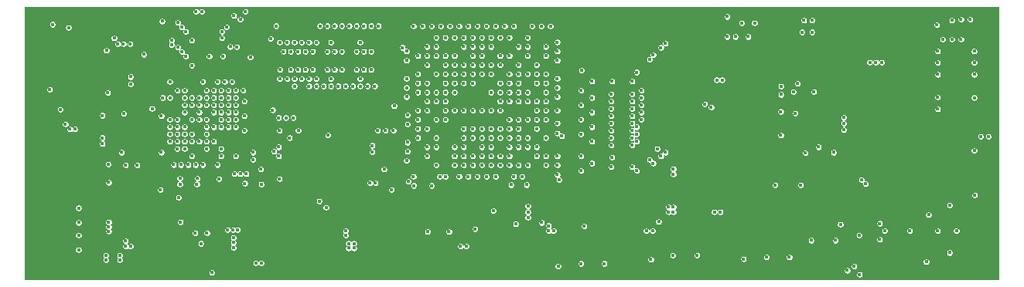
<source format=gbr>
G04 (created by PCBNEW (2013-07-07 BZR 4022)-stable) date 27/11/2015 23:20:48*
%MOIN*%
G04 Gerber Fmt 3.4, Leading zero omitted, Abs format*
%FSLAX34Y34*%
G01*
G70*
G90*
G04 APERTURE LIST*
%ADD10C,0.00590551*%
%ADD11C,0.019685*%
%ADD12C,0.0472441*%
%ADD13O,0.15748X0.0629921*%
%ADD14C,0.015748*%
%ADD15C,0.00393701*%
G04 APERTURE END LIST*
G54D10*
G54D11*
X62539Y-59232D03*
X62893Y-59232D03*
X62893Y-58562D03*
X62539Y-58562D03*
X56358Y-56082D03*
X56712Y-56082D03*
X56712Y-56437D03*
X56358Y-56437D03*
X56358Y-56751D03*
X56712Y-56751D03*
X56712Y-57066D03*
X56358Y-57066D03*
X70629Y-52381D03*
X70275Y-52381D03*
X69704Y-52381D03*
X71653Y-53838D03*
X71653Y-53484D03*
X70708Y-53838D03*
X70708Y-53484D03*
X71023Y-53484D03*
X71338Y-53484D03*
X71338Y-53838D03*
X71023Y-53838D03*
X69704Y-53307D03*
X69704Y-53779D03*
X70629Y-51771D03*
X70984Y-51771D03*
X71653Y-49606D03*
X72244Y-49606D03*
X70629Y-49606D03*
X70984Y-49606D03*
X70984Y-50000D03*
X70629Y-50000D03*
X70984Y-50728D03*
X70629Y-50728D03*
X70984Y-51062D03*
X70629Y-51062D03*
X83188Y-55393D03*
X83661Y-55393D03*
X83661Y-54606D03*
X42736Y-50551D03*
X42736Y-49940D03*
X46496Y-48188D03*
X45748Y-48188D03*
X44251Y-48188D03*
X45000Y-48188D03*
X52677Y-48818D03*
X52204Y-48818D03*
X48818Y-57362D03*
X48385Y-57362D03*
X79881Y-57440D03*
X76259Y-57007D03*
X75275Y-57007D03*
X74251Y-57007D03*
X69114Y-53779D03*
X69114Y-53307D03*
X67952Y-49271D03*
X68543Y-49271D03*
X67244Y-49271D03*
X66653Y-49271D03*
X80472Y-52952D03*
X80472Y-52519D03*
X76062Y-50118D03*
X74645Y-50354D03*
X84133Y-54606D03*
X84133Y-55393D03*
X84133Y-49291D03*
X84133Y-48503D03*
X76811Y-48149D03*
X80629Y-48996D03*
X80629Y-49566D03*
X80944Y-52952D03*
X80944Y-53346D03*
X81259Y-48996D03*
X80944Y-50708D03*
X80629Y-51496D03*
X81259Y-51496D03*
X80944Y-52519D03*
X81259Y-53779D03*
X80590Y-54251D03*
X81259Y-54251D03*
X79251Y-55157D03*
X79881Y-55157D03*
X76811Y-48464D03*
X75590Y-48464D03*
X74133Y-49094D03*
X74133Y-50354D03*
X74133Y-54448D03*
X43070Y-58346D03*
X43385Y-58346D03*
X43385Y-58661D03*
X43070Y-58661D03*
X43385Y-57322D03*
X43070Y-57322D03*
X43070Y-56614D03*
X43385Y-56614D03*
X43385Y-56968D03*
X43070Y-56968D03*
X43070Y-55590D03*
X43385Y-55590D03*
X43385Y-55275D03*
X43070Y-55275D03*
X81102Y-57440D03*
X82007Y-57440D03*
X82952Y-57440D03*
X83543Y-57440D03*
X82952Y-59448D03*
X81732Y-59448D03*
X79212Y-59448D03*
X80433Y-59448D03*
X72244Y-50000D03*
X71653Y-50000D03*
X70629Y-50393D03*
X70984Y-50393D03*
X80748Y-55157D03*
X81259Y-55157D03*
X74133Y-50984D03*
X74133Y-52224D03*
X74133Y-53110D03*
X74133Y-53740D03*
X77500Y-55157D03*
X77165Y-55157D03*
X76574Y-55157D03*
X75354Y-55157D03*
X75944Y-55157D03*
X74724Y-55157D03*
X54468Y-54448D03*
X54468Y-53976D03*
X54822Y-53976D03*
X54822Y-54448D03*
X54645Y-54212D03*
G54D12*
X43228Y-56082D03*
G54D13*
X43228Y-54665D03*
X43228Y-59271D03*
G54D12*
X43228Y-57854D03*
G54D11*
X74133Y-55157D03*
G54D14*
X67716Y-51181D03*
X66850Y-51181D03*
X68582Y-51181D03*
X70354Y-55196D03*
X70354Y-54960D03*
X57283Y-55570D03*
X57519Y-55570D03*
X53149Y-54212D03*
X55757Y-50679D03*
X55757Y-49891D03*
X55472Y-53503D03*
X55600Y-51387D03*
X57017Y-50679D03*
X53238Y-48789D03*
X54970Y-51387D03*
X54025Y-51387D03*
X57017Y-49891D03*
X55127Y-48789D03*
X56230Y-51387D03*
X55757Y-48789D03*
X56860Y-51387D03*
X57017Y-48789D03*
X57490Y-51387D03*
X57647Y-48789D03*
X56387Y-48789D03*
X59744Y-50472D03*
X51870Y-52047D03*
X59744Y-52440D03*
X59744Y-53228D03*
X50708Y-51200D03*
X59744Y-51259D03*
X65059Y-48799D03*
X62500Y-49685D03*
X63681Y-49685D03*
X60137Y-49685D03*
X61318Y-49685D03*
X59153Y-48799D03*
X75000Y-51397D03*
X76614Y-54015D03*
X55098Y-56358D03*
X55393Y-56633D03*
X51141Y-57598D03*
X51377Y-57598D03*
X63366Y-55649D03*
X65354Y-55216D03*
X51543Y-49692D03*
X52598Y-55629D03*
X51574Y-57598D03*
X60137Y-54015D03*
X62893Y-54409D03*
X63681Y-54015D03*
X59153Y-55295D03*
X64468Y-50472D03*
X53818Y-53622D03*
X45748Y-52657D03*
X64468Y-52440D03*
X61712Y-54409D03*
X49035Y-56200D03*
X49606Y-49409D03*
X49606Y-50492D03*
X64468Y-51259D03*
X64468Y-53228D03*
X76417Y-51633D03*
X75610Y-52559D03*
X61811Y-57559D03*
X70354Y-56830D03*
X56358Y-58385D03*
X56594Y-58385D03*
X56594Y-58188D03*
X56358Y-58188D03*
X71988Y-52303D03*
X83326Y-54173D03*
X71712Y-52165D03*
X72460Y-51122D03*
X72224Y-51122D03*
X70354Y-56614D03*
X70157Y-56614D03*
X70157Y-56830D03*
X64980Y-57637D03*
X51397Y-58149D03*
X65196Y-57637D03*
X75905Y-49055D03*
X76338Y-49055D03*
X51397Y-57933D03*
X64980Y-57421D03*
X64685Y-57283D03*
X51397Y-58366D03*
X44153Y-53031D03*
X44350Y-53248D03*
X46968Y-58307D03*
X44566Y-53248D03*
X46751Y-58307D03*
X46751Y-58070D03*
X56240Y-57637D03*
X56240Y-57834D03*
X64094Y-56830D03*
X64094Y-57066D03*
X48346Y-51889D03*
X44724Y-56653D03*
X44724Y-57283D03*
X48661Y-51889D03*
X58937Y-55511D03*
X49133Y-54783D03*
X50905Y-49311D03*
X50236Y-54094D03*
X72677Y-49251D03*
X51692Y-48503D03*
X50866Y-54409D03*
X73031Y-49251D03*
X51417Y-48346D03*
X50551Y-53779D03*
X73582Y-49251D03*
X51909Y-48169D03*
X51496Y-54409D03*
X60137Y-52047D03*
X57618Y-53307D03*
X60531Y-52047D03*
X57952Y-53307D03*
X60531Y-52440D03*
X58287Y-53307D03*
X49291Y-52204D03*
X45984Y-51673D03*
X45748Y-53877D03*
X44724Y-58464D03*
X45748Y-53622D03*
X44724Y-57834D03*
X75000Y-51751D03*
X75708Y-51279D03*
X76043Y-54271D03*
X81259Y-58976D03*
X81968Y-49370D03*
X61181Y-58307D03*
X61318Y-53622D03*
X61437Y-58307D03*
X82263Y-58582D03*
X82362Y-49370D03*
X61712Y-53622D03*
X75846Y-55669D03*
X62696Y-55295D03*
X76299Y-58051D03*
X62106Y-54409D03*
X60137Y-54803D03*
X67381Y-59055D03*
X69389Y-58877D03*
X60925Y-54015D03*
X69724Y-57244D03*
X60531Y-55295D03*
X70334Y-58700D03*
X60925Y-54803D03*
X71377Y-58700D03*
X61122Y-55295D03*
X61318Y-54803D03*
X72125Y-56830D03*
X61515Y-55295D03*
X72381Y-56830D03*
X74744Y-55669D03*
X62106Y-54803D03*
X79251Y-57322D03*
X62500Y-54015D03*
X80551Y-57637D03*
X61318Y-53228D03*
X81358Y-56948D03*
X62500Y-53622D03*
X81751Y-57637D03*
X62106Y-53622D03*
X62500Y-53228D03*
X82263Y-56535D03*
X83346Y-56102D03*
X62106Y-53228D03*
X61712Y-53228D03*
X82559Y-57637D03*
X78366Y-57834D03*
X62500Y-54803D03*
X62106Y-54015D03*
X79468Y-57637D03*
X62500Y-54409D03*
X77559Y-57362D03*
X77342Y-58051D03*
X61318Y-54015D03*
X74370Y-58779D03*
X61909Y-55295D03*
X73385Y-58858D03*
X61712Y-54803D03*
X69192Y-57637D03*
X60688Y-57677D03*
X61318Y-54409D03*
X75354Y-58779D03*
X62303Y-55295D03*
X64094Y-56574D03*
X63287Y-54409D03*
X66515Y-57440D03*
X63681Y-50866D03*
X60531Y-52834D03*
X63287Y-51259D03*
X63681Y-50472D03*
X60137Y-53622D03*
X54025Y-51072D03*
X61318Y-51259D03*
X54183Y-49891D03*
X62303Y-48799D03*
X63090Y-48799D03*
X54025Y-49498D03*
X53405Y-50679D03*
X60137Y-49291D03*
X59940Y-48799D03*
X53001Y-49340D03*
X61712Y-50866D03*
X54183Y-50679D03*
X53710Y-49498D03*
X61515Y-48799D03*
X53710Y-51072D03*
X64074Y-50078D03*
X53868Y-49891D03*
X61909Y-48799D03*
X53868Y-50679D03*
X61712Y-51259D03*
X59547Y-48799D03*
X53395Y-49498D03*
X59744Y-49685D03*
X53395Y-51072D03*
X61122Y-48799D03*
X53553Y-49891D03*
X63484Y-48799D03*
X54340Y-49498D03*
X64271Y-48799D03*
X54498Y-49891D03*
X64665Y-48799D03*
X54655Y-49498D03*
X54655Y-51072D03*
X60925Y-50472D03*
X61318Y-50472D03*
X54970Y-51072D03*
X55600Y-51072D03*
X62893Y-50472D03*
X62893Y-49291D03*
X55600Y-49498D03*
X56702Y-50679D03*
X62106Y-50078D03*
X56702Y-49891D03*
X60531Y-49291D03*
X56702Y-48789D03*
X60728Y-48799D03*
X61712Y-50078D03*
X56545Y-51387D03*
X60334Y-48799D03*
X57332Y-48789D03*
X62106Y-49685D03*
X57175Y-51387D03*
X63287Y-50078D03*
X55442Y-50679D03*
X55442Y-49891D03*
X62500Y-49291D03*
X63287Y-49291D03*
X55442Y-48789D03*
X62500Y-50866D03*
X55285Y-51387D03*
X56072Y-48789D03*
X64074Y-49291D03*
X62106Y-50866D03*
X55915Y-51387D03*
X60925Y-49291D03*
X56860Y-51072D03*
X61318Y-49291D03*
X56860Y-49498D03*
X56072Y-49891D03*
X64074Y-49685D03*
X62500Y-50472D03*
X56072Y-50679D03*
X62106Y-49291D03*
X54655Y-51387D03*
X57332Y-49891D03*
X62106Y-50472D03*
X62696Y-48799D03*
X57332Y-50679D03*
X60925Y-50866D03*
X54498Y-50679D03*
X61318Y-50866D03*
X54340Y-51072D03*
X61712Y-50472D03*
X54812Y-50679D03*
X61712Y-49291D03*
X54812Y-49891D03*
X66377Y-54409D03*
X63287Y-54015D03*
X65354Y-51062D03*
X67677Y-52047D03*
X66850Y-51889D03*
X64862Y-50866D03*
X66377Y-51574D03*
X64074Y-50866D03*
X67677Y-52677D03*
X65354Y-51850D03*
X65354Y-49881D03*
X68976Y-51574D03*
X65354Y-51456D03*
X66377Y-52204D03*
X67677Y-52362D03*
X63681Y-51259D03*
X67677Y-51732D03*
X63287Y-50866D03*
X68582Y-51732D03*
X64862Y-49685D03*
X65354Y-49488D03*
X68976Y-51889D03*
X62893Y-51259D03*
X66850Y-52519D03*
X64862Y-50078D03*
X68582Y-52047D03*
X66850Y-53779D03*
X64074Y-53622D03*
X68582Y-53937D03*
X63287Y-54803D03*
X64862Y-51653D03*
X66377Y-52834D03*
X64862Y-52440D03*
X67677Y-52992D03*
X67677Y-53937D03*
X64074Y-54015D03*
X65354Y-54803D03*
X68779Y-53779D03*
X64862Y-52834D03*
X66377Y-53464D03*
X67677Y-53622D03*
X63681Y-53228D03*
X67677Y-53307D03*
X65354Y-52992D03*
X64468Y-54409D03*
X68582Y-53622D03*
X65354Y-52440D03*
X66850Y-53149D03*
X65354Y-54409D03*
X68779Y-53464D03*
X63287Y-51653D03*
X68976Y-52519D03*
X64468Y-54015D03*
X68779Y-53149D03*
X68582Y-52362D03*
X64862Y-51259D03*
X68582Y-52992D03*
X64862Y-53622D03*
X59350Y-53228D03*
X77263Y-54251D03*
X54192Y-53307D03*
X59744Y-52047D03*
X79340Y-50364D03*
X63681Y-54803D03*
X79251Y-58011D03*
X49094Y-55374D03*
X64468Y-52047D03*
X52244Y-54566D03*
X64862Y-52047D03*
X64862Y-54803D03*
X67677Y-54881D03*
X63287Y-52047D03*
X49842Y-55374D03*
X50777Y-55393D03*
X64074Y-52834D03*
X63287Y-53622D03*
X68582Y-54881D03*
X78464Y-55433D03*
X78828Y-50364D03*
X66377Y-55039D03*
X63484Y-55295D03*
X79084Y-50364D03*
X78641Y-55610D03*
X66850Y-54724D03*
X62893Y-53622D03*
X49606Y-53464D03*
X53385Y-53307D03*
X51496Y-52204D03*
X59350Y-51259D03*
X51496Y-52519D03*
X59350Y-51653D03*
X51496Y-53149D03*
X58858Y-51850D03*
X60137Y-51653D03*
X51181Y-53149D03*
X50866Y-53149D03*
X59350Y-52440D03*
X51181Y-52519D03*
X60137Y-52834D03*
X50866Y-52519D03*
X59350Y-53622D03*
X50551Y-52519D03*
X58858Y-54606D03*
X50236Y-53149D03*
X59350Y-52834D03*
X51496Y-52834D03*
X59744Y-51653D03*
X53090Y-52421D03*
X60531Y-51653D03*
X50866Y-52204D03*
X50551Y-53149D03*
X58897Y-52637D03*
X50866Y-52834D03*
X58897Y-54212D03*
X49448Y-54783D03*
X49291Y-53779D03*
X51889Y-55590D03*
X50236Y-51574D03*
X58858Y-49881D03*
X50236Y-51889D03*
X58681Y-49724D03*
X51338Y-51200D03*
X60531Y-50472D03*
X51811Y-51574D03*
X59350Y-50866D03*
X60137Y-50866D03*
X51496Y-51574D03*
X51496Y-51889D03*
X60531Y-50866D03*
X51181Y-52204D03*
X58858Y-51456D03*
X50551Y-52204D03*
X60925Y-52440D03*
X49921Y-52834D03*
X58897Y-53031D03*
X60531Y-50078D03*
X50551Y-51574D03*
X50551Y-51889D03*
X60925Y-51259D03*
X60925Y-51653D03*
X50236Y-52204D03*
X59350Y-50078D03*
X50866Y-51574D03*
X60531Y-51259D03*
X50866Y-51889D03*
X58858Y-50275D03*
X51181Y-51574D03*
X51181Y-51889D03*
X58858Y-51062D03*
X64074Y-54803D03*
X51948Y-55177D03*
X63838Y-55295D03*
X51692Y-55177D03*
X50866Y-54094D03*
X63681Y-53622D03*
X57381Y-54232D03*
X58208Y-55866D03*
X64035Y-55649D03*
X51437Y-55177D03*
X62598Y-56771D03*
X49763Y-54783D03*
X49606Y-54409D03*
X49606Y-53779D03*
X51181Y-52834D03*
X58897Y-53818D03*
X50354Y-50098D03*
X63287Y-53228D03*
X50255Y-57736D03*
X50905Y-49035D03*
X49291Y-54094D03*
X62893Y-53228D03*
X48996Y-49704D03*
X48996Y-48641D03*
X49291Y-53149D03*
X49114Y-57263D03*
X49744Y-57736D03*
X49291Y-53464D03*
X49173Y-49901D03*
X49173Y-48838D03*
X62893Y-54803D03*
X49291Y-51574D03*
X49921Y-53779D03*
X50078Y-54783D03*
X49822Y-55629D03*
X49094Y-55629D03*
X48818Y-54783D03*
X48326Y-48582D03*
X48740Y-49606D03*
X48740Y-49409D03*
X51023Y-51200D03*
X50078Y-51200D03*
X48976Y-51574D03*
X46003Y-54763D03*
X51870Y-53307D03*
X51870Y-52677D03*
X50708Y-54783D03*
X49921Y-51889D03*
X48976Y-53779D03*
X62874Y-56771D03*
X62283Y-56771D03*
X61850Y-56771D03*
X67716Y-50393D03*
X66850Y-57224D03*
X67716Y-57224D03*
X67716Y-57440D03*
X68582Y-57440D03*
X68582Y-57224D03*
X66377Y-56614D03*
X68582Y-55590D03*
X68582Y-57657D03*
X67716Y-57657D03*
X66850Y-57657D03*
X66850Y-50078D03*
X67716Y-55590D03*
X68582Y-55275D03*
X67716Y-55275D03*
X68582Y-51417D03*
X67716Y-51417D03*
X66850Y-51417D03*
X67716Y-50708D03*
X67716Y-50944D03*
X68582Y-50944D03*
X66850Y-50944D03*
X68582Y-50629D03*
X66850Y-50708D03*
X68582Y-50078D03*
X67716Y-50078D03*
X66850Y-55275D03*
X68582Y-50393D03*
X66850Y-50393D03*
X66850Y-55590D03*
X62755Y-57559D03*
X62244Y-57559D03*
X63267Y-59645D03*
X63897Y-59645D03*
X55472Y-55649D03*
X56043Y-55610D03*
X56279Y-55610D03*
X57086Y-57342D03*
X58208Y-57874D03*
X57755Y-57066D03*
X55531Y-59035D03*
X56358Y-59035D03*
X54704Y-59035D03*
X72500Y-54724D03*
X71023Y-52480D03*
X70728Y-54212D03*
X70748Y-55019D03*
X69685Y-51889D03*
X72224Y-50688D03*
X71929Y-50433D03*
X70255Y-50137D03*
X59744Y-50866D03*
X66161Y-59645D03*
X66161Y-59173D03*
X47066Y-48602D03*
X75000Y-50846D03*
X75846Y-51968D03*
X76377Y-54625D03*
X60137Y-53228D03*
X75688Y-54271D03*
X80314Y-48031D03*
X74114Y-48425D03*
X64468Y-51653D03*
X66141Y-49271D03*
X66456Y-50078D03*
X66417Y-50393D03*
X56437Y-52736D03*
X63287Y-50472D03*
X59744Y-54803D03*
X59940Y-55334D03*
X61712Y-52834D03*
X57775Y-54232D03*
X58011Y-54409D03*
X58326Y-54409D03*
X49330Y-48070D03*
X49566Y-51200D03*
X49606Y-53149D03*
X64468Y-55275D03*
X76761Y-52923D03*
X77096Y-52923D03*
X76427Y-52923D03*
X76427Y-53139D03*
X77096Y-53139D03*
X76761Y-53139D03*
X76761Y-52470D03*
X77096Y-52470D03*
X76427Y-52470D03*
X76427Y-52706D03*
X77096Y-52706D03*
X76761Y-52706D03*
X83661Y-48503D03*
X82716Y-53818D03*
X83326Y-52874D03*
X83326Y-52381D03*
X83917Y-53188D03*
X76220Y-48070D03*
X82027Y-48070D03*
X81594Y-48070D03*
X78700Y-48366D03*
X74990Y-52135D03*
X74950Y-50580D03*
X76210Y-50580D03*
X75246Y-54124D03*
X76958Y-53750D03*
X75580Y-50103D03*
X75265Y-50103D03*
X76525Y-50103D03*
X76840Y-50103D03*
X76663Y-51053D03*
X75068Y-49064D03*
X77175Y-49064D03*
X76427Y-50895D03*
X77627Y-51643D03*
X77627Y-51151D03*
X77568Y-50462D03*
X77568Y-50816D03*
X77844Y-49675D03*
X78179Y-49675D03*
X79084Y-49576D03*
X79084Y-48946D03*
X79616Y-53198D03*
X79301Y-52903D03*
X79301Y-53474D03*
X79891Y-53356D03*
X80246Y-53789D03*
X79537Y-53789D03*
X79891Y-54202D03*
X80364Y-50462D03*
X80364Y-50816D03*
X62893Y-54015D03*
X43700Y-56968D03*
X51397Y-59192D03*
X63681Y-55649D03*
X70748Y-57244D03*
X69133Y-59055D03*
X68366Y-59055D03*
X69724Y-49311D03*
X43700Y-55787D03*
X44724Y-56968D03*
X73307Y-48385D03*
X48385Y-59448D03*
X47460Y-59645D03*
X49311Y-59645D03*
X54094Y-59448D03*
X53169Y-59645D03*
X55019Y-59645D03*
X59803Y-59429D03*
X58877Y-59645D03*
X60728Y-59645D03*
X64291Y-59645D03*
X65433Y-55688D03*
X65964Y-50964D03*
X66141Y-48070D03*
X64271Y-48070D03*
X60748Y-48070D03*
X58858Y-48070D03*
X55039Y-48070D03*
X53149Y-48070D03*
X47440Y-48070D03*
X42500Y-52834D03*
X42500Y-50944D03*
X42500Y-49488D03*
X43897Y-48070D03*
X64980Y-59271D03*
X70433Y-53543D03*
X70216Y-53543D03*
X69350Y-55590D03*
X64468Y-54803D03*
X63681Y-52440D03*
X65354Y-50511D03*
X60137Y-51259D03*
X59350Y-49685D03*
X64074Y-53228D03*
X62106Y-51653D03*
X61712Y-51653D03*
X62500Y-50078D03*
X50905Y-48641D03*
X73759Y-57244D03*
X80748Y-55669D03*
X80748Y-57244D03*
X44842Y-50098D03*
X44842Y-50531D03*
X44842Y-50314D03*
X44271Y-50098D03*
X44271Y-50531D03*
X44271Y-50314D03*
X44547Y-50098D03*
X44547Y-50531D03*
X44547Y-50314D03*
X45118Y-50098D03*
X45118Y-50531D03*
X45118Y-50314D03*
X43976Y-50314D03*
X43976Y-50531D03*
X43976Y-50098D03*
X53208Y-58444D03*
X49330Y-57401D03*
X49547Y-57618D03*
X48011Y-57657D03*
X48011Y-57460D03*
X48976Y-57795D03*
X48011Y-57263D03*
X47283Y-56023D03*
X47283Y-56830D03*
X47283Y-56417D03*
X47283Y-56220D03*
X47283Y-56633D03*
X46732Y-56023D03*
X46732Y-56830D03*
X46732Y-56417D03*
X46732Y-56220D03*
X46732Y-56633D03*
X47578Y-56633D03*
X47578Y-56220D03*
X47578Y-56417D03*
X47578Y-56830D03*
X47578Y-56023D03*
X47007Y-56023D03*
X47007Y-56830D03*
X47007Y-56417D03*
X47007Y-56220D03*
X47007Y-56633D03*
X46437Y-56633D03*
X46437Y-56220D03*
X46437Y-56417D03*
X46437Y-56830D03*
X46437Y-56023D03*
X77145Y-58779D03*
X77145Y-58425D03*
X78366Y-56456D03*
X83366Y-58425D03*
X60137Y-50472D03*
X61712Y-54015D03*
X63681Y-54409D03*
X83759Y-57657D03*
X50314Y-48641D03*
X58858Y-53425D03*
X62893Y-50866D03*
X64862Y-50472D03*
X55127Y-49891D03*
X56545Y-51072D03*
X55915Y-49498D03*
X56387Y-49891D03*
X46299Y-48602D03*
X51043Y-59133D03*
X50728Y-59133D03*
X52362Y-58779D03*
X53208Y-59035D03*
X53956Y-58838D03*
X53956Y-59035D03*
X53208Y-58838D03*
X53208Y-58641D03*
X58858Y-52244D03*
X51496Y-53464D03*
X50374Y-50708D03*
X51870Y-54566D03*
X46181Y-54251D03*
X46062Y-52795D03*
X64862Y-53228D03*
X64074Y-52440D03*
X55098Y-52696D03*
X56102Y-52736D03*
X53110Y-55393D03*
X53543Y-55629D03*
X53818Y-56102D03*
X51043Y-56338D03*
X50728Y-56338D03*
X59350Y-52047D03*
X65334Y-48562D03*
X61318Y-51653D03*
X64074Y-50472D03*
X46377Y-51555D03*
X47539Y-50728D03*
X46259Y-50944D03*
X58799Y-48789D03*
X55285Y-49498D03*
X56387Y-50679D03*
X55127Y-50679D03*
X55285Y-51072D03*
X55915Y-51072D03*
X57175Y-51072D03*
X57175Y-49498D03*
X57647Y-50679D03*
X57647Y-49891D03*
X53868Y-48789D03*
X56545Y-49498D03*
X53395Y-51387D03*
X59350Y-50472D03*
X60531Y-49685D03*
X63287Y-49685D03*
X63681Y-49291D03*
X60137Y-52440D03*
X60531Y-54015D03*
X60531Y-53228D03*
X62106Y-52834D03*
X62500Y-52047D03*
X62106Y-52047D03*
X61712Y-52047D03*
X61318Y-52047D03*
X49842Y-56220D03*
X48661Y-50944D03*
X47618Y-48700D03*
X51653Y-51200D03*
X51870Y-53937D03*
X51870Y-52992D03*
X49606Y-52519D03*
X48051Y-51102D03*
X47677Y-51673D03*
X45433Y-52933D03*
X48976Y-52204D03*
X47007Y-52677D03*
X48031Y-54822D03*
X47401Y-52677D03*
X48503Y-54783D03*
X48169Y-55098D03*
X48818Y-55393D03*
X50393Y-54783D03*
X51496Y-53937D03*
X52086Y-51397D03*
X52401Y-51397D03*
X49960Y-57618D03*
X47952Y-50866D03*
X48267Y-50866D03*
X46043Y-48602D03*
X45807Y-48897D03*
X43681Y-52716D03*
X43267Y-53248D03*
X43267Y-52185D03*
X45551Y-51535D03*
X45295Y-52086D03*
X47795Y-54330D03*
X48287Y-54566D03*
X45984Y-50866D03*
X46633Y-51259D03*
X47303Y-50413D03*
X46791Y-53444D03*
X45925Y-53444D03*
X50098Y-49468D03*
X50098Y-50452D03*
X50905Y-49704D03*
X53090Y-53307D03*
X48976Y-51889D03*
X48976Y-52519D03*
X49921Y-54094D03*
X51870Y-54251D03*
X50393Y-51200D03*
X64862Y-49291D03*
X43917Y-48602D03*
X49468Y-56062D03*
X49035Y-55866D03*
X48346Y-59055D03*
X49173Y-59055D03*
X64074Y-51259D03*
X61318Y-50078D03*
X69488Y-54724D03*
X61712Y-49685D03*
X69488Y-50039D03*
X69330Y-50236D03*
X69330Y-54566D03*
X64468Y-50866D03*
X69822Y-54409D03*
X69822Y-49724D03*
X60137Y-50078D03*
X70019Y-54251D03*
X70019Y-49547D03*
X59744Y-50078D03*
X78149Y-59173D03*
X59744Y-54409D03*
X66377Y-59055D03*
X76338Y-48543D03*
X77706Y-53001D03*
X49783Y-48169D03*
X49606Y-52204D03*
X77854Y-59350D03*
X59744Y-54015D03*
X65393Y-59173D03*
X75984Y-48543D03*
X77706Y-53277D03*
X50039Y-48169D03*
X49606Y-51889D03*
X62500Y-51653D03*
X82755Y-49370D03*
X65354Y-50275D03*
X68976Y-52204D03*
X64862Y-54409D03*
X68582Y-53307D03*
X48661Y-53779D03*
X46574Y-54251D03*
X49606Y-52834D03*
X53346Y-52755D03*
X53661Y-52755D03*
X48661Y-53464D03*
X52578Y-54980D03*
X48976Y-53464D03*
X50236Y-53464D03*
X52244Y-54251D03*
X73307Y-48661D03*
X49350Y-49035D03*
X51102Y-48838D03*
X49291Y-52519D03*
X46673Y-52578D03*
X72677Y-48385D03*
X73858Y-48661D03*
X51259Y-49685D03*
X49350Y-50098D03*
X53385Y-55393D03*
X59173Y-55688D03*
X52125Y-50137D03*
X47539Y-50019D03*
X43937Y-52401D03*
X53976Y-52755D03*
X48976Y-54094D03*
X48287Y-52677D03*
X48661Y-53149D03*
X48287Y-54251D03*
X47893Y-52362D03*
X48661Y-52834D03*
X82755Y-48503D03*
X82362Y-48543D03*
X81712Y-48740D03*
X53346Y-54015D03*
X53346Y-54409D03*
X43484Y-51535D03*
X44291Y-48858D03*
X45925Y-49842D03*
X46023Y-55551D03*
X47244Y-54803D03*
X46751Y-54803D03*
X48248Y-55866D03*
X46023Y-57263D03*
X46023Y-57657D03*
X46023Y-57460D03*
X50000Y-58188D03*
X45905Y-58700D03*
X52362Y-59035D03*
X52598Y-59035D03*
X46496Y-58700D03*
X45905Y-58897D03*
X46496Y-58897D03*
X83149Y-48503D03*
X75531Y-51633D03*
X65354Y-53425D03*
X46968Y-50984D03*
X48976Y-52834D03*
X48976Y-53149D03*
X46968Y-51299D03*
X67716Y-54468D03*
X64468Y-52834D03*
X74990Y-52490D03*
X68779Y-50787D03*
X59940Y-55688D03*
X59763Y-57677D03*
X69468Y-57637D03*
X69665Y-54094D03*
X78385Y-59527D03*
X77706Y-52746D03*
X50236Y-53779D03*
X50472Y-59448D03*
X83326Y-50885D03*
X83937Y-53562D03*
X64074Y-52047D03*
X81751Y-49881D03*
X50944Y-50098D03*
X50236Y-52834D03*
X83326Y-51889D03*
X83602Y-53562D03*
X63681Y-52047D03*
X81751Y-50885D03*
X49921Y-52519D03*
X64074Y-51653D03*
X83326Y-49881D03*
X81751Y-51870D03*
X49291Y-51889D03*
X83326Y-50374D03*
X63681Y-51653D03*
X81751Y-50374D03*
X49921Y-52204D03*
X48661Y-51200D03*
X81751Y-52381D03*
X68582Y-52677D03*
X63681Y-52834D03*
X63287Y-52834D03*
X68976Y-52834D03*
X74990Y-53513D03*
X68779Y-55039D03*
X65433Y-55433D03*
X60295Y-55295D03*
X65551Y-53543D03*
X58326Y-52244D03*
X57893Y-54980D03*
X62893Y-52440D03*
X62500Y-52440D03*
X62106Y-52440D03*
X61712Y-52440D03*
X61318Y-52440D03*
X62893Y-52047D03*
X62893Y-51653D03*
X46948Y-49566D03*
X46653Y-49566D03*
X46417Y-49566D03*
X46259Y-49311D03*
X43602Y-48720D03*
X63562Y-57342D03*
X66397Y-50708D03*
X60925Y-54409D03*
X57381Y-53956D03*
X62893Y-50078D03*
X60925Y-50078D03*
X54970Y-49498D03*
G54D10*
G36*
X84389Y-59744D02*
X84074Y-59744D01*
X84074Y-53535D01*
X84053Y-53485D01*
X84015Y-53446D01*
X83964Y-53425D01*
X83909Y-53425D01*
X83859Y-53446D01*
X83820Y-53484D01*
X83799Y-53535D01*
X83799Y-53590D01*
X83820Y-53640D01*
X83858Y-53679D01*
X83909Y-53700D01*
X83964Y-53700D01*
X84014Y-53679D01*
X84053Y-53641D01*
X84074Y-53590D01*
X84074Y-53535D01*
X84074Y-59744D01*
X83740Y-59744D01*
X83740Y-53535D01*
X83719Y-53485D01*
X83680Y-53446D01*
X83629Y-53425D01*
X83575Y-53425D01*
X83524Y-53446D01*
X83485Y-53484D01*
X83464Y-53535D01*
X83464Y-51862D01*
X83464Y-50858D01*
X83464Y-50346D01*
X83464Y-49854D01*
X83443Y-49803D01*
X83404Y-49765D01*
X83354Y-49744D01*
X83299Y-49744D01*
X83287Y-49749D01*
X83287Y-48476D01*
X83266Y-48425D01*
X83227Y-48387D01*
X83177Y-48366D01*
X83122Y-48366D01*
X83071Y-48387D01*
X83032Y-48425D01*
X83011Y-48476D01*
X83011Y-48531D01*
X83032Y-48581D01*
X83071Y-48620D01*
X83122Y-48641D01*
X83176Y-48641D01*
X83227Y-48620D01*
X83266Y-48582D01*
X83287Y-48531D01*
X83287Y-48476D01*
X83287Y-49749D01*
X83248Y-49765D01*
X83210Y-49803D01*
X83189Y-49854D01*
X83188Y-49909D01*
X83209Y-49959D01*
X83248Y-49998D01*
X83299Y-50019D01*
X83354Y-50019D01*
X83404Y-49998D01*
X83443Y-49960D01*
X83464Y-49909D01*
X83464Y-49854D01*
X83464Y-50346D01*
X83443Y-50296D01*
X83404Y-50257D01*
X83354Y-50236D01*
X83299Y-50236D01*
X83248Y-50257D01*
X83210Y-50295D01*
X83189Y-50346D01*
X83188Y-50401D01*
X83209Y-50451D01*
X83248Y-50490D01*
X83299Y-50511D01*
X83354Y-50511D01*
X83404Y-50490D01*
X83443Y-50452D01*
X83464Y-50401D01*
X83464Y-50346D01*
X83464Y-50858D01*
X83443Y-50807D01*
X83404Y-50769D01*
X83354Y-50748D01*
X83299Y-50748D01*
X83248Y-50768D01*
X83210Y-50807D01*
X83189Y-50858D01*
X83188Y-50913D01*
X83209Y-50963D01*
X83248Y-51002D01*
X83299Y-51023D01*
X83354Y-51023D01*
X83404Y-51002D01*
X83443Y-50963D01*
X83464Y-50913D01*
X83464Y-50858D01*
X83464Y-51862D01*
X83443Y-51811D01*
X83404Y-51773D01*
X83354Y-51751D01*
X83299Y-51751D01*
X83248Y-51772D01*
X83210Y-51811D01*
X83189Y-51862D01*
X83188Y-51917D01*
X83209Y-51967D01*
X83248Y-52006D01*
X83299Y-52027D01*
X83354Y-52027D01*
X83404Y-52006D01*
X83443Y-51967D01*
X83464Y-51917D01*
X83464Y-51862D01*
X83464Y-53535D01*
X83464Y-53590D01*
X83485Y-53640D01*
X83524Y-53679D01*
X83574Y-53700D01*
X83629Y-53700D01*
X83680Y-53679D01*
X83719Y-53641D01*
X83740Y-53590D01*
X83740Y-53535D01*
X83740Y-59744D01*
X83484Y-59744D01*
X83484Y-56075D01*
X83464Y-56027D01*
X83464Y-54145D01*
X83443Y-54095D01*
X83404Y-54056D01*
X83354Y-54035D01*
X83299Y-54035D01*
X83248Y-54056D01*
X83210Y-54095D01*
X83189Y-54145D01*
X83188Y-54200D01*
X83209Y-54251D01*
X83248Y-54289D01*
X83299Y-54310D01*
X83354Y-54311D01*
X83404Y-54290D01*
X83443Y-54251D01*
X83464Y-54200D01*
X83464Y-54145D01*
X83464Y-56027D01*
X83463Y-56024D01*
X83424Y-55985D01*
X83373Y-55964D01*
X83319Y-55964D01*
X83268Y-55985D01*
X83229Y-56024D01*
X83208Y-56074D01*
X83208Y-56129D01*
X83229Y-56180D01*
X83268Y-56219D01*
X83318Y-56240D01*
X83373Y-56240D01*
X83424Y-56219D01*
X83463Y-56180D01*
X83484Y-56129D01*
X83484Y-56075D01*
X83484Y-59744D01*
X82893Y-59744D01*
X82893Y-49342D01*
X82893Y-48476D01*
X82872Y-48425D01*
X82834Y-48387D01*
X82783Y-48366D01*
X82728Y-48366D01*
X82677Y-48387D01*
X82639Y-48425D01*
X82618Y-48476D01*
X82618Y-48531D01*
X82639Y-48581D01*
X82677Y-48620D01*
X82728Y-48641D01*
X82783Y-48641D01*
X82833Y-48620D01*
X82872Y-48582D01*
X82893Y-48531D01*
X82893Y-48476D01*
X82893Y-49342D01*
X82872Y-49292D01*
X82834Y-49253D01*
X82783Y-49232D01*
X82728Y-49232D01*
X82677Y-49253D01*
X82639Y-49291D01*
X82618Y-49342D01*
X82618Y-49397D01*
X82639Y-49448D01*
X82677Y-49486D01*
X82728Y-49507D01*
X82783Y-49507D01*
X82833Y-49486D01*
X82872Y-49448D01*
X82893Y-49397D01*
X82893Y-49342D01*
X82893Y-59744D01*
X82696Y-59744D01*
X82696Y-57610D01*
X82675Y-57559D01*
X82637Y-57521D01*
X82586Y-57500D01*
X82531Y-57499D01*
X82500Y-57513D01*
X82500Y-49342D01*
X82500Y-48516D01*
X82479Y-48465D01*
X82440Y-48426D01*
X82389Y-48405D01*
X82334Y-48405D01*
X82284Y-48426D01*
X82245Y-48465D01*
X82224Y-48515D01*
X82224Y-48570D01*
X82245Y-48621D01*
X82284Y-48660D01*
X82334Y-48681D01*
X82389Y-48681D01*
X82440Y-48660D01*
X82478Y-48621D01*
X82499Y-48570D01*
X82500Y-48516D01*
X82500Y-49342D01*
X82479Y-49292D01*
X82440Y-49253D01*
X82389Y-49232D01*
X82334Y-49232D01*
X82284Y-49253D01*
X82245Y-49291D01*
X82224Y-49342D01*
X82224Y-49397D01*
X82245Y-49448D01*
X82284Y-49486D01*
X82334Y-49507D01*
X82389Y-49507D01*
X82440Y-49486D01*
X82478Y-49448D01*
X82499Y-49397D01*
X82500Y-49342D01*
X82500Y-57513D01*
X82481Y-57520D01*
X82442Y-57559D01*
X82421Y-57610D01*
X82421Y-57665D01*
X82442Y-57715D01*
X82480Y-57754D01*
X82531Y-57775D01*
X82586Y-57775D01*
X82637Y-57754D01*
X82675Y-57715D01*
X82696Y-57665D01*
X82696Y-57610D01*
X82696Y-59744D01*
X82401Y-59744D01*
X82401Y-58555D01*
X82401Y-56508D01*
X82380Y-56457D01*
X82341Y-56418D01*
X82291Y-56397D01*
X82236Y-56397D01*
X82185Y-56418D01*
X82147Y-56457D01*
X82126Y-56507D01*
X82125Y-56562D01*
X82146Y-56613D01*
X82185Y-56652D01*
X82236Y-56673D01*
X82291Y-56673D01*
X82341Y-56652D01*
X82380Y-56613D01*
X82401Y-56562D01*
X82401Y-56508D01*
X82401Y-58555D01*
X82380Y-58504D01*
X82341Y-58465D01*
X82291Y-58444D01*
X82236Y-58444D01*
X82185Y-58465D01*
X82147Y-58504D01*
X82126Y-58555D01*
X82125Y-58609D01*
X82146Y-58660D01*
X82185Y-58699D01*
X82236Y-58720D01*
X82291Y-58720D01*
X82341Y-58699D01*
X82380Y-58660D01*
X82401Y-58610D01*
X82401Y-58555D01*
X82401Y-59744D01*
X82106Y-59744D01*
X82106Y-49342D01*
X82085Y-49292D01*
X82046Y-49253D01*
X81996Y-49232D01*
X81941Y-49232D01*
X81890Y-49253D01*
X81851Y-49291D01*
X81850Y-49295D01*
X81850Y-48712D01*
X81829Y-48662D01*
X81790Y-48623D01*
X81740Y-48602D01*
X81685Y-48602D01*
X81634Y-48623D01*
X81595Y-48662D01*
X81574Y-48712D01*
X81574Y-48767D01*
X81595Y-48818D01*
X81634Y-48856D01*
X81685Y-48877D01*
X81739Y-48877D01*
X81790Y-48857D01*
X81829Y-48818D01*
X81850Y-48767D01*
X81850Y-48712D01*
X81850Y-49295D01*
X81830Y-49342D01*
X81830Y-49397D01*
X81851Y-49448D01*
X81890Y-49486D01*
X81940Y-49507D01*
X81995Y-49507D01*
X82046Y-49486D01*
X82085Y-49448D01*
X82106Y-49397D01*
X82106Y-49342D01*
X82106Y-59744D01*
X81889Y-59744D01*
X81889Y-57610D01*
X81889Y-52354D01*
X81889Y-51842D01*
X81889Y-50858D01*
X81889Y-50346D01*
X81889Y-49854D01*
X81868Y-49803D01*
X81830Y-49765D01*
X81779Y-49744D01*
X81724Y-49744D01*
X81674Y-49765D01*
X81635Y-49803D01*
X81614Y-49854D01*
X81614Y-49909D01*
X81635Y-49959D01*
X81673Y-49998D01*
X81724Y-50019D01*
X81779Y-50019D01*
X81829Y-49998D01*
X81868Y-49960D01*
X81889Y-49909D01*
X81889Y-49854D01*
X81889Y-50346D01*
X81868Y-50296D01*
X81830Y-50257D01*
X81779Y-50236D01*
X81724Y-50236D01*
X81674Y-50257D01*
X81635Y-50295D01*
X81614Y-50346D01*
X81614Y-50401D01*
X81635Y-50451D01*
X81673Y-50490D01*
X81724Y-50511D01*
X81779Y-50511D01*
X81829Y-50490D01*
X81868Y-50452D01*
X81889Y-50401D01*
X81889Y-50346D01*
X81889Y-50858D01*
X81868Y-50807D01*
X81830Y-50769D01*
X81779Y-50748D01*
X81724Y-50748D01*
X81674Y-50768D01*
X81635Y-50807D01*
X81614Y-50858D01*
X81614Y-50913D01*
X81635Y-50963D01*
X81673Y-51002D01*
X81724Y-51023D01*
X81779Y-51023D01*
X81829Y-51002D01*
X81868Y-50963D01*
X81889Y-50913D01*
X81889Y-50858D01*
X81889Y-51842D01*
X81868Y-51792D01*
X81830Y-51753D01*
X81779Y-51732D01*
X81724Y-51732D01*
X81674Y-51753D01*
X81635Y-51791D01*
X81614Y-51842D01*
X81614Y-51897D01*
X81635Y-51948D01*
X81673Y-51986D01*
X81724Y-52007D01*
X81779Y-52007D01*
X81829Y-51986D01*
X81868Y-51948D01*
X81889Y-51897D01*
X81889Y-51842D01*
X81889Y-52354D01*
X81868Y-52303D01*
X81830Y-52265D01*
X81779Y-52244D01*
X81724Y-52244D01*
X81674Y-52265D01*
X81635Y-52303D01*
X81614Y-52354D01*
X81614Y-52409D01*
X81635Y-52459D01*
X81673Y-52498D01*
X81724Y-52519D01*
X81779Y-52519D01*
X81829Y-52498D01*
X81868Y-52460D01*
X81889Y-52409D01*
X81889Y-52354D01*
X81889Y-57610D01*
X81868Y-57559D01*
X81830Y-57521D01*
X81779Y-57500D01*
X81724Y-57499D01*
X81674Y-57520D01*
X81635Y-57559D01*
X81614Y-57610D01*
X81614Y-57665D01*
X81635Y-57715D01*
X81673Y-57754D01*
X81724Y-57775D01*
X81779Y-57775D01*
X81829Y-57754D01*
X81868Y-57715D01*
X81889Y-57665D01*
X81889Y-57610D01*
X81889Y-59744D01*
X81496Y-59744D01*
X81496Y-56921D01*
X81475Y-56870D01*
X81436Y-56832D01*
X81385Y-56811D01*
X81330Y-56810D01*
X81280Y-56831D01*
X81241Y-56870D01*
X81220Y-56921D01*
X81220Y-56976D01*
X81241Y-57026D01*
X81280Y-57065D01*
X81330Y-57086D01*
X81385Y-57086D01*
X81436Y-57065D01*
X81475Y-57026D01*
X81496Y-56976D01*
X81496Y-56921D01*
X81496Y-59744D01*
X81397Y-59744D01*
X81397Y-58949D01*
X81376Y-58898D01*
X81337Y-58859D01*
X81287Y-58838D01*
X81232Y-58838D01*
X81181Y-58859D01*
X81143Y-58898D01*
X81122Y-58948D01*
X81122Y-59003D01*
X81142Y-59054D01*
X81181Y-59093D01*
X81232Y-59114D01*
X81287Y-59114D01*
X81337Y-59093D01*
X81376Y-59054D01*
X81397Y-59003D01*
X81397Y-58949D01*
X81397Y-59744D01*
X80689Y-59744D01*
X80689Y-57610D01*
X80668Y-57559D01*
X80629Y-57521D01*
X80578Y-57500D01*
X80523Y-57499D01*
X80473Y-57520D01*
X80434Y-57559D01*
X80413Y-57610D01*
X80413Y-57665D01*
X80434Y-57715D01*
X80473Y-57754D01*
X80523Y-57775D01*
X80578Y-57775D01*
X80629Y-57754D01*
X80667Y-57715D01*
X80688Y-57665D01*
X80689Y-57610D01*
X80689Y-59744D01*
X79606Y-59744D01*
X79606Y-57610D01*
X79585Y-57559D01*
X79546Y-57521D01*
X79496Y-57500D01*
X79478Y-57500D01*
X79478Y-50336D01*
X79457Y-50286D01*
X79418Y-50247D01*
X79368Y-50226D01*
X79313Y-50226D01*
X79262Y-50247D01*
X79223Y-50286D01*
X79212Y-50313D01*
X79201Y-50286D01*
X79162Y-50247D01*
X79112Y-50226D01*
X79057Y-50226D01*
X79006Y-50247D01*
X78967Y-50286D01*
X78956Y-50313D01*
X78945Y-50286D01*
X78906Y-50247D01*
X78856Y-50226D01*
X78801Y-50226D01*
X78750Y-50247D01*
X78711Y-50286D01*
X78690Y-50336D01*
X78690Y-50391D01*
X78711Y-50442D01*
X78750Y-50480D01*
X78801Y-50501D01*
X78856Y-50501D01*
X78906Y-50481D01*
X78945Y-50442D01*
X78956Y-50415D01*
X78967Y-50442D01*
X79006Y-50480D01*
X79057Y-50501D01*
X79111Y-50501D01*
X79162Y-50481D01*
X79201Y-50442D01*
X79212Y-50415D01*
X79223Y-50442D01*
X79262Y-50480D01*
X79313Y-50501D01*
X79367Y-50501D01*
X79418Y-50481D01*
X79457Y-50442D01*
X79478Y-50391D01*
X79478Y-50336D01*
X79478Y-57500D01*
X79441Y-57499D01*
X79390Y-57520D01*
X79389Y-57521D01*
X79389Y-57295D01*
X79368Y-57244D01*
X79330Y-57206D01*
X79279Y-57185D01*
X79224Y-57185D01*
X79174Y-57205D01*
X79135Y-57244D01*
X79114Y-57295D01*
X79114Y-57350D01*
X79135Y-57400D01*
X79173Y-57439D01*
X79224Y-57460D01*
X79279Y-57460D01*
X79329Y-57439D01*
X79368Y-57400D01*
X79389Y-57350D01*
X79389Y-57295D01*
X79389Y-57521D01*
X79351Y-57559D01*
X79330Y-57610D01*
X79330Y-57665D01*
X79351Y-57715D01*
X79390Y-57754D01*
X79440Y-57775D01*
X79495Y-57775D01*
X79546Y-57754D01*
X79585Y-57715D01*
X79606Y-57665D01*
X79606Y-57610D01*
X79606Y-59744D01*
X79389Y-59744D01*
X79389Y-57984D01*
X79368Y-57933D01*
X79330Y-57895D01*
X79279Y-57874D01*
X79224Y-57873D01*
X79174Y-57894D01*
X79135Y-57933D01*
X79114Y-57984D01*
X79114Y-58039D01*
X79135Y-58089D01*
X79173Y-58128D01*
X79224Y-58149D01*
X79279Y-58149D01*
X79329Y-58128D01*
X79368Y-58089D01*
X79389Y-58039D01*
X79389Y-57984D01*
X79389Y-59744D01*
X78779Y-59744D01*
X78779Y-55582D01*
X78758Y-55532D01*
X78719Y-55493D01*
X78669Y-55472D01*
X78614Y-55472D01*
X78593Y-55480D01*
X78602Y-55460D01*
X78602Y-55405D01*
X78581Y-55355D01*
X78542Y-55316D01*
X78492Y-55295D01*
X78437Y-55295D01*
X78386Y-55316D01*
X78347Y-55354D01*
X78326Y-55405D01*
X78326Y-55460D01*
X78347Y-55511D01*
X78386Y-55549D01*
X78437Y-55570D01*
X78491Y-55570D01*
X78512Y-55562D01*
X78503Y-55582D01*
X78503Y-55637D01*
X78524Y-55688D01*
X78563Y-55726D01*
X78614Y-55748D01*
X78669Y-55748D01*
X78719Y-55727D01*
X78758Y-55688D01*
X78779Y-55637D01*
X78779Y-55582D01*
X78779Y-59744D01*
X78523Y-59744D01*
X78523Y-59500D01*
X78503Y-59452D01*
X78503Y-57807D01*
X78483Y-57756D01*
X78444Y-57717D01*
X78393Y-57696D01*
X78338Y-57696D01*
X78288Y-57717D01*
X78249Y-57756D01*
X78228Y-57807D01*
X78228Y-57861D01*
X78249Y-57912D01*
X78287Y-57951D01*
X78338Y-57972D01*
X78393Y-57972D01*
X78444Y-57951D01*
X78482Y-57912D01*
X78503Y-57862D01*
X78503Y-57807D01*
X78503Y-59452D01*
X78502Y-59449D01*
X78463Y-59410D01*
X78413Y-59389D01*
X78358Y-59389D01*
X78307Y-59410D01*
X78287Y-59431D01*
X78287Y-59145D01*
X78266Y-59095D01*
X78227Y-59056D01*
X78177Y-59035D01*
X78122Y-59035D01*
X78071Y-59056D01*
X78032Y-59095D01*
X78011Y-59145D01*
X78011Y-59200D01*
X78032Y-59251D01*
X78071Y-59289D01*
X78122Y-59310D01*
X78176Y-59311D01*
X78227Y-59290D01*
X78266Y-59251D01*
X78287Y-59200D01*
X78287Y-59145D01*
X78287Y-59431D01*
X78269Y-59449D01*
X78248Y-59500D01*
X78248Y-59554D01*
X78268Y-59605D01*
X78307Y-59644D01*
X78358Y-59665D01*
X78413Y-59665D01*
X78463Y-59644D01*
X78502Y-59605D01*
X78523Y-59555D01*
X78523Y-59500D01*
X78523Y-59744D01*
X77992Y-59744D01*
X77992Y-59323D01*
X77971Y-59272D01*
X77932Y-59233D01*
X77881Y-59212D01*
X77844Y-59212D01*
X77844Y-53250D01*
X77823Y-53199D01*
X77784Y-53160D01*
X77734Y-53139D01*
X77733Y-53139D01*
X77784Y-53118D01*
X77823Y-53080D01*
X77844Y-53029D01*
X77844Y-52974D01*
X77823Y-52924D01*
X77784Y-52885D01*
X77757Y-52874D01*
X77784Y-52862D01*
X77823Y-52824D01*
X77844Y-52773D01*
X77844Y-52718D01*
X77823Y-52668D01*
X77784Y-52629D01*
X77734Y-52608D01*
X77679Y-52608D01*
X77628Y-52629D01*
X77589Y-52667D01*
X77568Y-52718D01*
X77568Y-52773D01*
X77589Y-52824D01*
X77628Y-52862D01*
X77655Y-52874D01*
X77628Y-52885D01*
X77589Y-52923D01*
X77568Y-52974D01*
X77568Y-53029D01*
X77589Y-53079D01*
X77628Y-53118D01*
X77679Y-53139D01*
X77679Y-53139D01*
X77628Y-53160D01*
X77589Y-53199D01*
X77568Y-53250D01*
X77568Y-53304D01*
X77589Y-53355D01*
X77628Y-53394D01*
X77679Y-53415D01*
X77733Y-53415D01*
X77784Y-53394D01*
X77823Y-53355D01*
X77844Y-53305D01*
X77844Y-53250D01*
X77844Y-59212D01*
X77827Y-59212D01*
X77776Y-59233D01*
X77737Y-59272D01*
X77716Y-59322D01*
X77716Y-59377D01*
X77737Y-59428D01*
X77776Y-59467D01*
X77826Y-59488D01*
X77881Y-59488D01*
X77932Y-59467D01*
X77971Y-59428D01*
X77992Y-59377D01*
X77992Y-59323D01*
X77992Y-59744D01*
X77696Y-59744D01*
X77696Y-57334D01*
X77675Y-57284D01*
X77637Y-57245D01*
X77586Y-57224D01*
X77531Y-57224D01*
X77481Y-57245D01*
X77442Y-57284D01*
X77421Y-57334D01*
X77421Y-57389D01*
X77442Y-57440D01*
X77480Y-57478D01*
X77531Y-57499D01*
X77586Y-57500D01*
X77637Y-57479D01*
X77675Y-57440D01*
X77696Y-57389D01*
X77696Y-57334D01*
X77696Y-59744D01*
X77480Y-59744D01*
X77480Y-58023D01*
X77459Y-57973D01*
X77420Y-57934D01*
X77401Y-57926D01*
X77401Y-54224D01*
X77380Y-54174D01*
X77341Y-54135D01*
X77291Y-54114D01*
X77236Y-54114D01*
X77185Y-54135D01*
X77147Y-54173D01*
X77126Y-54224D01*
X77125Y-54279D01*
X77146Y-54329D01*
X77185Y-54368D01*
X77236Y-54389D01*
X77291Y-54389D01*
X77341Y-54368D01*
X77380Y-54330D01*
X77401Y-54279D01*
X77401Y-54224D01*
X77401Y-57926D01*
X77370Y-57913D01*
X77315Y-57913D01*
X77264Y-57934D01*
X77225Y-57973D01*
X77204Y-58023D01*
X77204Y-58078D01*
X77225Y-58129D01*
X77264Y-58167D01*
X77314Y-58188D01*
X77369Y-58189D01*
X77420Y-58168D01*
X77459Y-58129D01*
X77480Y-58078D01*
X77480Y-58023D01*
X77480Y-59744D01*
X76751Y-59744D01*
X76751Y-53988D01*
X76731Y-53937D01*
X76692Y-53898D01*
X76641Y-53877D01*
X76586Y-53877D01*
X76555Y-53891D01*
X76555Y-51606D01*
X76534Y-51555D01*
X76495Y-51517D01*
X76476Y-51509D01*
X76476Y-49027D01*
X76476Y-48516D01*
X76455Y-48465D01*
X76416Y-48426D01*
X76366Y-48405D01*
X76311Y-48405D01*
X76260Y-48426D01*
X76221Y-48465D01*
X76200Y-48515D01*
X76200Y-48570D01*
X76221Y-48621D01*
X76260Y-48660D01*
X76311Y-48681D01*
X76365Y-48681D01*
X76416Y-48660D01*
X76455Y-48621D01*
X76476Y-48570D01*
X76476Y-48516D01*
X76476Y-49027D01*
X76455Y-48977D01*
X76416Y-48938D01*
X76366Y-48917D01*
X76311Y-48917D01*
X76260Y-48938D01*
X76221Y-48976D01*
X76200Y-49027D01*
X76200Y-49082D01*
X76221Y-49133D01*
X76260Y-49171D01*
X76311Y-49192D01*
X76365Y-49192D01*
X76416Y-49172D01*
X76455Y-49133D01*
X76476Y-49082D01*
X76476Y-49027D01*
X76476Y-51509D01*
X76444Y-51496D01*
X76390Y-51496D01*
X76339Y-51516D01*
X76300Y-51555D01*
X76279Y-51606D01*
X76279Y-51661D01*
X76300Y-51711D01*
X76339Y-51750D01*
X76389Y-51771D01*
X76444Y-51771D01*
X76495Y-51750D01*
X76534Y-51712D01*
X76555Y-51661D01*
X76555Y-51606D01*
X76555Y-53891D01*
X76536Y-53898D01*
X76497Y-53937D01*
X76476Y-53988D01*
X76476Y-54043D01*
X76497Y-54093D01*
X76536Y-54132D01*
X76586Y-54153D01*
X76641Y-54153D01*
X76692Y-54132D01*
X76730Y-54093D01*
X76751Y-54043D01*
X76751Y-53988D01*
X76751Y-59744D01*
X76437Y-59744D01*
X76437Y-58023D01*
X76416Y-57973D01*
X76377Y-57934D01*
X76326Y-57913D01*
X76271Y-57913D01*
X76221Y-57934D01*
X76182Y-57973D01*
X76181Y-57976D01*
X76181Y-54244D01*
X76160Y-54193D01*
X76122Y-54155D01*
X76122Y-48516D01*
X76101Y-48465D01*
X76062Y-48426D01*
X76011Y-48405D01*
X75956Y-48405D01*
X75906Y-48426D01*
X75867Y-48465D01*
X75846Y-48515D01*
X75846Y-48570D01*
X75867Y-48621D01*
X75906Y-48660D01*
X75956Y-48681D01*
X76011Y-48681D01*
X76062Y-48660D01*
X76101Y-48621D01*
X76122Y-48570D01*
X76122Y-48516D01*
X76122Y-54155D01*
X76121Y-54154D01*
X76070Y-54133D01*
X76043Y-54133D01*
X76043Y-49027D01*
X76022Y-48977D01*
X75983Y-48938D01*
X75933Y-48917D01*
X75878Y-48917D01*
X75827Y-48938D01*
X75788Y-48976D01*
X75767Y-49027D01*
X75767Y-49082D01*
X75788Y-49133D01*
X75827Y-49171D01*
X75877Y-49192D01*
X75932Y-49192D01*
X75983Y-49172D01*
X76022Y-49133D01*
X76043Y-49082D01*
X76043Y-49027D01*
X76043Y-54133D01*
X76016Y-54133D01*
X75965Y-54154D01*
X75926Y-54193D01*
X75905Y-54244D01*
X75905Y-54298D01*
X75926Y-54349D01*
X75965Y-54388D01*
X76015Y-54409D01*
X76070Y-54409D01*
X76121Y-54388D01*
X76160Y-54349D01*
X76181Y-54299D01*
X76181Y-54244D01*
X76181Y-57976D01*
X76161Y-58023D01*
X76161Y-58078D01*
X76182Y-58129D01*
X76221Y-58167D01*
X76271Y-58188D01*
X76326Y-58189D01*
X76377Y-58168D01*
X76415Y-58129D01*
X76436Y-58078D01*
X76437Y-58023D01*
X76437Y-59744D01*
X75984Y-59744D01*
X75984Y-55642D01*
X75963Y-55591D01*
X75924Y-55552D01*
X75873Y-55531D01*
X75846Y-55531D01*
X75846Y-51252D01*
X75825Y-51201D01*
X75786Y-51162D01*
X75736Y-51141D01*
X75681Y-51141D01*
X75630Y-51162D01*
X75591Y-51201D01*
X75570Y-51251D01*
X75570Y-51306D01*
X75591Y-51357D01*
X75630Y-51396D01*
X75681Y-51417D01*
X75735Y-51417D01*
X75786Y-51396D01*
X75825Y-51357D01*
X75846Y-51307D01*
X75846Y-51252D01*
X75846Y-55531D01*
X75819Y-55531D01*
X75768Y-55552D01*
X75748Y-55572D01*
X75748Y-52531D01*
X75727Y-52481D01*
X75688Y-52442D01*
X75669Y-52434D01*
X75669Y-51606D01*
X75648Y-51555D01*
X75609Y-51517D01*
X75559Y-51496D01*
X75504Y-51496D01*
X75453Y-51516D01*
X75414Y-51555D01*
X75393Y-51606D01*
X75393Y-51661D01*
X75414Y-51711D01*
X75453Y-51750D01*
X75503Y-51771D01*
X75558Y-51771D01*
X75609Y-51750D01*
X75648Y-51712D01*
X75669Y-51661D01*
X75669Y-51606D01*
X75669Y-52434D01*
X75637Y-52421D01*
X75582Y-52421D01*
X75532Y-52442D01*
X75493Y-52480D01*
X75472Y-52531D01*
X75472Y-52586D01*
X75493Y-52637D01*
X75532Y-52675D01*
X75582Y-52696D01*
X75637Y-52696D01*
X75688Y-52675D01*
X75726Y-52637D01*
X75748Y-52586D01*
X75748Y-52531D01*
X75748Y-55572D01*
X75729Y-55591D01*
X75708Y-55641D01*
X75708Y-55696D01*
X75729Y-55747D01*
X75768Y-55786D01*
X75818Y-55807D01*
X75873Y-55807D01*
X75924Y-55786D01*
X75963Y-55747D01*
X75984Y-55696D01*
X75984Y-55642D01*
X75984Y-59744D01*
X75492Y-59744D01*
X75492Y-58752D01*
X75471Y-58701D01*
X75432Y-58662D01*
X75381Y-58641D01*
X75327Y-58641D01*
X75276Y-58662D01*
X75237Y-58701D01*
X75216Y-58751D01*
X75216Y-58806D01*
X75237Y-58857D01*
X75276Y-58896D01*
X75326Y-58917D01*
X75381Y-58917D01*
X75432Y-58896D01*
X75471Y-58857D01*
X75492Y-58807D01*
X75492Y-58752D01*
X75492Y-59744D01*
X75137Y-59744D01*
X75137Y-51724D01*
X75137Y-51370D01*
X75116Y-51319D01*
X75078Y-51280D01*
X75027Y-51259D01*
X74972Y-51259D01*
X74922Y-51280D01*
X74883Y-51319D01*
X74862Y-51370D01*
X74862Y-51424D01*
X74883Y-51475D01*
X74921Y-51514D01*
X74972Y-51535D01*
X75027Y-51535D01*
X75077Y-51514D01*
X75116Y-51475D01*
X75137Y-51425D01*
X75137Y-51370D01*
X75137Y-51724D01*
X75116Y-51674D01*
X75078Y-51635D01*
X75027Y-51614D01*
X74972Y-51614D01*
X74922Y-51635D01*
X74883Y-51673D01*
X74862Y-51724D01*
X74862Y-51779D01*
X74883Y-51829D01*
X74921Y-51868D01*
X74972Y-51889D01*
X75027Y-51889D01*
X75077Y-51868D01*
X75116Y-51830D01*
X75137Y-51779D01*
X75137Y-51724D01*
X75137Y-59744D01*
X75127Y-59744D01*
X75127Y-53486D01*
X75127Y-52462D01*
X75107Y-52412D01*
X75068Y-52373D01*
X75017Y-52352D01*
X74962Y-52352D01*
X74912Y-52373D01*
X74873Y-52412D01*
X74852Y-52462D01*
X74852Y-52517D01*
X74873Y-52568D01*
X74912Y-52606D01*
X74962Y-52627D01*
X75017Y-52627D01*
X75068Y-52607D01*
X75106Y-52568D01*
X75127Y-52517D01*
X75127Y-52462D01*
X75127Y-53486D01*
X75107Y-53435D01*
X75068Y-53397D01*
X75017Y-53376D01*
X74962Y-53375D01*
X74912Y-53396D01*
X74873Y-53435D01*
X74852Y-53486D01*
X74852Y-53541D01*
X74873Y-53591D01*
X74912Y-53630D01*
X74962Y-53651D01*
X75017Y-53651D01*
X75068Y-53630D01*
X75106Y-53591D01*
X75127Y-53541D01*
X75127Y-53486D01*
X75127Y-59744D01*
X74881Y-59744D01*
X74881Y-55642D01*
X74860Y-55591D01*
X74822Y-55552D01*
X74771Y-55531D01*
X74716Y-55531D01*
X74666Y-55552D01*
X74627Y-55591D01*
X74606Y-55641D01*
X74606Y-55696D01*
X74627Y-55747D01*
X74665Y-55786D01*
X74716Y-55807D01*
X74771Y-55807D01*
X74822Y-55786D01*
X74860Y-55747D01*
X74881Y-55696D01*
X74881Y-55642D01*
X74881Y-59744D01*
X74507Y-59744D01*
X74507Y-58752D01*
X74486Y-58701D01*
X74448Y-58662D01*
X74397Y-58641D01*
X74342Y-58641D01*
X74292Y-58662D01*
X74253Y-58701D01*
X74232Y-58751D01*
X74232Y-58806D01*
X74253Y-58857D01*
X74291Y-58896D01*
X74342Y-58917D01*
X74397Y-58917D01*
X74448Y-58896D01*
X74486Y-58857D01*
X74507Y-58807D01*
X74507Y-58752D01*
X74507Y-59744D01*
X73996Y-59744D01*
X73996Y-48634D01*
X73975Y-48583D01*
X73936Y-48544D01*
X73885Y-48523D01*
X73830Y-48523D01*
X73780Y-48544D01*
X73741Y-48583D01*
X73720Y-48633D01*
X73720Y-48688D01*
X73741Y-48739D01*
X73780Y-48778D01*
X73830Y-48799D01*
X73885Y-48799D01*
X73936Y-48778D01*
X73975Y-48739D01*
X73996Y-48688D01*
X73996Y-48634D01*
X73996Y-59744D01*
X73720Y-59744D01*
X73720Y-49224D01*
X73699Y-49174D01*
X73660Y-49135D01*
X73610Y-49114D01*
X73555Y-49114D01*
X73504Y-49135D01*
X73465Y-49173D01*
X73444Y-49224D01*
X73444Y-48634D01*
X73423Y-48583D01*
X73385Y-48544D01*
X73334Y-48523D01*
X73279Y-48523D01*
X73229Y-48544D01*
X73190Y-48583D01*
X73169Y-48633D01*
X73169Y-48688D01*
X73190Y-48739D01*
X73228Y-48778D01*
X73279Y-48799D01*
X73334Y-48799D01*
X73385Y-48778D01*
X73423Y-48739D01*
X73444Y-48688D01*
X73444Y-48634D01*
X73444Y-49224D01*
X73444Y-49279D01*
X73465Y-49329D01*
X73504Y-49368D01*
X73555Y-49389D01*
X73609Y-49389D01*
X73660Y-49368D01*
X73699Y-49330D01*
X73720Y-49279D01*
X73720Y-49224D01*
X73720Y-59744D01*
X73523Y-59744D01*
X73523Y-58830D01*
X73502Y-58780D01*
X73463Y-58741D01*
X73413Y-58720D01*
X73358Y-58720D01*
X73307Y-58741D01*
X73269Y-58780D01*
X73248Y-58830D01*
X73248Y-58885D01*
X73268Y-58936D01*
X73307Y-58975D01*
X73358Y-58996D01*
X73413Y-58996D01*
X73463Y-58975D01*
X73502Y-58936D01*
X73523Y-58885D01*
X73523Y-58830D01*
X73523Y-59744D01*
X73169Y-59744D01*
X73169Y-49224D01*
X73148Y-49174D01*
X73109Y-49135D01*
X73059Y-49114D01*
X73004Y-49114D01*
X72953Y-49135D01*
X72914Y-49173D01*
X72893Y-49224D01*
X72893Y-49279D01*
X72914Y-49329D01*
X72953Y-49368D01*
X73003Y-49389D01*
X73058Y-49389D01*
X73109Y-49368D01*
X73148Y-49330D01*
X73169Y-49279D01*
X73169Y-49224D01*
X73169Y-59744D01*
X72814Y-59744D01*
X72814Y-49224D01*
X72814Y-48358D01*
X72794Y-48307D01*
X72755Y-48269D01*
X72704Y-48248D01*
X72649Y-48248D01*
X72599Y-48268D01*
X72560Y-48307D01*
X72539Y-48358D01*
X72539Y-48413D01*
X72560Y-48463D01*
X72599Y-48502D01*
X72649Y-48523D01*
X72704Y-48523D01*
X72755Y-48502D01*
X72793Y-48463D01*
X72814Y-48413D01*
X72814Y-48358D01*
X72814Y-49224D01*
X72794Y-49174D01*
X72755Y-49135D01*
X72704Y-49114D01*
X72649Y-49114D01*
X72599Y-49135D01*
X72560Y-49173D01*
X72539Y-49224D01*
X72539Y-49279D01*
X72560Y-49329D01*
X72599Y-49368D01*
X72649Y-49389D01*
X72704Y-49389D01*
X72755Y-49368D01*
X72793Y-49330D01*
X72814Y-49279D01*
X72814Y-49224D01*
X72814Y-59744D01*
X72598Y-59744D01*
X72598Y-51094D01*
X72577Y-51044D01*
X72538Y-51005D01*
X72488Y-50984D01*
X72433Y-50984D01*
X72382Y-51005D01*
X72343Y-51043D01*
X72342Y-51047D01*
X72341Y-51044D01*
X72302Y-51005D01*
X72251Y-50984D01*
X72197Y-50984D01*
X72146Y-51005D01*
X72107Y-51043D01*
X72086Y-51094D01*
X72086Y-51149D01*
X72107Y-51200D01*
X72146Y-51238D01*
X72196Y-51259D01*
X72251Y-51259D01*
X72302Y-51238D01*
X72341Y-51200D01*
X72342Y-51196D01*
X72343Y-51200D01*
X72382Y-51238D01*
X72433Y-51259D01*
X72487Y-51259D01*
X72538Y-51238D01*
X72577Y-51200D01*
X72598Y-51149D01*
X72598Y-51094D01*
X72598Y-59744D01*
X72519Y-59744D01*
X72519Y-56803D01*
X72498Y-56752D01*
X72460Y-56713D01*
X72409Y-56692D01*
X72354Y-56692D01*
X72303Y-56713D01*
X72265Y-56752D01*
X72253Y-56779D01*
X72242Y-56752D01*
X72204Y-56713D01*
X72153Y-56692D01*
X72126Y-56692D01*
X72126Y-52275D01*
X72105Y-52225D01*
X72066Y-52186D01*
X72015Y-52165D01*
X71960Y-52165D01*
X71910Y-52186D01*
X71871Y-52224D01*
X71850Y-52275D01*
X71850Y-52138D01*
X71829Y-52087D01*
X71790Y-52048D01*
X71740Y-52027D01*
X71685Y-52027D01*
X71634Y-52048D01*
X71595Y-52087D01*
X71574Y-52137D01*
X71574Y-52192D01*
X71595Y-52243D01*
X71634Y-52282D01*
X71685Y-52303D01*
X71739Y-52303D01*
X71790Y-52282D01*
X71829Y-52243D01*
X71850Y-52192D01*
X71850Y-52138D01*
X71850Y-52275D01*
X71850Y-52330D01*
X71871Y-52381D01*
X71910Y-52419D01*
X71960Y-52440D01*
X72015Y-52440D01*
X72066Y-52420D01*
X72104Y-52381D01*
X72125Y-52330D01*
X72126Y-52275D01*
X72126Y-56692D01*
X72098Y-56692D01*
X72048Y-56713D01*
X72009Y-56752D01*
X71988Y-56803D01*
X71988Y-56857D01*
X72009Y-56908D01*
X72047Y-56947D01*
X72098Y-56968D01*
X72153Y-56968D01*
X72203Y-56947D01*
X72242Y-56908D01*
X72253Y-56881D01*
X72265Y-56908D01*
X72303Y-56947D01*
X72354Y-56968D01*
X72409Y-56968D01*
X72459Y-56947D01*
X72498Y-56908D01*
X72519Y-56858D01*
X72519Y-56803D01*
X72519Y-59744D01*
X71515Y-59744D01*
X71515Y-58673D01*
X71494Y-58622D01*
X71456Y-58584D01*
X71405Y-58563D01*
X71350Y-58562D01*
X71300Y-58583D01*
X71261Y-58622D01*
X71240Y-58673D01*
X71240Y-58728D01*
X71261Y-58778D01*
X71299Y-58817D01*
X71350Y-58838D01*
X71405Y-58838D01*
X71455Y-58817D01*
X71494Y-58778D01*
X71515Y-58728D01*
X71515Y-58673D01*
X71515Y-59744D01*
X70492Y-59744D01*
X70492Y-56803D01*
X70471Y-56752D01*
X70440Y-56722D01*
X70471Y-56692D01*
X70492Y-56641D01*
X70492Y-56586D01*
X70492Y-55169D01*
X70471Y-55118D01*
X70432Y-55080D01*
X70429Y-55078D01*
X70432Y-55077D01*
X70471Y-55038D01*
X70492Y-54988D01*
X70492Y-54933D01*
X70471Y-54882D01*
X70432Y-54843D01*
X70381Y-54822D01*
X70327Y-54822D01*
X70276Y-54843D01*
X70237Y-54882D01*
X70216Y-54933D01*
X70216Y-54987D01*
X70237Y-55038D01*
X70276Y-55077D01*
X70279Y-55078D01*
X70276Y-55079D01*
X70237Y-55118D01*
X70216Y-55169D01*
X70216Y-55224D01*
X70237Y-55274D01*
X70276Y-55313D01*
X70326Y-55334D01*
X70381Y-55334D01*
X70432Y-55313D01*
X70471Y-55275D01*
X70492Y-55224D01*
X70492Y-55169D01*
X70492Y-56586D01*
X70471Y-56536D01*
X70432Y-56497D01*
X70381Y-56476D01*
X70327Y-56476D01*
X70276Y-56497D01*
X70255Y-56517D01*
X70235Y-56497D01*
X70185Y-56476D01*
X70157Y-56476D01*
X70157Y-54224D01*
X70157Y-49519D01*
X70136Y-49469D01*
X70097Y-49430D01*
X70047Y-49409D01*
X69992Y-49409D01*
X69941Y-49430D01*
X69902Y-49469D01*
X69881Y-49519D01*
X69881Y-49574D01*
X69894Y-49604D01*
X69850Y-49586D01*
X69795Y-49586D01*
X69744Y-49607D01*
X69706Y-49646D01*
X69685Y-49696D01*
X69685Y-49751D01*
X69705Y-49802D01*
X69744Y-49841D01*
X69795Y-49862D01*
X69850Y-49862D01*
X69900Y-49841D01*
X69939Y-49802D01*
X69960Y-49751D01*
X69960Y-49697D01*
X69948Y-49666D01*
X69992Y-49685D01*
X70046Y-49685D01*
X70097Y-49664D01*
X70136Y-49625D01*
X70157Y-49574D01*
X70157Y-49519D01*
X70157Y-54224D01*
X70136Y-54174D01*
X70097Y-54135D01*
X70047Y-54114D01*
X69992Y-54114D01*
X69941Y-54135D01*
X69902Y-54173D01*
X69881Y-54224D01*
X69881Y-54279D01*
X69884Y-54285D01*
X69850Y-54271D01*
X69803Y-54271D01*
X69803Y-54067D01*
X69782Y-54016D01*
X69743Y-53977D01*
X69692Y-53956D01*
X69638Y-53956D01*
X69626Y-53961D01*
X69626Y-50012D01*
X69605Y-49961D01*
X69566Y-49922D01*
X69515Y-49901D01*
X69460Y-49901D01*
X69410Y-49922D01*
X69371Y-49961D01*
X69350Y-50011D01*
X69350Y-50066D01*
X69364Y-50101D01*
X69358Y-50098D01*
X69303Y-50098D01*
X69252Y-50119D01*
X69213Y-50158D01*
X69192Y-50208D01*
X69192Y-50263D01*
X69213Y-50314D01*
X69252Y-50352D01*
X69303Y-50373D01*
X69357Y-50374D01*
X69408Y-50353D01*
X69447Y-50314D01*
X69468Y-50263D01*
X69468Y-50208D01*
X69454Y-50174D01*
X69460Y-50177D01*
X69515Y-50177D01*
X69566Y-50156D01*
X69604Y-50117D01*
X69625Y-50066D01*
X69626Y-50012D01*
X69626Y-53961D01*
X69587Y-53977D01*
X69548Y-54016D01*
X69527Y-54066D01*
X69527Y-54121D01*
X69548Y-54172D01*
X69587Y-54211D01*
X69637Y-54232D01*
X69692Y-54232D01*
X69743Y-54211D01*
X69782Y-54172D01*
X69803Y-54122D01*
X69803Y-54067D01*
X69803Y-54271D01*
X69795Y-54271D01*
X69744Y-54292D01*
X69706Y-54331D01*
X69685Y-54381D01*
X69685Y-54436D01*
X69705Y-54487D01*
X69744Y-54526D01*
X69795Y-54547D01*
X69850Y-54547D01*
X69900Y-54526D01*
X69939Y-54487D01*
X69960Y-54436D01*
X69960Y-54382D01*
X69957Y-54375D01*
X69992Y-54389D01*
X70046Y-54389D01*
X70097Y-54368D01*
X70136Y-54330D01*
X70157Y-54279D01*
X70157Y-54224D01*
X70157Y-56476D01*
X70130Y-56476D01*
X70079Y-56497D01*
X70040Y-56536D01*
X70019Y-56586D01*
X70019Y-56641D01*
X70040Y-56692D01*
X70070Y-56722D01*
X70040Y-56752D01*
X70019Y-56803D01*
X70019Y-56857D01*
X70040Y-56908D01*
X70079Y-56947D01*
X70129Y-56968D01*
X70184Y-56968D01*
X70235Y-56947D01*
X70255Y-56927D01*
X70276Y-56947D01*
X70326Y-56968D01*
X70381Y-56968D01*
X70432Y-56947D01*
X70471Y-56908D01*
X70492Y-56858D01*
X70492Y-56803D01*
X70492Y-59744D01*
X70472Y-59744D01*
X70472Y-58673D01*
X70451Y-58622D01*
X70412Y-58584D01*
X70362Y-58563D01*
X70307Y-58562D01*
X70256Y-58583D01*
X70217Y-58622D01*
X70196Y-58673D01*
X70196Y-58728D01*
X70217Y-58778D01*
X70256Y-58817D01*
X70307Y-58838D01*
X70361Y-58838D01*
X70412Y-58817D01*
X70451Y-58778D01*
X70472Y-58728D01*
X70472Y-58673D01*
X70472Y-59744D01*
X69862Y-59744D01*
X69862Y-57216D01*
X69841Y-57166D01*
X69802Y-57127D01*
X69751Y-57106D01*
X69697Y-57106D01*
X69646Y-57127D01*
X69626Y-57147D01*
X69626Y-54697D01*
X69605Y-54646D01*
X69566Y-54607D01*
X69515Y-54586D01*
X69468Y-54586D01*
X69468Y-54539D01*
X69447Y-54488D01*
X69408Y-54450D01*
X69358Y-54429D01*
X69303Y-54429D01*
X69252Y-54450D01*
X69213Y-54488D01*
X69192Y-54539D01*
X69192Y-54594D01*
X69213Y-54644D01*
X69252Y-54683D01*
X69303Y-54704D01*
X69350Y-54704D01*
X69350Y-54751D01*
X69371Y-54802D01*
X69410Y-54841D01*
X69460Y-54862D01*
X69515Y-54862D01*
X69566Y-54841D01*
X69604Y-54802D01*
X69625Y-54751D01*
X69626Y-54697D01*
X69626Y-57147D01*
X69607Y-57165D01*
X69586Y-57216D01*
X69586Y-57271D01*
X69607Y-57322D01*
X69646Y-57360D01*
X69696Y-57381D01*
X69751Y-57381D01*
X69802Y-57360D01*
X69841Y-57322D01*
X69862Y-57271D01*
X69862Y-57216D01*
X69862Y-59744D01*
X69606Y-59744D01*
X69606Y-57610D01*
X69585Y-57559D01*
X69546Y-57521D01*
X69496Y-57500D01*
X69441Y-57499D01*
X69390Y-57520D01*
X69351Y-57559D01*
X69330Y-57610D01*
X69330Y-57610D01*
X69309Y-57559D01*
X69271Y-57521D01*
X69220Y-57500D01*
X69165Y-57499D01*
X69114Y-57520D01*
X69114Y-57521D01*
X69114Y-52807D01*
X69114Y-52492D01*
X69114Y-52177D01*
X69114Y-51862D01*
X69114Y-51547D01*
X69093Y-51496D01*
X69054Y-51458D01*
X69003Y-51437D01*
X68949Y-51436D01*
X68917Y-51450D01*
X68917Y-50760D01*
X68896Y-50709D01*
X68857Y-50670D01*
X68807Y-50649D01*
X68752Y-50649D01*
X68701Y-50670D01*
X68662Y-50709D01*
X68641Y-50759D01*
X68641Y-50814D01*
X68662Y-50865D01*
X68701Y-50904D01*
X68751Y-50925D01*
X68806Y-50925D01*
X68857Y-50904D01*
X68896Y-50865D01*
X68917Y-50814D01*
X68917Y-50760D01*
X68917Y-51450D01*
X68898Y-51457D01*
X68859Y-51496D01*
X68838Y-51547D01*
X68838Y-51602D01*
X68859Y-51652D01*
X68898Y-51691D01*
X68948Y-51712D01*
X69003Y-51712D01*
X69054Y-51691D01*
X69093Y-51652D01*
X69114Y-51602D01*
X69114Y-51547D01*
X69114Y-51862D01*
X69093Y-51811D01*
X69054Y-51773D01*
X69003Y-51751D01*
X68949Y-51751D01*
X68898Y-51772D01*
X68859Y-51811D01*
X68838Y-51862D01*
X68838Y-51917D01*
X68859Y-51967D01*
X68898Y-52006D01*
X68948Y-52027D01*
X69003Y-52027D01*
X69054Y-52006D01*
X69093Y-51967D01*
X69114Y-51917D01*
X69114Y-51862D01*
X69114Y-52177D01*
X69093Y-52126D01*
X69054Y-52087D01*
X69003Y-52066D01*
X68949Y-52066D01*
X68898Y-52087D01*
X68859Y-52126D01*
X68838Y-52177D01*
X68838Y-52232D01*
X68859Y-52282D01*
X68898Y-52321D01*
X68948Y-52342D01*
X69003Y-52342D01*
X69054Y-52321D01*
X69093Y-52282D01*
X69114Y-52232D01*
X69114Y-52177D01*
X69114Y-52492D01*
X69093Y-52441D01*
X69054Y-52402D01*
X69003Y-52381D01*
X68949Y-52381D01*
X68898Y-52402D01*
X68859Y-52441D01*
X68838Y-52492D01*
X68838Y-52546D01*
X68859Y-52597D01*
X68898Y-52636D01*
X68948Y-52657D01*
X69003Y-52657D01*
X69054Y-52636D01*
X69093Y-52597D01*
X69114Y-52547D01*
X69114Y-52492D01*
X69114Y-52807D01*
X69093Y-52756D01*
X69054Y-52717D01*
X69003Y-52696D01*
X68949Y-52696D01*
X68898Y-52717D01*
X68859Y-52756D01*
X68838Y-52807D01*
X68838Y-52861D01*
X68859Y-52912D01*
X68898Y-52951D01*
X68948Y-52972D01*
X69003Y-52972D01*
X69054Y-52951D01*
X69093Y-52912D01*
X69114Y-52862D01*
X69114Y-52807D01*
X69114Y-57521D01*
X69076Y-57559D01*
X69055Y-57610D01*
X69055Y-57665D01*
X69076Y-57715D01*
X69114Y-57754D01*
X69165Y-57775D01*
X69220Y-57775D01*
X69270Y-57754D01*
X69309Y-57715D01*
X69330Y-57665D01*
X69330Y-57665D01*
X69351Y-57715D01*
X69390Y-57754D01*
X69440Y-57775D01*
X69495Y-57775D01*
X69546Y-57754D01*
X69585Y-57715D01*
X69606Y-57665D01*
X69606Y-57610D01*
X69606Y-59744D01*
X69527Y-59744D01*
X69527Y-58850D01*
X69506Y-58800D01*
X69467Y-58761D01*
X69417Y-58740D01*
X69362Y-58740D01*
X69311Y-58761D01*
X69273Y-58799D01*
X69251Y-58850D01*
X69251Y-58905D01*
X69272Y-58955D01*
X69311Y-58994D01*
X69362Y-59015D01*
X69417Y-59015D01*
X69467Y-58994D01*
X69506Y-58956D01*
X69527Y-58905D01*
X69527Y-58850D01*
X69527Y-59744D01*
X68917Y-59744D01*
X68917Y-55012D01*
X68917Y-53752D01*
X68896Y-53701D01*
X68857Y-53662D01*
X68807Y-53641D01*
X68752Y-53641D01*
X68717Y-53655D01*
X68720Y-53649D01*
X68720Y-53594D01*
X68717Y-53588D01*
X68751Y-53602D01*
X68806Y-53602D01*
X68857Y-53581D01*
X68896Y-53542D01*
X68917Y-53492D01*
X68917Y-53437D01*
X68896Y-53386D01*
X68857Y-53347D01*
X68807Y-53326D01*
X68752Y-53326D01*
X68717Y-53340D01*
X68720Y-53334D01*
X68720Y-53279D01*
X68717Y-53273D01*
X68751Y-53287D01*
X68806Y-53287D01*
X68857Y-53266D01*
X68896Y-53227D01*
X68917Y-53177D01*
X68917Y-53122D01*
X68896Y-53071D01*
X68857Y-53032D01*
X68807Y-53011D01*
X68752Y-53011D01*
X68717Y-53026D01*
X68720Y-53019D01*
X68720Y-52964D01*
X68720Y-52649D01*
X68720Y-52334D01*
X68720Y-52019D01*
X68720Y-51704D01*
X68720Y-51153D01*
X68699Y-51103D01*
X68660Y-51064D01*
X68610Y-51043D01*
X68555Y-51043D01*
X68504Y-51064D01*
X68465Y-51102D01*
X68444Y-51153D01*
X68444Y-51208D01*
X68465Y-51259D01*
X68504Y-51297D01*
X68555Y-51318D01*
X68609Y-51318D01*
X68660Y-51297D01*
X68699Y-51259D01*
X68720Y-51208D01*
X68720Y-51153D01*
X68720Y-51704D01*
X68699Y-51654D01*
X68660Y-51615D01*
X68610Y-51594D01*
X68555Y-51594D01*
X68504Y-51615D01*
X68465Y-51654D01*
X68444Y-51704D01*
X68444Y-51759D01*
X68465Y-51810D01*
X68504Y-51849D01*
X68555Y-51870D01*
X68609Y-51870D01*
X68660Y-51849D01*
X68699Y-51810D01*
X68720Y-51759D01*
X68720Y-51704D01*
X68720Y-52019D01*
X68699Y-51969D01*
X68660Y-51930D01*
X68610Y-51909D01*
X68555Y-51909D01*
X68504Y-51930D01*
X68465Y-51969D01*
X68444Y-52019D01*
X68444Y-52074D01*
X68465Y-52125D01*
X68504Y-52163D01*
X68555Y-52185D01*
X68609Y-52185D01*
X68660Y-52164D01*
X68699Y-52125D01*
X68720Y-52074D01*
X68720Y-52019D01*
X68720Y-52334D01*
X68699Y-52284D01*
X68660Y-52245D01*
X68610Y-52224D01*
X68555Y-52224D01*
X68504Y-52245D01*
X68465Y-52284D01*
X68444Y-52334D01*
X68444Y-52389D01*
X68465Y-52440D01*
X68504Y-52478D01*
X68555Y-52499D01*
X68609Y-52500D01*
X68660Y-52479D01*
X68699Y-52440D01*
X68720Y-52389D01*
X68720Y-52334D01*
X68720Y-52649D01*
X68699Y-52599D01*
X68660Y-52560D01*
X68610Y-52539D01*
X68555Y-52539D01*
X68504Y-52560D01*
X68465Y-52599D01*
X68444Y-52649D01*
X68444Y-52704D01*
X68465Y-52755D01*
X68504Y-52793D01*
X68555Y-52814D01*
X68609Y-52814D01*
X68660Y-52794D01*
X68699Y-52755D01*
X68720Y-52704D01*
X68720Y-52649D01*
X68720Y-52964D01*
X68699Y-52914D01*
X68660Y-52875D01*
X68610Y-52854D01*
X68555Y-52854D01*
X68504Y-52875D01*
X68465Y-52913D01*
X68444Y-52964D01*
X68444Y-53019D01*
X68465Y-53070D01*
X68504Y-53108D01*
X68555Y-53129D01*
X68609Y-53129D01*
X68644Y-53115D01*
X68641Y-53122D01*
X68641Y-53176D01*
X68644Y-53183D01*
X68610Y-53169D01*
X68555Y-53169D01*
X68504Y-53190D01*
X68465Y-53228D01*
X68444Y-53279D01*
X68444Y-53334D01*
X68465Y-53385D01*
X68504Y-53423D01*
X68555Y-53444D01*
X68609Y-53444D01*
X68644Y-53430D01*
X68641Y-53437D01*
X68641Y-53491D01*
X68644Y-53498D01*
X68610Y-53484D01*
X68555Y-53484D01*
X68504Y-53505D01*
X68465Y-53543D01*
X68444Y-53594D01*
X68444Y-53649D01*
X68465Y-53700D01*
X68504Y-53738D01*
X68555Y-53759D01*
X68609Y-53759D01*
X68644Y-53745D01*
X68641Y-53751D01*
X68641Y-53806D01*
X68644Y-53813D01*
X68610Y-53799D01*
X68555Y-53799D01*
X68504Y-53820D01*
X68465Y-53858D01*
X68444Y-53909D01*
X68444Y-53964D01*
X68465Y-54014D01*
X68504Y-54053D01*
X68555Y-54074D01*
X68609Y-54074D01*
X68660Y-54053D01*
X68699Y-54015D01*
X68720Y-53964D01*
X68720Y-53909D01*
X68717Y-53903D01*
X68751Y-53917D01*
X68806Y-53917D01*
X68857Y-53896D01*
X68896Y-53857D01*
X68917Y-53807D01*
X68917Y-53752D01*
X68917Y-55012D01*
X68896Y-54961D01*
X68857Y-54922D01*
X68807Y-54901D01*
X68752Y-54901D01*
X68717Y-54915D01*
X68720Y-54909D01*
X68720Y-54854D01*
X68699Y-54803D01*
X68660Y-54765D01*
X68610Y-54744D01*
X68555Y-54744D01*
X68504Y-54765D01*
X68465Y-54803D01*
X68444Y-54854D01*
X68444Y-54909D01*
X68465Y-54959D01*
X68504Y-54998D01*
X68555Y-55019D01*
X68609Y-55019D01*
X68644Y-55005D01*
X68641Y-55011D01*
X68641Y-55066D01*
X68662Y-55117D01*
X68701Y-55156D01*
X68751Y-55177D01*
X68806Y-55177D01*
X68857Y-55156D01*
X68896Y-55117D01*
X68917Y-55066D01*
X68917Y-55012D01*
X68917Y-59744D01*
X67854Y-59744D01*
X67854Y-54441D01*
X67854Y-51153D01*
X67833Y-51103D01*
X67794Y-51064D01*
X67744Y-51043D01*
X67689Y-51043D01*
X67638Y-51064D01*
X67599Y-51102D01*
X67578Y-51153D01*
X67578Y-51208D01*
X67599Y-51259D01*
X67638Y-51297D01*
X67689Y-51318D01*
X67743Y-51318D01*
X67794Y-51297D01*
X67833Y-51259D01*
X67854Y-51208D01*
X67854Y-51153D01*
X67854Y-54441D01*
X67833Y-54390D01*
X67814Y-54372D01*
X67814Y-53909D01*
X67814Y-53594D01*
X67814Y-53279D01*
X67814Y-52964D01*
X67814Y-52649D01*
X67814Y-52334D01*
X67814Y-52019D01*
X67814Y-51704D01*
X67794Y-51654D01*
X67755Y-51615D01*
X67704Y-51594D01*
X67649Y-51594D01*
X67599Y-51615D01*
X67560Y-51654D01*
X67539Y-51704D01*
X67539Y-51759D01*
X67560Y-51810D01*
X67599Y-51849D01*
X67649Y-51870D01*
X67704Y-51870D01*
X67755Y-51849D01*
X67793Y-51810D01*
X67814Y-51759D01*
X67814Y-51704D01*
X67814Y-52019D01*
X67794Y-51969D01*
X67755Y-51930D01*
X67704Y-51909D01*
X67649Y-51909D01*
X67599Y-51930D01*
X67560Y-51969D01*
X67539Y-52019D01*
X67539Y-52074D01*
X67560Y-52125D01*
X67599Y-52163D01*
X67649Y-52185D01*
X67704Y-52185D01*
X67755Y-52164D01*
X67793Y-52125D01*
X67814Y-52074D01*
X67814Y-52019D01*
X67814Y-52334D01*
X67794Y-52284D01*
X67755Y-52245D01*
X67704Y-52224D01*
X67649Y-52224D01*
X67599Y-52245D01*
X67560Y-52284D01*
X67539Y-52334D01*
X67539Y-52389D01*
X67560Y-52440D01*
X67599Y-52478D01*
X67649Y-52499D01*
X67704Y-52500D01*
X67755Y-52479D01*
X67793Y-52440D01*
X67814Y-52389D01*
X67814Y-52334D01*
X67814Y-52649D01*
X67794Y-52599D01*
X67755Y-52560D01*
X67704Y-52539D01*
X67649Y-52539D01*
X67599Y-52560D01*
X67560Y-52599D01*
X67539Y-52649D01*
X67539Y-52704D01*
X67560Y-52755D01*
X67599Y-52793D01*
X67649Y-52814D01*
X67704Y-52814D01*
X67755Y-52794D01*
X67793Y-52755D01*
X67814Y-52704D01*
X67814Y-52649D01*
X67814Y-52964D01*
X67794Y-52914D01*
X67755Y-52875D01*
X67704Y-52854D01*
X67649Y-52854D01*
X67599Y-52875D01*
X67560Y-52913D01*
X67539Y-52964D01*
X67539Y-53019D01*
X67560Y-53070D01*
X67599Y-53108D01*
X67649Y-53129D01*
X67704Y-53129D01*
X67755Y-53109D01*
X67793Y-53070D01*
X67814Y-53019D01*
X67814Y-52964D01*
X67814Y-53279D01*
X67794Y-53229D01*
X67755Y-53190D01*
X67704Y-53169D01*
X67649Y-53169D01*
X67599Y-53190D01*
X67560Y-53228D01*
X67539Y-53279D01*
X67539Y-53334D01*
X67560Y-53385D01*
X67599Y-53423D01*
X67649Y-53444D01*
X67704Y-53444D01*
X67755Y-53423D01*
X67793Y-53385D01*
X67814Y-53334D01*
X67814Y-53279D01*
X67814Y-53594D01*
X67794Y-53544D01*
X67755Y-53505D01*
X67704Y-53484D01*
X67649Y-53484D01*
X67599Y-53505D01*
X67560Y-53543D01*
X67539Y-53594D01*
X67539Y-53649D01*
X67560Y-53700D01*
X67599Y-53738D01*
X67649Y-53759D01*
X67704Y-53759D01*
X67755Y-53738D01*
X67793Y-53700D01*
X67814Y-53649D01*
X67814Y-53594D01*
X67814Y-53909D01*
X67794Y-53859D01*
X67755Y-53820D01*
X67704Y-53799D01*
X67649Y-53799D01*
X67599Y-53820D01*
X67560Y-53858D01*
X67539Y-53909D01*
X67539Y-53964D01*
X67560Y-54014D01*
X67599Y-54053D01*
X67649Y-54074D01*
X67704Y-54074D01*
X67755Y-54053D01*
X67793Y-54015D01*
X67814Y-53964D01*
X67814Y-53909D01*
X67814Y-54372D01*
X67794Y-54351D01*
X67744Y-54330D01*
X67689Y-54330D01*
X67638Y-54351D01*
X67599Y-54390D01*
X67578Y-54440D01*
X67578Y-54495D01*
X67599Y-54546D01*
X67638Y-54585D01*
X67689Y-54606D01*
X67743Y-54606D01*
X67794Y-54585D01*
X67833Y-54546D01*
X67854Y-54496D01*
X67854Y-54441D01*
X67854Y-59744D01*
X67814Y-59744D01*
X67814Y-54854D01*
X67794Y-54803D01*
X67755Y-54765D01*
X67704Y-54744D01*
X67649Y-54744D01*
X67599Y-54765D01*
X67560Y-54803D01*
X67539Y-54854D01*
X67539Y-54909D01*
X67560Y-54959D01*
X67599Y-54998D01*
X67649Y-55019D01*
X67704Y-55019D01*
X67755Y-54998D01*
X67793Y-54960D01*
X67814Y-54909D01*
X67814Y-54854D01*
X67814Y-59744D01*
X67519Y-59744D01*
X67519Y-59027D01*
X67498Y-58977D01*
X67460Y-58938D01*
X67409Y-58917D01*
X67354Y-58917D01*
X67303Y-58938D01*
X67265Y-58976D01*
X67244Y-59027D01*
X67244Y-59082D01*
X67265Y-59133D01*
X67303Y-59171D01*
X67354Y-59192D01*
X67409Y-59192D01*
X67459Y-59172D01*
X67498Y-59133D01*
X67519Y-59082D01*
X67519Y-59027D01*
X67519Y-59744D01*
X66988Y-59744D01*
X66988Y-54697D01*
X66988Y-53752D01*
X66988Y-53122D01*
X66988Y-52492D01*
X66988Y-51862D01*
X66988Y-51153D01*
X66967Y-51103D01*
X66928Y-51064D01*
X66877Y-51043D01*
X66823Y-51043D01*
X66772Y-51064D01*
X66733Y-51102D01*
X66712Y-51153D01*
X66712Y-51208D01*
X66733Y-51259D01*
X66772Y-51297D01*
X66822Y-51318D01*
X66877Y-51318D01*
X66928Y-51297D01*
X66967Y-51259D01*
X66988Y-51208D01*
X66988Y-51153D01*
X66988Y-51862D01*
X66967Y-51811D01*
X66928Y-51773D01*
X66877Y-51751D01*
X66823Y-51751D01*
X66772Y-51772D01*
X66733Y-51811D01*
X66712Y-51862D01*
X66712Y-51917D01*
X66733Y-51967D01*
X66772Y-52006D01*
X66822Y-52027D01*
X66877Y-52027D01*
X66928Y-52006D01*
X66967Y-51967D01*
X66988Y-51917D01*
X66988Y-51862D01*
X66988Y-52492D01*
X66967Y-52441D01*
X66928Y-52402D01*
X66877Y-52381D01*
X66823Y-52381D01*
X66772Y-52402D01*
X66733Y-52441D01*
X66712Y-52492D01*
X66712Y-52546D01*
X66733Y-52597D01*
X66772Y-52636D01*
X66822Y-52657D01*
X66877Y-52657D01*
X66928Y-52636D01*
X66967Y-52597D01*
X66988Y-52547D01*
X66988Y-52492D01*
X66988Y-53122D01*
X66967Y-53071D01*
X66928Y-53032D01*
X66877Y-53011D01*
X66823Y-53011D01*
X66772Y-53032D01*
X66733Y-53071D01*
X66712Y-53122D01*
X66712Y-53176D01*
X66733Y-53227D01*
X66772Y-53266D01*
X66822Y-53287D01*
X66877Y-53287D01*
X66928Y-53266D01*
X66967Y-53227D01*
X66988Y-53177D01*
X66988Y-53122D01*
X66988Y-53752D01*
X66967Y-53701D01*
X66928Y-53662D01*
X66877Y-53641D01*
X66823Y-53641D01*
X66772Y-53662D01*
X66733Y-53701D01*
X66712Y-53751D01*
X66712Y-53806D01*
X66733Y-53857D01*
X66772Y-53896D01*
X66822Y-53917D01*
X66877Y-53917D01*
X66928Y-53896D01*
X66967Y-53857D01*
X66988Y-53807D01*
X66988Y-53752D01*
X66988Y-54697D01*
X66967Y-54646D01*
X66928Y-54607D01*
X66877Y-54586D01*
X66823Y-54586D01*
X66772Y-54607D01*
X66733Y-54646D01*
X66712Y-54696D01*
X66712Y-54751D01*
X66733Y-54802D01*
X66772Y-54841D01*
X66822Y-54862D01*
X66877Y-54862D01*
X66928Y-54841D01*
X66967Y-54802D01*
X66988Y-54751D01*
X66988Y-54697D01*
X66988Y-59744D01*
X66653Y-59744D01*
X66653Y-57413D01*
X66632Y-57362D01*
X66593Y-57324D01*
X66543Y-57303D01*
X66535Y-57303D01*
X66535Y-50681D01*
X66514Y-50630D01*
X66475Y-50591D01*
X66425Y-50570D01*
X66370Y-50570D01*
X66319Y-50591D01*
X66280Y-50630D01*
X66259Y-50681D01*
X66259Y-50735D01*
X66280Y-50786D01*
X66319Y-50825D01*
X66370Y-50846D01*
X66424Y-50846D01*
X66475Y-50825D01*
X66514Y-50786D01*
X66535Y-50736D01*
X66535Y-50681D01*
X66535Y-57303D01*
X66515Y-57303D01*
X66515Y-55012D01*
X66515Y-54382D01*
X66515Y-53437D01*
X66515Y-52807D01*
X66515Y-52177D01*
X66515Y-51547D01*
X66494Y-51496D01*
X66456Y-51458D01*
X66405Y-51437D01*
X66350Y-51436D01*
X66300Y-51457D01*
X66261Y-51496D01*
X66240Y-51547D01*
X66240Y-51602D01*
X66261Y-51652D01*
X66299Y-51691D01*
X66350Y-51712D01*
X66405Y-51712D01*
X66455Y-51691D01*
X66494Y-51652D01*
X66515Y-51602D01*
X66515Y-51547D01*
X66515Y-52177D01*
X66494Y-52126D01*
X66456Y-52087D01*
X66405Y-52066D01*
X66350Y-52066D01*
X66300Y-52087D01*
X66261Y-52126D01*
X66240Y-52177D01*
X66240Y-52232D01*
X66261Y-52282D01*
X66299Y-52321D01*
X66350Y-52342D01*
X66405Y-52342D01*
X66455Y-52321D01*
X66494Y-52282D01*
X66515Y-52232D01*
X66515Y-52177D01*
X66515Y-52807D01*
X66494Y-52756D01*
X66456Y-52717D01*
X66405Y-52696D01*
X66350Y-52696D01*
X66300Y-52717D01*
X66261Y-52756D01*
X66240Y-52807D01*
X66240Y-52861D01*
X66261Y-52912D01*
X66299Y-52951D01*
X66350Y-52972D01*
X66405Y-52972D01*
X66455Y-52951D01*
X66494Y-52912D01*
X66515Y-52862D01*
X66515Y-52807D01*
X66515Y-53437D01*
X66494Y-53386D01*
X66456Y-53347D01*
X66405Y-53326D01*
X66350Y-53326D01*
X66300Y-53347D01*
X66261Y-53386D01*
X66240Y-53437D01*
X66240Y-53491D01*
X66261Y-53542D01*
X66299Y-53581D01*
X66350Y-53602D01*
X66405Y-53602D01*
X66455Y-53581D01*
X66494Y-53542D01*
X66515Y-53492D01*
X66515Y-53437D01*
X66515Y-54382D01*
X66494Y-54331D01*
X66456Y-54292D01*
X66405Y-54271D01*
X66350Y-54271D01*
X66300Y-54292D01*
X66261Y-54331D01*
X66240Y-54381D01*
X66240Y-54436D01*
X66261Y-54487D01*
X66299Y-54526D01*
X66350Y-54547D01*
X66405Y-54547D01*
X66455Y-54526D01*
X66494Y-54487D01*
X66515Y-54436D01*
X66515Y-54382D01*
X66515Y-55012D01*
X66494Y-54961D01*
X66456Y-54922D01*
X66405Y-54901D01*
X66350Y-54901D01*
X66300Y-54922D01*
X66261Y-54961D01*
X66240Y-55011D01*
X66240Y-55066D01*
X66261Y-55117D01*
X66299Y-55156D01*
X66350Y-55177D01*
X66405Y-55177D01*
X66455Y-55156D01*
X66494Y-55117D01*
X66515Y-55066D01*
X66515Y-55012D01*
X66515Y-57303D01*
X66488Y-57303D01*
X66437Y-57324D01*
X66398Y-57362D01*
X66377Y-57413D01*
X66377Y-57468D01*
X66398Y-57518D01*
X66437Y-57557D01*
X66488Y-57578D01*
X66543Y-57578D01*
X66593Y-57557D01*
X66632Y-57519D01*
X66653Y-57468D01*
X66653Y-57413D01*
X66653Y-59744D01*
X66515Y-59744D01*
X66515Y-59027D01*
X66494Y-58977D01*
X66456Y-58938D01*
X66405Y-58917D01*
X66350Y-58917D01*
X66300Y-58938D01*
X66261Y-58976D01*
X66240Y-59027D01*
X66240Y-59082D01*
X66261Y-59133D01*
X66299Y-59171D01*
X66350Y-59192D01*
X66405Y-59192D01*
X66455Y-59172D01*
X66494Y-59133D01*
X66515Y-59082D01*
X66515Y-59027D01*
X66515Y-59744D01*
X65689Y-59744D01*
X65689Y-53516D01*
X65668Y-53465D01*
X65629Y-53426D01*
X65578Y-53405D01*
X65523Y-53405D01*
X65492Y-53418D01*
X65492Y-53397D01*
X65492Y-52964D01*
X65492Y-52413D01*
X65492Y-51823D01*
X65492Y-51429D01*
X65492Y-51035D01*
X65492Y-50248D01*
X65492Y-49854D01*
X65492Y-49460D01*
X65471Y-49410D01*
X65432Y-49371D01*
X65381Y-49350D01*
X65327Y-49350D01*
X65276Y-49371D01*
X65237Y-49410D01*
X65216Y-49460D01*
X65216Y-49515D01*
X65237Y-49566D01*
X65276Y-49604D01*
X65326Y-49625D01*
X65381Y-49626D01*
X65432Y-49605D01*
X65471Y-49566D01*
X65492Y-49515D01*
X65492Y-49460D01*
X65492Y-49854D01*
X65471Y-49803D01*
X65432Y-49765D01*
X65381Y-49744D01*
X65327Y-49744D01*
X65276Y-49765D01*
X65237Y-49803D01*
X65216Y-49854D01*
X65216Y-49909D01*
X65237Y-49959D01*
X65276Y-49998D01*
X65326Y-50019D01*
X65381Y-50019D01*
X65432Y-49998D01*
X65471Y-49960D01*
X65492Y-49909D01*
X65492Y-49854D01*
X65492Y-50248D01*
X65471Y-50197D01*
X65432Y-50158D01*
X65381Y-50137D01*
X65327Y-50137D01*
X65276Y-50158D01*
X65237Y-50197D01*
X65216Y-50248D01*
X65216Y-50302D01*
X65237Y-50353D01*
X65276Y-50392D01*
X65326Y-50413D01*
X65381Y-50413D01*
X65432Y-50392D01*
X65471Y-50353D01*
X65492Y-50303D01*
X65492Y-50248D01*
X65492Y-51035D01*
X65471Y-50985D01*
X65432Y-50946D01*
X65381Y-50925D01*
X65327Y-50925D01*
X65276Y-50946D01*
X65237Y-50984D01*
X65216Y-51035D01*
X65216Y-51090D01*
X65237Y-51140D01*
X65276Y-51179D01*
X65326Y-51200D01*
X65381Y-51200D01*
X65432Y-51179D01*
X65471Y-51141D01*
X65492Y-51090D01*
X65492Y-51035D01*
X65492Y-51429D01*
X65471Y-51378D01*
X65432Y-51339D01*
X65381Y-51318D01*
X65327Y-51318D01*
X65276Y-51339D01*
X65237Y-51378D01*
X65216Y-51429D01*
X65216Y-51483D01*
X65237Y-51534D01*
X65276Y-51573D01*
X65326Y-51594D01*
X65381Y-51594D01*
X65432Y-51573D01*
X65471Y-51534D01*
X65492Y-51484D01*
X65492Y-51429D01*
X65492Y-51823D01*
X65471Y-51772D01*
X65432Y-51733D01*
X65381Y-51712D01*
X65327Y-51712D01*
X65276Y-51733D01*
X65237Y-51772D01*
X65216Y-51822D01*
X65216Y-51877D01*
X65237Y-51928D01*
X65276Y-51967D01*
X65326Y-51988D01*
X65381Y-51988D01*
X65432Y-51967D01*
X65471Y-51928D01*
X65492Y-51877D01*
X65492Y-51823D01*
X65492Y-52413D01*
X65471Y-52362D01*
X65432Y-52324D01*
X65381Y-52303D01*
X65327Y-52303D01*
X65276Y-52324D01*
X65237Y-52362D01*
X65216Y-52413D01*
X65216Y-52468D01*
X65237Y-52518D01*
X65276Y-52557D01*
X65326Y-52578D01*
X65381Y-52578D01*
X65432Y-52557D01*
X65471Y-52519D01*
X65492Y-52468D01*
X65492Y-52413D01*
X65492Y-52964D01*
X65471Y-52914D01*
X65432Y-52875D01*
X65381Y-52854D01*
X65327Y-52854D01*
X65276Y-52875D01*
X65237Y-52913D01*
X65216Y-52964D01*
X65216Y-53019D01*
X65237Y-53070D01*
X65276Y-53108D01*
X65326Y-53129D01*
X65381Y-53129D01*
X65432Y-53109D01*
X65471Y-53070D01*
X65492Y-53019D01*
X65492Y-52964D01*
X65492Y-53397D01*
X65471Y-53347D01*
X65432Y-53308D01*
X65381Y-53287D01*
X65327Y-53287D01*
X65276Y-53308D01*
X65237Y-53347D01*
X65216Y-53397D01*
X65216Y-53452D01*
X65237Y-53503D01*
X65276Y-53541D01*
X65326Y-53562D01*
X65381Y-53563D01*
X65413Y-53549D01*
X65413Y-53570D01*
X65434Y-53621D01*
X65473Y-53660D01*
X65523Y-53681D01*
X65578Y-53681D01*
X65629Y-53660D01*
X65667Y-53621D01*
X65688Y-53570D01*
X65689Y-53516D01*
X65689Y-59744D01*
X65570Y-59744D01*
X65570Y-55405D01*
X65549Y-55355D01*
X65511Y-55316D01*
X65467Y-55298D01*
X65471Y-55294D01*
X65492Y-55244D01*
X65492Y-55189D01*
X65492Y-54775D01*
X65492Y-54382D01*
X65471Y-54331D01*
X65432Y-54292D01*
X65381Y-54271D01*
X65327Y-54271D01*
X65276Y-54292D01*
X65237Y-54331D01*
X65216Y-54381D01*
X65216Y-54436D01*
X65237Y-54487D01*
X65276Y-54526D01*
X65326Y-54547D01*
X65381Y-54547D01*
X65432Y-54526D01*
X65471Y-54487D01*
X65492Y-54436D01*
X65492Y-54382D01*
X65492Y-54775D01*
X65471Y-54725D01*
X65432Y-54686D01*
X65381Y-54665D01*
X65327Y-54665D01*
X65276Y-54686D01*
X65237Y-54724D01*
X65216Y-54775D01*
X65216Y-54830D01*
X65237Y-54881D01*
X65276Y-54919D01*
X65326Y-54940D01*
X65381Y-54940D01*
X65432Y-54920D01*
X65471Y-54881D01*
X65492Y-54830D01*
X65492Y-54775D01*
X65492Y-55189D01*
X65471Y-55138D01*
X65432Y-55099D01*
X65381Y-55078D01*
X65327Y-55078D01*
X65276Y-55099D01*
X65237Y-55138D01*
X65216Y-55189D01*
X65216Y-55243D01*
X65237Y-55294D01*
X65276Y-55333D01*
X65319Y-55351D01*
X65316Y-55354D01*
X65295Y-55405D01*
X65295Y-55460D01*
X65316Y-55511D01*
X65354Y-55549D01*
X65405Y-55570D01*
X65460Y-55570D01*
X65511Y-55549D01*
X65549Y-55511D01*
X65570Y-55460D01*
X65570Y-55405D01*
X65570Y-59744D01*
X65531Y-59744D01*
X65531Y-59145D01*
X65510Y-59095D01*
X65471Y-59056D01*
X65421Y-59035D01*
X65366Y-59035D01*
X65334Y-59048D01*
X65334Y-57610D01*
X65313Y-57559D01*
X65275Y-57521D01*
X65224Y-57500D01*
X65196Y-57499D01*
X65196Y-48771D01*
X65175Y-48721D01*
X65137Y-48682D01*
X65086Y-48661D01*
X65031Y-48661D01*
X64981Y-48682D01*
X64942Y-48721D01*
X64921Y-48771D01*
X64921Y-48826D01*
X64942Y-48877D01*
X64980Y-48915D01*
X65031Y-48936D01*
X65086Y-48937D01*
X65137Y-48916D01*
X65175Y-48877D01*
X65196Y-48826D01*
X65196Y-48771D01*
X65196Y-57499D01*
X65169Y-57499D01*
X65118Y-57520D01*
X65088Y-57551D01*
X65066Y-57529D01*
X65097Y-57499D01*
X65118Y-57448D01*
X65118Y-57393D01*
X65097Y-57343D01*
X65058Y-57304D01*
X65007Y-57283D01*
X65000Y-57283D01*
X65000Y-54775D01*
X65000Y-54382D01*
X65000Y-53594D01*
X65000Y-52807D01*
X65000Y-52413D01*
X65000Y-52019D01*
X65000Y-51626D01*
X65000Y-51232D01*
X65000Y-50838D01*
X65000Y-50051D01*
X65000Y-49657D01*
X64979Y-49607D01*
X64940Y-49568D01*
X64889Y-49547D01*
X64834Y-49547D01*
X64803Y-49560D01*
X64803Y-48771D01*
X64782Y-48721D01*
X64743Y-48682D01*
X64692Y-48661D01*
X64638Y-48661D01*
X64587Y-48682D01*
X64548Y-48721D01*
X64527Y-48771D01*
X64527Y-48826D01*
X64548Y-48877D01*
X64587Y-48915D01*
X64637Y-48936D01*
X64692Y-48937D01*
X64743Y-48916D01*
X64782Y-48877D01*
X64803Y-48826D01*
X64803Y-48771D01*
X64803Y-49560D01*
X64784Y-49568D01*
X64745Y-49606D01*
X64724Y-49657D01*
X64724Y-49712D01*
X64745Y-49762D01*
X64784Y-49801D01*
X64834Y-49822D01*
X64889Y-49822D01*
X64940Y-49801D01*
X64978Y-49763D01*
X64999Y-49712D01*
X65000Y-49657D01*
X65000Y-50051D01*
X64979Y-50000D01*
X64940Y-49961D01*
X64889Y-49940D01*
X64834Y-49940D01*
X64784Y-49961D01*
X64745Y-50000D01*
X64724Y-50051D01*
X64724Y-50106D01*
X64745Y-50156D01*
X64784Y-50195D01*
X64834Y-50216D01*
X64889Y-50216D01*
X64940Y-50195D01*
X64978Y-50156D01*
X64999Y-50106D01*
X65000Y-50051D01*
X65000Y-50838D01*
X64979Y-50788D01*
X64940Y-50749D01*
X64889Y-50728D01*
X64834Y-50728D01*
X64784Y-50749D01*
X64745Y-50787D01*
X64724Y-50838D01*
X64724Y-50893D01*
X64745Y-50944D01*
X64784Y-50982D01*
X64834Y-51003D01*
X64889Y-51003D01*
X64940Y-50983D01*
X64978Y-50944D01*
X64999Y-50893D01*
X65000Y-50838D01*
X65000Y-51232D01*
X64979Y-51181D01*
X64940Y-51143D01*
X64889Y-51122D01*
X64834Y-51122D01*
X64784Y-51142D01*
X64745Y-51181D01*
X64724Y-51232D01*
X64724Y-51287D01*
X64745Y-51337D01*
X64784Y-51376D01*
X64834Y-51397D01*
X64889Y-51397D01*
X64940Y-51376D01*
X64978Y-51337D01*
X64999Y-51287D01*
X65000Y-51232D01*
X65000Y-51626D01*
X64979Y-51575D01*
X64940Y-51536D01*
X64889Y-51515D01*
X64834Y-51515D01*
X64784Y-51536D01*
X64745Y-51575D01*
X64724Y-51626D01*
X64724Y-51680D01*
X64745Y-51731D01*
X64784Y-51770D01*
X64834Y-51791D01*
X64889Y-51791D01*
X64940Y-51770D01*
X64978Y-51731D01*
X64999Y-51681D01*
X65000Y-51626D01*
X65000Y-52019D01*
X64979Y-51969D01*
X64940Y-51930D01*
X64889Y-51909D01*
X64834Y-51909D01*
X64784Y-51930D01*
X64745Y-51969D01*
X64724Y-52019D01*
X64724Y-52074D01*
X64745Y-52125D01*
X64784Y-52163D01*
X64834Y-52185D01*
X64889Y-52185D01*
X64940Y-52164D01*
X64978Y-52125D01*
X64999Y-52074D01*
X65000Y-52019D01*
X65000Y-52413D01*
X64979Y-52362D01*
X64940Y-52324D01*
X64889Y-52303D01*
X64834Y-52303D01*
X64784Y-52324D01*
X64745Y-52362D01*
X64724Y-52413D01*
X64724Y-52468D01*
X64745Y-52518D01*
X64784Y-52557D01*
X64834Y-52578D01*
X64889Y-52578D01*
X64940Y-52557D01*
X64978Y-52519D01*
X64999Y-52468D01*
X65000Y-52413D01*
X65000Y-52807D01*
X64979Y-52756D01*
X64940Y-52717D01*
X64889Y-52696D01*
X64834Y-52696D01*
X64784Y-52717D01*
X64745Y-52756D01*
X64724Y-52807D01*
X64724Y-52861D01*
X64745Y-52912D01*
X64784Y-52951D01*
X64834Y-52972D01*
X64889Y-52972D01*
X64940Y-52951D01*
X64978Y-52912D01*
X64999Y-52862D01*
X65000Y-52807D01*
X65000Y-53594D01*
X64979Y-53544D01*
X64940Y-53505D01*
X64889Y-53484D01*
X64834Y-53484D01*
X64784Y-53505D01*
X64745Y-53543D01*
X64724Y-53594D01*
X64724Y-53649D01*
X64745Y-53700D01*
X64784Y-53738D01*
X64834Y-53759D01*
X64889Y-53759D01*
X64940Y-53738D01*
X64978Y-53700D01*
X64999Y-53649D01*
X65000Y-53594D01*
X65000Y-54382D01*
X64979Y-54331D01*
X64940Y-54292D01*
X64889Y-54271D01*
X64834Y-54271D01*
X64784Y-54292D01*
X64745Y-54331D01*
X64724Y-54381D01*
X64724Y-54436D01*
X64745Y-54487D01*
X64784Y-54526D01*
X64834Y-54547D01*
X64889Y-54547D01*
X64940Y-54526D01*
X64978Y-54487D01*
X64999Y-54436D01*
X65000Y-54382D01*
X65000Y-54775D01*
X64979Y-54725D01*
X64940Y-54686D01*
X64889Y-54665D01*
X64834Y-54665D01*
X64784Y-54686D01*
X64745Y-54724D01*
X64724Y-54775D01*
X64724Y-54830D01*
X64745Y-54881D01*
X64784Y-54919D01*
X64834Y-54940D01*
X64889Y-54940D01*
X64940Y-54920D01*
X64978Y-54881D01*
X64999Y-54830D01*
X65000Y-54775D01*
X65000Y-57283D01*
X64953Y-57283D01*
X64902Y-57304D01*
X64863Y-57343D01*
X64842Y-57393D01*
X64842Y-57448D01*
X64863Y-57499D01*
X64893Y-57529D01*
X64863Y-57559D01*
X64842Y-57610D01*
X64842Y-57665D01*
X64863Y-57715D01*
X64902Y-57754D01*
X64952Y-57775D01*
X65007Y-57775D01*
X65058Y-57754D01*
X65088Y-57724D01*
X65118Y-57754D01*
X65169Y-57775D01*
X65224Y-57775D01*
X65274Y-57754D01*
X65313Y-57715D01*
X65334Y-57665D01*
X65334Y-57610D01*
X65334Y-59048D01*
X65315Y-59056D01*
X65276Y-59095D01*
X65255Y-59145D01*
X65255Y-59200D01*
X65276Y-59251D01*
X65315Y-59289D01*
X65366Y-59310D01*
X65420Y-59311D01*
X65471Y-59290D01*
X65510Y-59251D01*
X65531Y-59200D01*
X65531Y-59145D01*
X65531Y-59744D01*
X64823Y-59744D01*
X64823Y-57256D01*
X64802Y-57205D01*
X64763Y-57166D01*
X64712Y-57145D01*
X64658Y-57145D01*
X64607Y-57166D01*
X64606Y-57167D01*
X64606Y-54382D01*
X64606Y-53988D01*
X64606Y-53201D01*
X64606Y-52807D01*
X64606Y-52413D01*
X64606Y-52019D01*
X64606Y-51232D01*
X64606Y-50838D01*
X64606Y-50445D01*
X64585Y-50394D01*
X64546Y-50355D01*
X64496Y-50334D01*
X64441Y-50334D01*
X64409Y-50347D01*
X64409Y-48771D01*
X64388Y-48721D01*
X64349Y-48682D01*
X64299Y-48661D01*
X64244Y-48661D01*
X64193Y-48682D01*
X64154Y-48721D01*
X64133Y-48771D01*
X64133Y-48826D01*
X64154Y-48877D01*
X64193Y-48915D01*
X64244Y-48936D01*
X64298Y-48937D01*
X64349Y-48916D01*
X64388Y-48877D01*
X64409Y-48826D01*
X64409Y-48771D01*
X64409Y-50347D01*
X64390Y-50355D01*
X64351Y-50394D01*
X64330Y-50444D01*
X64330Y-50499D01*
X64351Y-50550D01*
X64390Y-50589D01*
X64440Y-50610D01*
X64495Y-50610D01*
X64546Y-50589D01*
X64585Y-50550D01*
X64606Y-50499D01*
X64606Y-50445D01*
X64606Y-50838D01*
X64585Y-50788D01*
X64546Y-50749D01*
X64496Y-50728D01*
X64441Y-50728D01*
X64390Y-50749D01*
X64351Y-50787D01*
X64330Y-50838D01*
X64330Y-50893D01*
X64351Y-50944D01*
X64390Y-50982D01*
X64440Y-51003D01*
X64495Y-51003D01*
X64546Y-50983D01*
X64585Y-50944D01*
X64606Y-50893D01*
X64606Y-50838D01*
X64606Y-51232D01*
X64585Y-51181D01*
X64546Y-51143D01*
X64496Y-51122D01*
X64441Y-51122D01*
X64390Y-51142D01*
X64351Y-51181D01*
X64330Y-51232D01*
X64330Y-51287D01*
X64351Y-51337D01*
X64390Y-51376D01*
X64440Y-51397D01*
X64495Y-51397D01*
X64546Y-51376D01*
X64585Y-51337D01*
X64606Y-51287D01*
X64606Y-51232D01*
X64606Y-52019D01*
X64585Y-51969D01*
X64546Y-51930D01*
X64496Y-51909D01*
X64441Y-51909D01*
X64390Y-51930D01*
X64351Y-51969D01*
X64330Y-52019D01*
X64330Y-52074D01*
X64351Y-52125D01*
X64390Y-52163D01*
X64440Y-52185D01*
X64495Y-52185D01*
X64546Y-52164D01*
X64585Y-52125D01*
X64606Y-52074D01*
X64606Y-52019D01*
X64606Y-52413D01*
X64585Y-52362D01*
X64546Y-52324D01*
X64496Y-52303D01*
X64441Y-52303D01*
X64390Y-52324D01*
X64351Y-52362D01*
X64330Y-52413D01*
X64330Y-52468D01*
X64351Y-52518D01*
X64390Y-52557D01*
X64440Y-52578D01*
X64495Y-52578D01*
X64546Y-52557D01*
X64585Y-52519D01*
X64606Y-52468D01*
X64606Y-52413D01*
X64606Y-52807D01*
X64585Y-52756D01*
X64546Y-52717D01*
X64496Y-52696D01*
X64441Y-52696D01*
X64390Y-52717D01*
X64351Y-52756D01*
X64330Y-52807D01*
X64330Y-52861D01*
X64351Y-52912D01*
X64390Y-52951D01*
X64440Y-52972D01*
X64495Y-52972D01*
X64546Y-52951D01*
X64585Y-52912D01*
X64606Y-52862D01*
X64606Y-52807D01*
X64606Y-53201D01*
X64585Y-53150D01*
X64546Y-53111D01*
X64496Y-53090D01*
X64441Y-53090D01*
X64390Y-53111D01*
X64351Y-53150D01*
X64330Y-53200D01*
X64330Y-53255D01*
X64351Y-53306D01*
X64390Y-53345D01*
X64440Y-53366D01*
X64495Y-53366D01*
X64546Y-53345D01*
X64585Y-53306D01*
X64606Y-53255D01*
X64606Y-53201D01*
X64606Y-53988D01*
X64585Y-53937D01*
X64546Y-53898D01*
X64496Y-53877D01*
X64441Y-53877D01*
X64390Y-53898D01*
X64351Y-53937D01*
X64330Y-53988D01*
X64330Y-54043D01*
X64351Y-54093D01*
X64390Y-54132D01*
X64440Y-54153D01*
X64495Y-54153D01*
X64546Y-54132D01*
X64585Y-54093D01*
X64606Y-54043D01*
X64606Y-53988D01*
X64606Y-54382D01*
X64585Y-54331D01*
X64546Y-54292D01*
X64496Y-54271D01*
X64441Y-54271D01*
X64390Y-54292D01*
X64351Y-54331D01*
X64330Y-54381D01*
X64330Y-54436D01*
X64351Y-54487D01*
X64390Y-54526D01*
X64440Y-54547D01*
X64495Y-54547D01*
X64546Y-54526D01*
X64585Y-54487D01*
X64606Y-54436D01*
X64606Y-54382D01*
X64606Y-57167D01*
X64568Y-57205D01*
X64547Y-57255D01*
X64547Y-57310D01*
X64568Y-57361D01*
X64607Y-57400D01*
X64657Y-57421D01*
X64712Y-57421D01*
X64763Y-57400D01*
X64802Y-57361D01*
X64823Y-57310D01*
X64823Y-57256D01*
X64823Y-59744D01*
X64232Y-59744D01*
X64232Y-57039D01*
X64211Y-56988D01*
X64172Y-56950D01*
X64169Y-56948D01*
X64172Y-56947D01*
X64211Y-56908D01*
X64232Y-56858D01*
X64232Y-56803D01*
X64211Y-56752D01*
X64172Y-56713D01*
X64145Y-56702D01*
X64172Y-56691D01*
X64211Y-56652D01*
X64232Y-56602D01*
X64232Y-56547D01*
X64212Y-56499D01*
X64212Y-54775D01*
X64212Y-53988D01*
X64212Y-53594D01*
X64212Y-52807D01*
X64212Y-52019D01*
X64212Y-51626D01*
X64212Y-50838D01*
X64212Y-50051D01*
X64212Y-49657D01*
X64212Y-49264D01*
X64191Y-49213D01*
X64152Y-49174D01*
X64102Y-49153D01*
X64047Y-49153D01*
X63996Y-49174D01*
X63958Y-49213D01*
X63937Y-49263D01*
X63936Y-49318D01*
X63957Y-49369D01*
X63996Y-49408D01*
X64047Y-49429D01*
X64102Y-49429D01*
X64152Y-49408D01*
X64191Y-49369D01*
X64212Y-49318D01*
X64212Y-49264D01*
X64212Y-49657D01*
X64191Y-49607D01*
X64152Y-49568D01*
X64102Y-49547D01*
X64047Y-49547D01*
X63996Y-49568D01*
X63958Y-49606D01*
X63937Y-49657D01*
X63936Y-49712D01*
X63957Y-49762D01*
X63996Y-49801D01*
X64047Y-49822D01*
X64102Y-49822D01*
X64152Y-49801D01*
X64191Y-49763D01*
X64212Y-49712D01*
X64212Y-49657D01*
X64212Y-50051D01*
X64191Y-50000D01*
X64152Y-49961D01*
X64102Y-49940D01*
X64047Y-49940D01*
X63996Y-49961D01*
X63958Y-50000D01*
X63937Y-50051D01*
X63936Y-50106D01*
X63957Y-50156D01*
X63996Y-50195D01*
X64047Y-50216D01*
X64102Y-50216D01*
X64152Y-50195D01*
X64191Y-50156D01*
X64212Y-50106D01*
X64212Y-50051D01*
X64212Y-50838D01*
X64191Y-50788D01*
X64152Y-50749D01*
X64102Y-50728D01*
X64047Y-50728D01*
X63996Y-50749D01*
X63958Y-50787D01*
X63937Y-50838D01*
X63936Y-50893D01*
X63957Y-50944D01*
X63996Y-50982D01*
X64047Y-51003D01*
X64102Y-51003D01*
X64152Y-50983D01*
X64191Y-50944D01*
X64212Y-50893D01*
X64212Y-50838D01*
X64212Y-51626D01*
X64191Y-51575D01*
X64152Y-51536D01*
X64102Y-51515D01*
X64047Y-51515D01*
X63996Y-51536D01*
X63958Y-51575D01*
X63937Y-51626D01*
X63936Y-51680D01*
X63957Y-51731D01*
X63996Y-51770D01*
X64047Y-51791D01*
X64102Y-51791D01*
X64152Y-51770D01*
X64191Y-51731D01*
X64212Y-51681D01*
X64212Y-51626D01*
X64212Y-52019D01*
X64191Y-51969D01*
X64152Y-51930D01*
X64102Y-51909D01*
X64047Y-51909D01*
X63996Y-51930D01*
X63958Y-51969D01*
X63937Y-52019D01*
X63936Y-52074D01*
X63957Y-52125D01*
X63996Y-52163D01*
X64047Y-52185D01*
X64102Y-52185D01*
X64152Y-52164D01*
X64191Y-52125D01*
X64212Y-52074D01*
X64212Y-52019D01*
X64212Y-52807D01*
X64191Y-52756D01*
X64152Y-52717D01*
X64102Y-52696D01*
X64047Y-52696D01*
X63996Y-52717D01*
X63958Y-52756D01*
X63937Y-52807D01*
X63936Y-52861D01*
X63957Y-52912D01*
X63996Y-52951D01*
X64047Y-52972D01*
X64102Y-52972D01*
X64152Y-52951D01*
X64191Y-52912D01*
X64212Y-52862D01*
X64212Y-52807D01*
X64212Y-53594D01*
X64191Y-53544D01*
X64152Y-53505D01*
X64102Y-53484D01*
X64047Y-53484D01*
X63996Y-53505D01*
X63958Y-53543D01*
X63937Y-53594D01*
X63936Y-53649D01*
X63957Y-53700D01*
X63996Y-53738D01*
X64047Y-53759D01*
X64102Y-53759D01*
X64152Y-53738D01*
X64191Y-53700D01*
X64212Y-53649D01*
X64212Y-53594D01*
X64212Y-53988D01*
X64191Y-53937D01*
X64152Y-53898D01*
X64102Y-53877D01*
X64047Y-53877D01*
X63996Y-53898D01*
X63958Y-53937D01*
X63937Y-53988D01*
X63936Y-54043D01*
X63957Y-54093D01*
X63996Y-54132D01*
X64047Y-54153D01*
X64102Y-54153D01*
X64152Y-54132D01*
X64191Y-54093D01*
X64212Y-54043D01*
X64212Y-53988D01*
X64212Y-54775D01*
X64191Y-54725D01*
X64152Y-54686D01*
X64102Y-54665D01*
X64047Y-54665D01*
X63996Y-54686D01*
X63958Y-54724D01*
X63937Y-54775D01*
X63936Y-54830D01*
X63957Y-54881D01*
X63996Y-54919D01*
X64047Y-54940D01*
X64102Y-54940D01*
X64152Y-54920D01*
X64191Y-54881D01*
X64212Y-54830D01*
X64212Y-54775D01*
X64212Y-56499D01*
X64211Y-56496D01*
X64173Y-56458D01*
X64173Y-55622D01*
X64152Y-55571D01*
X64113Y-55532D01*
X64062Y-55511D01*
X64008Y-55511D01*
X63976Y-55524D01*
X63976Y-55267D01*
X63955Y-55217D01*
X63916Y-55178D01*
X63866Y-55157D01*
X63818Y-55157D01*
X63818Y-54775D01*
X63818Y-53988D01*
X63818Y-53594D01*
X63818Y-53201D01*
X63818Y-52807D01*
X63818Y-52019D01*
X63818Y-51626D01*
X63818Y-51232D01*
X63818Y-50838D01*
X63818Y-50445D01*
X63818Y-49657D01*
X63797Y-49607D01*
X63759Y-49568D01*
X63708Y-49547D01*
X63653Y-49547D01*
X63622Y-49560D01*
X63622Y-48771D01*
X63601Y-48721D01*
X63562Y-48682D01*
X63511Y-48661D01*
X63456Y-48661D01*
X63406Y-48682D01*
X63367Y-48721D01*
X63346Y-48771D01*
X63346Y-48826D01*
X63367Y-48877D01*
X63406Y-48915D01*
X63456Y-48936D01*
X63511Y-48937D01*
X63562Y-48916D01*
X63601Y-48877D01*
X63622Y-48826D01*
X63622Y-48771D01*
X63622Y-49560D01*
X63603Y-49568D01*
X63564Y-49606D01*
X63543Y-49657D01*
X63543Y-49712D01*
X63564Y-49762D01*
X63602Y-49801D01*
X63653Y-49822D01*
X63708Y-49822D01*
X63759Y-49801D01*
X63797Y-49763D01*
X63818Y-49712D01*
X63818Y-49657D01*
X63818Y-50445D01*
X63797Y-50394D01*
X63759Y-50355D01*
X63708Y-50334D01*
X63653Y-50334D01*
X63603Y-50355D01*
X63564Y-50394D01*
X63543Y-50444D01*
X63543Y-50499D01*
X63564Y-50550D01*
X63602Y-50589D01*
X63653Y-50610D01*
X63708Y-50610D01*
X63759Y-50589D01*
X63797Y-50550D01*
X63818Y-50499D01*
X63818Y-50445D01*
X63818Y-50838D01*
X63797Y-50788D01*
X63759Y-50749D01*
X63708Y-50728D01*
X63653Y-50728D01*
X63603Y-50749D01*
X63564Y-50787D01*
X63543Y-50838D01*
X63543Y-50893D01*
X63564Y-50944D01*
X63602Y-50982D01*
X63653Y-51003D01*
X63708Y-51003D01*
X63759Y-50983D01*
X63797Y-50944D01*
X63818Y-50893D01*
X63818Y-50838D01*
X63818Y-51232D01*
X63797Y-51181D01*
X63759Y-51143D01*
X63708Y-51122D01*
X63653Y-51122D01*
X63603Y-51142D01*
X63564Y-51181D01*
X63543Y-51232D01*
X63543Y-51287D01*
X63564Y-51337D01*
X63602Y-51376D01*
X63653Y-51397D01*
X63708Y-51397D01*
X63759Y-51376D01*
X63797Y-51337D01*
X63818Y-51287D01*
X63818Y-51232D01*
X63818Y-51626D01*
X63797Y-51575D01*
X63759Y-51536D01*
X63708Y-51515D01*
X63653Y-51515D01*
X63603Y-51536D01*
X63564Y-51575D01*
X63543Y-51626D01*
X63543Y-51680D01*
X63564Y-51731D01*
X63602Y-51770D01*
X63653Y-51791D01*
X63708Y-51791D01*
X63759Y-51770D01*
X63797Y-51731D01*
X63818Y-51681D01*
X63818Y-51626D01*
X63818Y-52019D01*
X63797Y-51969D01*
X63759Y-51930D01*
X63708Y-51909D01*
X63653Y-51909D01*
X63603Y-51930D01*
X63564Y-51969D01*
X63543Y-52019D01*
X63543Y-52074D01*
X63564Y-52125D01*
X63602Y-52163D01*
X63653Y-52185D01*
X63708Y-52185D01*
X63759Y-52164D01*
X63797Y-52125D01*
X63818Y-52074D01*
X63818Y-52019D01*
X63818Y-52807D01*
X63797Y-52756D01*
X63759Y-52717D01*
X63708Y-52696D01*
X63653Y-52696D01*
X63603Y-52717D01*
X63564Y-52756D01*
X63543Y-52807D01*
X63543Y-52861D01*
X63564Y-52912D01*
X63602Y-52951D01*
X63653Y-52972D01*
X63708Y-52972D01*
X63759Y-52951D01*
X63797Y-52912D01*
X63818Y-52862D01*
X63818Y-52807D01*
X63818Y-53201D01*
X63797Y-53150D01*
X63759Y-53111D01*
X63708Y-53090D01*
X63653Y-53090D01*
X63603Y-53111D01*
X63564Y-53150D01*
X63543Y-53200D01*
X63543Y-53255D01*
X63564Y-53306D01*
X63602Y-53345D01*
X63653Y-53366D01*
X63708Y-53366D01*
X63759Y-53345D01*
X63797Y-53306D01*
X63818Y-53255D01*
X63818Y-53201D01*
X63818Y-53594D01*
X63797Y-53544D01*
X63759Y-53505D01*
X63708Y-53484D01*
X63653Y-53484D01*
X63603Y-53505D01*
X63564Y-53543D01*
X63543Y-53594D01*
X63543Y-53649D01*
X63564Y-53700D01*
X63602Y-53738D01*
X63653Y-53759D01*
X63708Y-53759D01*
X63759Y-53738D01*
X63797Y-53700D01*
X63818Y-53649D01*
X63818Y-53594D01*
X63818Y-53988D01*
X63797Y-53937D01*
X63759Y-53898D01*
X63708Y-53877D01*
X63653Y-53877D01*
X63603Y-53898D01*
X63564Y-53937D01*
X63543Y-53988D01*
X63543Y-54043D01*
X63564Y-54093D01*
X63602Y-54132D01*
X63653Y-54153D01*
X63708Y-54153D01*
X63759Y-54132D01*
X63797Y-54093D01*
X63818Y-54043D01*
X63818Y-53988D01*
X63818Y-54775D01*
X63797Y-54725D01*
X63759Y-54686D01*
X63708Y-54665D01*
X63653Y-54665D01*
X63603Y-54686D01*
X63564Y-54724D01*
X63543Y-54775D01*
X63543Y-54830D01*
X63564Y-54881D01*
X63602Y-54919D01*
X63653Y-54940D01*
X63708Y-54940D01*
X63759Y-54920D01*
X63797Y-54881D01*
X63818Y-54830D01*
X63818Y-54775D01*
X63818Y-55157D01*
X63811Y-55157D01*
X63760Y-55178D01*
X63721Y-55217D01*
X63700Y-55267D01*
X63700Y-55322D01*
X63721Y-55373D01*
X63760Y-55412D01*
X63811Y-55433D01*
X63865Y-55433D01*
X63916Y-55412D01*
X63955Y-55373D01*
X63976Y-55322D01*
X63976Y-55267D01*
X63976Y-55524D01*
X63957Y-55532D01*
X63918Y-55571D01*
X63897Y-55622D01*
X63897Y-55676D01*
X63918Y-55727D01*
X63957Y-55766D01*
X64007Y-55787D01*
X64062Y-55787D01*
X64113Y-55766D01*
X64152Y-55727D01*
X64173Y-55677D01*
X64173Y-55622D01*
X64173Y-56458D01*
X64172Y-56458D01*
X64122Y-56437D01*
X64067Y-56436D01*
X64016Y-56457D01*
X63977Y-56496D01*
X63956Y-56547D01*
X63956Y-56602D01*
X63977Y-56652D01*
X64016Y-56691D01*
X64043Y-56702D01*
X64016Y-56713D01*
X63977Y-56752D01*
X63956Y-56803D01*
X63956Y-56857D01*
X63977Y-56908D01*
X64016Y-56947D01*
X64019Y-56948D01*
X64016Y-56950D01*
X63977Y-56988D01*
X63956Y-57039D01*
X63956Y-57094D01*
X63977Y-57144D01*
X64016Y-57183D01*
X64066Y-57204D01*
X64121Y-57204D01*
X64172Y-57183D01*
X64211Y-57145D01*
X64232Y-57094D01*
X64232Y-57039D01*
X64232Y-59744D01*
X63700Y-59744D01*
X63700Y-57315D01*
X63679Y-57264D01*
X63641Y-57225D01*
X63622Y-57217D01*
X63622Y-55267D01*
X63601Y-55217D01*
X63562Y-55178D01*
X63511Y-55157D01*
X63456Y-55157D01*
X63425Y-55170D01*
X63425Y-54775D01*
X63425Y-54382D01*
X63425Y-53988D01*
X63425Y-53594D01*
X63425Y-53201D01*
X63425Y-52807D01*
X63425Y-52019D01*
X63425Y-51626D01*
X63425Y-51232D01*
X63425Y-50838D01*
X63425Y-50051D01*
X63425Y-49264D01*
X63404Y-49213D01*
X63365Y-49174D01*
X63314Y-49153D01*
X63260Y-49153D01*
X63228Y-49166D01*
X63228Y-48771D01*
X63207Y-48721D01*
X63168Y-48682D01*
X63118Y-48661D01*
X63063Y-48661D01*
X63012Y-48682D01*
X62973Y-48721D01*
X62952Y-48771D01*
X62952Y-48826D01*
X62973Y-48877D01*
X63012Y-48915D01*
X63063Y-48936D01*
X63117Y-48937D01*
X63168Y-48916D01*
X63207Y-48877D01*
X63228Y-48826D01*
X63228Y-48771D01*
X63228Y-49166D01*
X63209Y-49174D01*
X63170Y-49213D01*
X63149Y-49263D01*
X63149Y-49318D01*
X63170Y-49369D01*
X63209Y-49408D01*
X63259Y-49429D01*
X63314Y-49429D01*
X63365Y-49408D01*
X63404Y-49369D01*
X63425Y-49318D01*
X63425Y-49264D01*
X63425Y-50051D01*
X63404Y-50000D01*
X63365Y-49961D01*
X63314Y-49940D01*
X63260Y-49940D01*
X63209Y-49961D01*
X63170Y-50000D01*
X63149Y-50051D01*
X63149Y-50106D01*
X63170Y-50156D01*
X63209Y-50195D01*
X63259Y-50216D01*
X63314Y-50216D01*
X63365Y-50195D01*
X63404Y-50156D01*
X63425Y-50106D01*
X63425Y-50051D01*
X63425Y-50838D01*
X63404Y-50788D01*
X63365Y-50749D01*
X63314Y-50728D01*
X63260Y-50728D01*
X63209Y-50749D01*
X63170Y-50787D01*
X63149Y-50838D01*
X63149Y-50893D01*
X63170Y-50944D01*
X63209Y-50982D01*
X63259Y-51003D01*
X63314Y-51003D01*
X63365Y-50983D01*
X63404Y-50944D01*
X63425Y-50893D01*
X63425Y-50838D01*
X63425Y-51232D01*
X63404Y-51181D01*
X63365Y-51143D01*
X63314Y-51122D01*
X63260Y-51122D01*
X63209Y-51142D01*
X63170Y-51181D01*
X63149Y-51232D01*
X63149Y-51287D01*
X63170Y-51337D01*
X63209Y-51376D01*
X63259Y-51397D01*
X63314Y-51397D01*
X63365Y-51376D01*
X63404Y-51337D01*
X63425Y-51287D01*
X63425Y-51232D01*
X63425Y-51626D01*
X63404Y-51575D01*
X63365Y-51536D01*
X63314Y-51515D01*
X63260Y-51515D01*
X63209Y-51536D01*
X63170Y-51575D01*
X63149Y-51626D01*
X63149Y-51680D01*
X63170Y-51731D01*
X63209Y-51770D01*
X63259Y-51791D01*
X63314Y-51791D01*
X63365Y-51770D01*
X63404Y-51731D01*
X63425Y-51681D01*
X63425Y-51626D01*
X63425Y-52019D01*
X63404Y-51969D01*
X63365Y-51930D01*
X63314Y-51909D01*
X63260Y-51909D01*
X63209Y-51930D01*
X63170Y-51969D01*
X63149Y-52019D01*
X63149Y-52074D01*
X63170Y-52125D01*
X63209Y-52163D01*
X63259Y-52185D01*
X63314Y-52185D01*
X63365Y-52164D01*
X63404Y-52125D01*
X63425Y-52074D01*
X63425Y-52019D01*
X63425Y-52807D01*
X63404Y-52756D01*
X63365Y-52717D01*
X63314Y-52696D01*
X63260Y-52696D01*
X63209Y-52717D01*
X63170Y-52756D01*
X63149Y-52807D01*
X63149Y-52861D01*
X63170Y-52912D01*
X63209Y-52951D01*
X63259Y-52972D01*
X63314Y-52972D01*
X63365Y-52951D01*
X63404Y-52912D01*
X63425Y-52862D01*
X63425Y-52807D01*
X63425Y-53201D01*
X63404Y-53150D01*
X63365Y-53111D01*
X63314Y-53090D01*
X63260Y-53090D01*
X63209Y-53111D01*
X63170Y-53150D01*
X63149Y-53200D01*
X63149Y-53255D01*
X63170Y-53306D01*
X63209Y-53345D01*
X63259Y-53366D01*
X63314Y-53366D01*
X63365Y-53345D01*
X63404Y-53306D01*
X63425Y-53255D01*
X63425Y-53201D01*
X63425Y-53594D01*
X63404Y-53544D01*
X63365Y-53505D01*
X63314Y-53484D01*
X63260Y-53484D01*
X63209Y-53505D01*
X63170Y-53543D01*
X63149Y-53594D01*
X63149Y-53649D01*
X63170Y-53700D01*
X63209Y-53738D01*
X63259Y-53759D01*
X63314Y-53759D01*
X63365Y-53738D01*
X63404Y-53700D01*
X63425Y-53649D01*
X63425Y-53594D01*
X63425Y-53988D01*
X63404Y-53937D01*
X63365Y-53898D01*
X63314Y-53877D01*
X63260Y-53877D01*
X63209Y-53898D01*
X63170Y-53937D01*
X63149Y-53988D01*
X63149Y-54043D01*
X63170Y-54093D01*
X63209Y-54132D01*
X63259Y-54153D01*
X63314Y-54153D01*
X63365Y-54132D01*
X63404Y-54093D01*
X63425Y-54043D01*
X63425Y-53988D01*
X63425Y-54382D01*
X63404Y-54331D01*
X63365Y-54292D01*
X63314Y-54271D01*
X63260Y-54271D01*
X63209Y-54292D01*
X63170Y-54331D01*
X63149Y-54381D01*
X63149Y-54436D01*
X63170Y-54487D01*
X63209Y-54526D01*
X63259Y-54547D01*
X63314Y-54547D01*
X63365Y-54526D01*
X63404Y-54487D01*
X63425Y-54436D01*
X63425Y-54382D01*
X63425Y-54775D01*
X63404Y-54725D01*
X63365Y-54686D01*
X63314Y-54665D01*
X63260Y-54665D01*
X63209Y-54686D01*
X63170Y-54724D01*
X63149Y-54775D01*
X63149Y-54830D01*
X63170Y-54881D01*
X63209Y-54919D01*
X63259Y-54940D01*
X63314Y-54940D01*
X63365Y-54920D01*
X63404Y-54881D01*
X63425Y-54830D01*
X63425Y-54775D01*
X63425Y-55170D01*
X63406Y-55178D01*
X63367Y-55217D01*
X63346Y-55267D01*
X63346Y-55322D01*
X63367Y-55373D01*
X63406Y-55412D01*
X63456Y-55433D01*
X63511Y-55433D01*
X63562Y-55412D01*
X63601Y-55373D01*
X63622Y-55322D01*
X63622Y-55267D01*
X63622Y-57217D01*
X63590Y-57204D01*
X63535Y-57204D01*
X63503Y-57217D01*
X63503Y-55622D01*
X63483Y-55571D01*
X63444Y-55532D01*
X63393Y-55511D01*
X63338Y-55511D01*
X63288Y-55532D01*
X63249Y-55571D01*
X63228Y-55622D01*
X63228Y-55676D01*
X63249Y-55727D01*
X63287Y-55766D01*
X63338Y-55787D01*
X63393Y-55787D01*
X63444Y-55766D01*
X63482Y-55727D01*
X63503Y-55677D01*
X63503Y-55622D01*
X63503Y-57217D01*
X63485Y-57225D01*
X63446Y-57264D01*
X63425Y-57314D01*
X63425Y-57369D01*
X63446Y-57420D01*
X63484Y-57459D01*
X63535Y-57480D01*
X63590Y-57480D01*
X63640Y-57459D01*
X63679Y-57420D01*
X63700Y-57370D01*
X63700Y-57315D01*
X63700Y-59744D01*
X63031Y-59744D01*
X63031Y-54775D01*
X63031Y-54382D01*
X63031Y-53594D01*
X63031Y-53201D01*
X63031Y-52413D01*
X63031Y-52019D01*
X63031Y-51626D01*
X63031Y-51232D01*
X63031Y-50445D01*
X63031Y-50051D01*
X63031Y-49264D01*
X63010Y-49213D01*
X62971Y-49174D01*
X62921Y-49153D01*
X62866Y-49153D01*
X62834Y-49166D01*
X62834Y-48771D01*
X62813Y-48721D01*
X62775Y-48682D01*
X62724Y-48661D01*
X62669Y-48661D01*
X62618Y-48682D01*
X62580Y-48721D01*
X62559Y-48771D01*
X62559Y-48826D01*
X62579Y-48877D01*
X62618Y-48915D01*
X62669Y-48936D01*
X62724Y-48937D01*
X62774Y-48916D01*
X62813Y-48877D01*
X62834Y-48826D01*
X62834Y-48771D01*
X62834Y-49166D01*
X62815Y-49174D01*
X62776Y-49213D01*
X62755Y-49263D01*
X62755Y-49318D01*
X62776Y-49369D01*
X62815Y-49408D01*
X62866Y-49429D01*
X62920Y-49429D01*
X62971Y-49408D01*
X63010Y-49369D01*
X63031Y-49318D01*
X63031Y-49264D01*
X63031Y-50051D01*
X63010Y-50000D01*
X62971Y-49961D01*
X62921Y-49940D01*
X62866Y-49940D01*
X62815Y-49961D01*
X62776Y-50000D01*
X62755Y-50051D01*
X62755Y-50106D01*
X62776Y-50156D01*
X62815Y-50195D01*
X62866Y-50216D01*
X62920Y-50216D01*
X62971Y-50195D01*
X63010Y-50156D01*
X63031Y-50106D01*
X63031Y-50051D01*
X63031Y-50445D01*
X63010Y-50394D01*
X62971Y-50355D01*
X62921Y-50334D01*
X62866Y-50334D01*
X62815Y-50355D01*
X62776Y-50394D01*
X62755Y-50444D01*
X62755Y-50499D01*
X62776Y-50550D01*
X62815Y-50589D01*
X62866Y-50610D01*
X62920Y-50610D01*
X62971Y-50589D01*
X63010Y-50550D01*
X63031Y-50499D01*
X63031Y-50445D01*
X63031Y-51232D01*
X63010Y-51181D01*
X62971Y-51143D01*
X62921Y-51122D01*
X62866Y-51122D01*
X62815Y-51142D01*
X62776Y-51181D01*
X62755Y-51232D01*
X62755Y-51287D01*
X62776Y-51337D01*
X62815Y-51376D01*
X62866Y-51397D01*
X62920Y-51397D01*
X62971Y-51376D01*
X63010Y-51337D01*
X63031Y-51287D01*
X63031Y-51232D01*
X63031Y-51626D01*
X63010Y-51575D01*
X62971Y-51536D01*
X62921Y-51515D01*
X62866Y-51515D01*
X62815Y-51536D01*
X62776Y-51575D01*
X62755Y-51626D01*
X62755Y-51680D01*
X62776Y-51731D01*
X62815Y-51770D01*
X62866Y-51791D01*
X62920Y-51791D01*
X62971Y-51770D01*
X63010Y-51731D01*
X63031Y-51681D01*
X63031Y-51626D01*
X63031Y-52019D01*
X63010Y-51969D01*
X62971Y-51930D01*
X62921Y-51909D01*
X62866Y-51909D01*
X62815Y-51930D01*
X62776Y-51969D01*
X62755Y-52019D01*
X62755Y-52074D01*
X62776Y-52125D01*
X62815Y-52163D01*
X62866Y-52185D01*
X62920Y-52185D01*
X62971Y-52164D01*
X63010Y-52125D01*
X63031Y-52074D01*
X63031Y-52019D01*
X63031Y-52413D01*
X63010Y-52362D01*
X62971Y-52324D01*
X62921Y-52303D01*
X62866Y-52303D01*
X62815Y-52324D01*
X62776Y-52362D01*
X62755Y-52413D01*
X62755Y-52468D01*
X62776Y-52518D01*
X62815Y-52557D01*
X62866Y-52578D01*
X62920Y-52578D01*
X62971Y-52557D01*
X63010Y-52519D01*
X63031Y-52468D01*
X63031Y-52413D01*
X63031Y-53201D01*
X63010Y-53150D01*
X62971Y-53111D01*
X62921Y-53090D01*
X62866Y-53090D01*
X62815Y-53111D01*
X62776Y-53150D01*
X62755Y-53200D01*
X62755Y-53255D01*
X62776Y-53306D01*
X62815Y-53345D01*
X62866Y-53366D01*
X62920Y-53366D01*
X62971Y-53345D01*
X63010Y-53306D01*
X63031Y-53255D01*
X63031Y-53201D01*
X63031Y-53594D01*
X63010Y-53544D01*
X62971Y-53505D01*
X62921Y-53484D01*
X62866Y-53484D01*
X62815Y-53505D01*
X62776Y-53543D01*
X62755Y-53594D01*
X62755Y-53649D01*
X62776Y-53700D01*
X62815Y-53738D01*
X62866Y-53759D01*
X62920Y-53759D01*
X62971Y-53738D01*
X63010Y-53700D01*
X63031Y-53649D01*
X63031Y-53594D01*
X63031Y-54382D01*
X63010Y-54331D01*
X62971Y-54292D01*
X62921Y-54271D01*
X62866Y-54271D01*
X62815Y-54292D01*
X62776Y-54331D01*
X62755Y-54381D01*
X62755Y-54436D01*
X62776Y-54487D01*
X62815Y-54526D01*
X62866Y-54547D01*
X62920Y-54547D01*
X62971Y-54526D01*
X63010Y-54487D01*
X63031Y-54436D01*
X63031Y-54382D01*
X63031Y-54775D01*
X63010Y-54725D01*
X62971Y-54686D01*
X62921Y-54665D01*
X62866Y-54665D01*
X62815Y-54686D01*
X62776Y-54724D01*
X62755Y-54775D01*
X62755Y-54830D01*
X62776Y-54881D01*
X62815Y-54919D01*
X62866Y-54940D01*
X62920Y-54940D01*
X62971Y-54920D01*
X63010Y-54881D01*
X63031Y-54830D01*
X63031Y-54775D01*
X63031Y-59744D01*
X62834Y-59744D01*
X62834Y-55267D01*
X62813Y-55217D01*
X62775Y-55178D01*
X62724Y-55157D01*
X62669Y-55157D01*
X62637Y-55170D01*
X62637Y-54775D01*
X62637Y-54382D01*
X62637Y-53988D01*
X62637Y-53594D01*
X62637Y-53201D01*
X62637Y-52413D01*
X62637Y-51626D01*
X62637Y-50838D01*
X62637Y-50445D01*
X62637Y-49657D01*
X62637Y-49264D01*
X62616Y-49213D01*
X62578Y-49174D01*
X62527Y-49153D01*
X62472Y-49153D01*
X62440Y-49166D01*
X62440Y-48771D01*
X62420Y-48721D01*
X62381Y-48682D01*
X62330Y-48661D01*
X62275Y-48661D01*
X62225Y-48682D01*
X62186Y-48721D01*
X62165Y-48771D01*
X62165Y-48826D01*
X62186Y-48877D01*
X62224Y-48915D01*
X62275Y-48936D01*
X62330Y-48937D01*
X62381Y-48916D01*
X62419Y-48877D01*
X62440Y-48826D01*
X62440Y-48771D01*
X62440Y-49166D01*
X62422Y-49174D01*
X62383Y-49213D01*
X62362Y-49263D01*
X62362Y-49318D01*
X62383Y-49369D01*
X62421Y-49408D01*
X62472Y-49429D01*
X62527Y-49429D01*
X62577Y-49408D01*
X62616Y-49369D01*
X62637Y-49318D01*
X62637Y-49264D01*
X62637Y-49657D01*
X62616Y-49607D01*
X62578Y-49568D01*
X62527Y-49547D01*
X62472Y-49547D01*
X62422Y-49568D01*
X62383Y-49606D01*
X62362Y-49657D01*
X62362Y-49712D01*
X62383Y-49762D01*
X62421Y-49801D01*
X62472Y-49822D01*
X62527Y-49822D01*
X62577Y-49801D01*
X62616Y-49763D01*
X62637Y-49712D01*
X62637Y-49657D01*
X62637Y-50445D01*
X62616Y-50394D01*
X62578Y-50355D01*
X62527Y-50334D01*
X62472Y-50334D01*
X62422Y-50355D01*
X62383Y-50394D01*
X62362Y-50444D01*
X62362Y-50499D01*
X62383Y-50550D01*
X62421Y-50589D01*
X62472Y-50610D01*
X62527Y-50610D01*
X62577Y-50589D01*
X62616Y-50550D01*
X62637Y-50499D01*
X62637Y-50445D01*
X62637Y-50838D01*
X62616Y-50788D01*
X62578Y-50749D01*
X62527Y-50728D01*
X62472Y-50728D01*
X62422Y-50749D01*
X62383Y-50787D01*
X62362Y-50838D01*
X62362Y-50893D01*
X62383Y-50944D01*
X62421Y-50982D01*
X62472Y-51003D01*
X62527Y-51003D01*
X62577Y-50983D01*
X62616Y-50944D01*
X62637Y-50893D01*
X62637Y-50838D01*
X62637Y-51626D01*
X62616Y-51575D01*
X62578Y-51536D01*
X62527Y-51515D01*
X62472Y-51515D01*
X62422Y-51536D01*
X62383Y-51575D01*
X62362Y-51626D01*
X62362Y-51680D01*
X62383Y-51731D01*
X62421Y-51770D01*
X62472Y-51791D01*
X62527Y-51791D01*
X62577Y-51770D01*
X62616Y-51731D01*
X62637Y-51681D01*
X62637Y-51626D01*
X62637Y-52413D01*
X62616Y-52362D01*
X62578Y-52324D01*
X62527Y-52303D01*
X62472Y-52303D01*
X62422Y-52324D01*
X62383Y-52362D01*
X62362Y-52413D01*
X62362Y-52468D01*
X62383Y-52518D01*
X62421Y-52557D01*
X62472Y-52578D01*
X62527Y-52578D01*
X62577Y-52557D01*
X62616Y-52519D01*
X62637Y-52468D01*
X62637Y-52413D01*
X62637Y-53201D01*
X62616Y-53150D01*
X62578Y-53111D01*
X62527Y-53090D01*
X62472Y-53090D01*
X62422Y-53111D01*
X62383Y-53150D01*
X62362Y-53200D01*
X62362Y-53255D01*
X62383Y-53306D01*
X62421Y-53345D01*
X62472Y-53366D01*
X62527Y-53366D01*
X62577Y-53345D01*
X62616Y-53306D01*
X62637Y-53255D01*
X62637Y-53201D01*
X62637Y-53594D01*
X62616Y-53544D01*
X62578Y-53505D01*
X62527Y-53484D01*
X62472Y-53484D01*
X62422Y-53505D01*
X62383Y-53543D01*
X62362Y-53594D01*
X62362Y-53649D01*
X62383Y-53700D01*
X62421Y-53738D01*
X62472Y-53759D01*
X62527Y-53759D01*
X62577Y-53738D01*
X62616Y-53700D01*
X62637Y-53649D01*
X62637Y-53594D01*
X62637Y-53988D01*
X62616Y-53937D01*
X62578Y-53898D01*
X62527Y-53877D01*
X62472Y-53877D01*
X62422Y-53898D01*
X62383Y-53937D01*
X62362Y-53988D01*
X62362Y-54043D01*
X62383Y-54093D01*
X62421Y-54132D01*
X62472Y-54153D01*
X62527Y-54153D01*
X62577Y-54132D01*
X62616Y-54093D01*
X62637Y-54043D01*
X62637Y-53988D01*
X62637Y-54382D01*
X62616Y-54331D01*
X62578Y-54292D01*
X62527Y-54271D01*
X62472Y-54271D01*
X62422Y-54292D01*
X62383Y-54331D01*
X62362Y-54381D01*
X62362Y-54436D01*
X62383Y-54487D01*
X62421Y-54526D01*
X62472Y-54547D01*
X62527Y-54547D01*
X62577Y-54526D01*
X62616Y-54487D01*
X62637Y-54436D01*
X62637Y-54382D01*
X62637Y-54775D01*
X62616Y-54725D01*
X62578Y-54686D01*
X62527Y-54665D01*
X62472Y-54665D01*
X62422Y-54686D01*
X62383Y-54724D01*
X62362Y-54775D01*
X62362Y-54830D01*
X62383Y-54881D01*
X62421Y-54919D01*
X62472Y-54940D01*
X62527Y-54940D01*
X62577Y-54920D01*
X62616Y-54881D01*
X62637Y-54830D01*
X62637Y-54775D01*
X62637Y-55170D01*
X62618Y-55178D01*
X62580Y-55217D01*
X62559Y-55267D01*
X62559Y-55322D01*
X62579Y-55373D01*
X62618Y-55412D01*
X62669Y-55433D01*
X62724Y-55433D01*
X62774Y-55412D01*
X62813Y-55373D01*
X62834Y-55322D01*
X62834Y-55267D01*
X62834Y-59744D01*
X62736Y-59744D01*
X62736Y-56744D01*
X62715Y-56693D01*
X62676Y-56654D01*
X62625Y-56633D01*
X62571Y-56633D01*
X62520Y-56654D01*
X62481Y-56693D01*
X62460Y-56744D01*
X62460Y-56798D01*
X62481Y-56849D01*
X62520Y-56888D01*
X62570Y-56909D01*
X62625Y-56909D01*
X62676Y-56888D01*
X62715Y-56849D01*
X62736Y-56799D01*
X62736Y-56744D01*
X62736Y-59744D01*
X62440Y-59744D01*
X62440Y-55267D01*
X62420Y-55217D01*
X62381Y-55178D01*
X62330Y-55157D01*
X62275Y-55157D01*
X62244Y-55170D01*
X62244Y-54775D01*
X62244Y-54382D01*
X62244Y-53988D01*
X62244Y-53594D01*
X62244Y-53201D01*
X62244Y-52413D01*
X62244Y-50838D01*
X62244Y-50445D01*
X62244Y-50051D01*
X62244Y-49657D01*
X62244Y-49264D01*
X62223Y-49213D01*
X62184Y-49174D01*
X62133Y-49153D01*
X62079Y-49153D01*
X62047Y-49166D01*
X62047Y-48771D01*
X62026Y-48721D01*
X61987Y-48682D01*
X61936Y-48661D01*
X61882Y-48661D01*
X61831Y-48682D01*
X61792Y-48721D01*
X61771Y-48771D01*
X61771Y-48826D01*
X61792Y-48877D01*
X61831Y-48915D01*
X61881Y-48936D01*
X61936Y-48937D01*
X61987Y-48916D01*
X62026Y-48877D01*
X62047Y-48826D01*
X62047Y-48771D01*
X62047Y-49166D01*
X62028Y-49174D01*
X61989Y-49213D01*
X61968Y-49263D01*
X61968Y-49318D01*
X61989Y-49369D01*
X62028Y-49408D01*
X62078Y-49429D01*
X62133Y-49429D01*
X62184Y-49408D01*
X62223Y-49369D01*
X62244Y-49318D01*
X62244Y-49264D01*
X62244Y-49657D01*
X62223Y-49607D01*
X62184Y-49568D01*
X62133Y-49547D01*
X62079Y-49547D01*
X62028Y-49568D01*
X61989Y-49606D01*
X61968Y-49657D01*
X61968Y-49712D01*
X61989Y-49762D01*
X62028Y-49801D01*
X62078Y-49822D01*
X62133Y-49822D01*
X62184Y-49801D01*
X62223Y-49763D01*
X62244Y-49712D01*
X62244Y-49657D01*
X62244Y-50051D01*
X62223Y-50000D01*
X62184Y-49961D01*
X62133Y-49940D01*
X62079Y-49940D01*
X62028Y-49961D01*
X61989Y-50000D01*
X61968Y-50051D01*
X61968Y-50106D01*
X61989Y-50156D01*
X62028Y-50195D01*
X62078Y-50216D01*
X62133Y-50216D01*
X62184Y-50195D01*
X62223Y-50156D01*
X62244Y-50106D01*
X62244Y-50051D01*
X62244Y-50445D01*
X62223Y-50394D01*
X62184Y-50355D01*
X62133Y-50334D01*
X62079Y-50334D01*
X62028Y-50355D01*
X61989Y-50394D01*
X61968Y-50444D01*
X61968Y-50499D01*
X61989Y-50550D01*
X62028Y-50589D01*
X62078Y-50610D01*
X62133Y-50610D01*
X62184Y-50589D01*
X62223Y-50550D01*
X62244Y-50499D01*
X62244Y-50445D01*
X62244Y-50838D01*
X62223Y-50788D01*
X62184Y-50749D01*
X62133Y-50728D01*
X62079Y-50728D01*
X62028Y-50749D01*
X61989Y-50787D01*
X61968Y-50838D01*
X61968Y-50893D01*
X61989Y-50944D01*
X62028Y-50982D01*
X62078Y-51003D01*
X62133Y-51003D01*
X62184Y-50983D01*
X62223Y-50944D01*
X62244Y-50893D01*
X62244Y-50838D01*
X62244Y-52413D01*
X62223Y-52362D01*
X62184Y-52324D01*
X62133Y-52303D01*
X62079Y-52303D01*
X62028Y-52324D01*
X61989Y-52362D01*
X61968Y-52413D01*
X61968Y-52468D01*
X61989Y-52518D01*
X62028Y-52557D01*
X62078Y-52578D01*
X62133Y-52578D01*
X62184Y-52557D01*
X62223Y-52519D01*
X62244Y-52468D01*
X62244Y-52413D01*
X62244Y-53201D01*
X62223Y-53150D01*
X62184Y-53111D01*
X62133Y-53090D01*
X62079Y-53090D01*
X62028Y-53111D01*
X61989Y-53150D01*
X61968Y-53200D01*
X61968Y-53255D01*
X61989Y-53306D01*
X62028Y-53345D01*
X62078Y-53366D01*
X62133Y-53366D01*
X62184Y-53345D01*
X62223Y-53306D01*
X62244Y-53255D01*
X62244Y-53201D01*
X62244Y-53594D01*
X62223Y-53544D01*
X62184Y-53505D01*
X62133Y-53484D01*
X62079Y-53484D01*
X62028Y-53505D01*
X61989Y-53543D01*
X61968Y-53594D01*
X61968Y-53649D01*
X61989Y-53700D01*
X62028Y-53738D01*
X62078Y-53759D01*
X62133Y-53759D01*
X62184Y-53738D01*
X62223Y-53700D01*
X62244Y-53649D01*
X62244Y-53594D01*
X62244Y-53988D01*
X62223Y-53937D01*
X62184Y-53898D01*
X62133Y-53877D01*
X62079Y-53877D01*
X62028Y-53898D01*
X61989Y-53937D01*
X61968Y-53988D01*
X61968Y-54043D01*
X61989Y-54093D01*
X62028Y-54132D01*
X62078Y-54153D01*
X62133Y-54153D01*
X62184Y-54132D01*
X62223Y-54093D01*
X62244Y-54043D01*
X62244Y-53988D01*
X62244Y-54382D01*
X62223Y-54331D01*
X62184Y-54292D01*
X62133Y-54271D01*
X62079Y-54271D01*
X62028Y-54292D01*
X61989Y-54331D01*
X61968Y-54381D01*
X61968Y-54436D01*
X61989Y-54487D01*
X62028Y-54526D01*
X62078Y-54547D01*
X62133Y-54547D01*
X62184Y-54526D01*
X62223Y-54487D01*
X62244Y-54436D01*
X62244Y-54382D01*
X62244Y-54775D01*
X62223Y-54725D01*
X62184Y-54686D01*
X62133Y-54665D01*
X62079Y-54665D01*
X62028Y-54686D01*
X61989Y-54724D01*
X61968Y-54775D01*
X61968Y-54830D01*
X61989Y-54881D01*
X62028Y-54919D01*
X62078Y-54940D01*
X62133Y-54940D01*
X62184Y-54920D01*
X62223Y-54881D01*
X62244Y-54830D01*
X62244Y-54775D01*
X62244Y-55170D01*
X62225Y-55178D01*
X62186Y-55217D01*
X62165Y-55267D01*
X62165Y-55322D01*
X62186Y-55373D01*
X62224Y-55412D01*
X62275Y-55433D01*
X62330Y-55433D01*
X62381Y-55412D01*
X62419Y-55373D01*
X62440Y-55322D01*
X62440Y-55267D01*
X62440Y-59744D01*
X62047Y-59744D01*
X62047Y-55267D01*
X62026Y-55217D01*
X61987Y-55178D01*
X61936Y-55157D01*
X61882Y-55157D01*
X61850Y-55170D01*
X61850Y-54775D01*
X61850Y-54382D01*
X61850Y-53594D01*
X61850Y-53201D01*
X61850Y-52413D01*
X61850Y-51232D01*
X61850Y-50838D01*
X61850Y-50445D01*
X61850Y-50051D01*
X61850Y-49657D01*
X61850Y-49264D01*
X61829Y-49213D01*
X61790Y-49174D01*
X61740Y-49153D01*
X61685Y-49153D01*
X61653Y-49166D01*
X61653Y-48771D01*
X61632Y-48721D01*
X61593Y-48682D01*
X61543Y-48661D01*
X61488Y-48661D01*
X61437Y-48682D01*
X61398Y-48721D01*
X61377Y-48771D01*
X61377Y-48826D01*
X61398Y-48877D01*
X61437Y-48915D01*
X61488Y-48936D01*
X61543Y-48937D01*
X61593Y-48916D01*
X61632Y-48877D01*
X61653Y-48826D01*
X61653Y-48771D01*
X61653Y-49166D01*
X61634Y-49174D01*
X61595Y-49213D01*
X61574Y-49263D01*
X61574Y-49318D01*
X61595Y-49369D01*
X61634Y-49408D01*
X61685Y-49429D01*
X61739Y-49429D01*
X61790Y-49408D01*
X61829Y-49369D01*
X61850Y-49318D01*
X61850Y-49264D01*
X61850Y-49657D01*
X61829Y-49607D01*
X61790Y-49568D01*
X61740Y-49547D01*
X61685Y-49547D01*
X61634Y-49568D01*
X61595Y-49606D01*
X61574Y-49657D01*
X61574Y-49712D01*
X61595Y-49762D01*
X61634Y-49801D01*
X61685Y-49822D01*
X61739Y-49822D01*
X61790Y-49801D01*
X61829Y-49763D01*
X61850Y-49712D01*
X61850Y-49657D01*
X61850Y-50051D01*
X61829Y-50000D01*
X61790Y-49961D01*
X61740Y-49940D01*
X61685Y-49940D01*
X61634Y-49961D01*
X61595Y-50000D01*
X61574Y-50051D01*
X61574Y-50106D01*
X61595Y-50156D01*
X61634Y-50195D01*
X61685Y-50216D01*
X61739Y-50216D01*
X61790Y-50195D01*
X61829Y-50156D01*
X61850Y-50106D01*
X61850Y-50051D01*
X61850Y-50445D01*
X61829Y-50394D01*
X61790Y-50355D01*
X61740Y-50334D01*
X61685Y-50334D01*
X61634Y-50355D01*
X61595Y-50394D01*
X61574Y-50444D01*
X61574Y-50499D01*
X61595Y-50550D01*
X61634Y-50589D01*
X61685Y-50610D01*
X61739Y-50610D01*
X61790Y-50589D01*
X61829Y-50550D01*
X61850Y-50499D01*
X61850Y-50445D01*
X61850Y-50838D01*
X61829Y-50788D01*
X61790Y-50749D01*
X61740Y-50728D01*
X61685Y-50728D01*
X61634Y-50749D01*
X61595Y-50787D01*
X61574Y-50838D01*
X61574Y-50893D01*
X61595Y-50944D01*
X61634Y-50982D01*
X61685Y-51003D01*
X61739Y-51003D01*
X61790Y-50983D01*
X61829Y-50944D01*
X61850Y-50893D01*
X61850Y-50838D01*
X61850Y-51232D01*
X61829Y-51181D01*
X61790Y-51143D01*
X61740Y-51122D01*
X61685Y-51122D01*
X61634Y-51142D01*
X61595Y-51181D01*
X61574Y-51232D01*
X61574Y-51287D01*
X61595Y-51337D01*
X61634Y-51376D01*
X61685Y-51397D01*
X61739Y-51397D01*
X61790Y-51376D01*
X61829Y-51337D01*
X61850Y-51287D01*
X61850Y-51232D01*
X61850Y-52413D01*
X61829Y-52362D01*
X61790Y-52324D01*
X61740Y-52303D01*
X61685Y-52303D01*
X61634Y-52324D01*
X61595Y-52362D01*
X61574Y-52413D01*
X61574Y-52468D01*
X61595Y-52518D01*
X61634Y-52557D01*
X61685Y-52578D01*
X61739Y-52578D01*
X61790Y-52557D01*
X61829Y-52519D01*
X61850Y-52468D01*
X61850Y-52413D01*
X61850Y-53201D01*
X61829Y-53150D01*
X61790Y-53111D01*
X61740Y-53090D01*
X61685Y-53090D01*
X61634Y-53111D01*
X61595Y-53150D01*
X61574Y-53200D01*
X61574Y-53255D01*
X61595Y-53306D01*
X61634Y-53345D01*
X61685Y-53366D01*
X61739Y-53366D01*
X61790Y-53345D01*
X61829Y-53306D01*
X61850Y-53255D01*
X61850Y-53201D01*
X61850Y-53594D01*
X61829Y-53544D01*
X61790Y-53505D01*
X61740Y-53484D01*
X61685Y-53484D01*
X61634Y-53505D01*
X61595Y-53543D01*
X61574Y-53594D01*
X61574Y-53649D01*
X61595Y-53700D01*
X61634Y-53738D01*
X61685Y-53759D01*
X61739Y-53759D01*
X61790Y-53738D01*
X61829Y-53700D01*
X61850Y-53649D01*
X61850Y-53594D01*
X61850Y-54382D01*
X61829Y-54331D01*
X61790Y-54292D01*
X61740Y-54271D01*
X61685Y-54271D01*
X61634Y-54292D01*
X61595Y-54331D01*
X61574Y-54381D01*
X61574Y-54436D01*
X61595Y-54487D01*
X61634Y-54526D01*
X61685Y-54547D01*
X61739Y-54547D01*
X61790Y-54526D01*
X61829Y-54487D01*
X61850Y-54436D01*
X61850Y-54382D01*
X61850Y-54775D01*
X61829Y-54725D01*
X61790Y-54686D01*
X61740Y-54665D01*
X61685Y-54665D01*
X61634Y-54686D01*
X61595Y-54724D01*
X61574Y-54775D01*
X61574Y-54830D01*
X61595Y-54881D01*
X61634Y-54919D01*
X61685Y-54940D01*
X61739Y-54940D01*
X61790Y-54920D01*
X61829Y-54881D01*
X61850Y-54830D01*
X61850Y-54775D01*
X61850Y-55170D01*
X61831Y-55178D01*
X61792Y-55217D01*
X61771Y-55267D01*
X61771Y-55322D01*
X61792Y-55373D01*
X61831Y-55412D01*
X61881Y-55433D01*
X61936Y-55433D01*
X61987Y-55412D01*
X62026Y-55373D01*
X62047Y-55322D01*
X62047Y-55267D01*
X62047Y-59744D01*
X61948Y-59744D01*
X61948Y-57531D01*
X61927Y-57481D01*
X61889Y-57442D01*
X61838Y-57421D01*
X61783Y-57421D01*
X61733Y-57442D01*
X61694Y-57480D01*
X61673Y-57531D01*
X61673Y-57586D01*
X61694Y-57637D01*
X61732Y-57675D01*
X61783Y-57696D01*
X61838Y-57696D01*
X61888Y-57675D01*
X61927Y-57637D01*
X61948Y-57586D01*
X61948Y-57531D01*
X61948Y-59744D01*
X61653Y-59744D01*
X61653Y-55267D01*
X61632Y-55217D01*
X61593Y-55178D01*
X61543Y-55157D01*
X61488Y-55157D01*
X61456Y-55170D01*
X61456Y-54775D01*
X61456Y-54382D01*
X61456Y-53988D01*
X61456Y-53594D01*
X61456Y-53201D01*
X61456Y-52413D01*
X61456Y-51232D01*
X61456Y-50838D01*
X61456Y-50445D01*
X61456Y-49657D01*
X61456Y-49264D01*
X61435Y-49213D01*
X61397Y-49174D01*
X61346Y-49153D01*
X61291Y-49153D01*
X61259Y-49166D01*
X61259Y-48771D01*
X61238Y-48721D01*
X61200Y-48682D01*
X61149Y-48661D01*
X61094Y-48661D01*
X61044Y-48682D01*
X61005Y-48721D01*
X60984Y-48771D01*
X60984Y-48826D01*
X61005Y-48877D01*
X61043Y-48915D01*
X61094Y-48936D01*
X61149Y-48937D01*
X61200Y-48916D01*
X61238Y-48877D01*
X61259Y-48826D01*
X61259Y-48771D01*
X61259Y-49166D01*
X61240Y-49174D01*
X61202Y-49213D01*
X61181Y-49263D01*
X61181Y-49318D01*
X61202Y-49369D01*
X61240Y-49408D01*
X61291Y-49429D01*
X61346Y-49429D01*
X61396Y-49408D01*
X61435Y-49369D01*
X61456Y-49318D01*
X61456Y-49264D01*
X61456Y-49657D01*
X61435Y-49607D01*
X61397Y-49568D01*
X61346Y-49547D01*
X61291Y-49547D01*
X61240Y-49568D01*
X61202Y-49606D01*
X61181Y-49657D01*
X61181Y-49712D01*
X61202Y-49762D01*
X61240Y-49801D01*
X61291Y-49822D01*
X61346Y-49822D01*
X61396Y-49801D01*
X61435Y-49763D01*
X61456Y-49712D01*
X61456Y-49657D01*
X61456Y-50445D01*
X61435Y-50394D01*
X61397Y-50355D01*
X61346Y-50334D01*
X61291Y-50334D01*
X61240Y-50355D01*
X61202Y-50394D01*
X61181Y-50444D01*
X61181Y-50499D01*
X61202Y-50550D01*
X61240Y-50589D01*
X61291Y-50610D01*
X61346Y-50610D01*
X61396Y-50589D01*
X61435Y-50550D01*
X61456Y-50499D01*
X61456Y-50445D01*
X61456Y-50838D01*
X61435Y-50788D01*
X61397Y-50749D01*
X61346Y-50728D01*
X61291Y-50728D01*
X61240Y-50749D01*
X61202Y-50787D01*
X61181Y-50838D01*
X61181Y-50893D01*
X61202Y-50944D01*
X61240Y-50982D01*
X61291Y-51003D01*
X61346Y-51003D01*
X61396Y-50983D01*
X61435Y-50944D01*
X61456Y-50893D01*
X61456Y-50838D01*
X61456Y-51232D01*
X61435Y-51181D01*
X61397Y-51143D01*
X61346Y-51122D01*
X61291Y-51122D01*
X61240Y-51142D01*
X61202Y-51181D01*
X61181Y-51232D01*
X61181Y-51287D01*
X61202Y-51337D01*
X61240Y-51376D01*
X61291Y-51397D01*
X61346Y-51397D01*
X61396Y-51376D01*
X61435Y-51337D01*
X61456Y-51287D01*
X61456Y-51232D01*
X61456Y-52413D01*
X61435Y-52362D01*
X61397Y-52324D01*
X61346Y-52303D01*
X61291Y-52303D01*
X61240Y-52324D01*
X61202Y-52362D01*
X61181Y-52413D01*
X61181Y-52468D01*
X61202Y-52518D01*
X61240Y-52557D01*
X61291Y-52578D01*
X61346Y-52578D01*
X61396Y-52557D01*
X61435Y-52519D01*
X61456Y-52468D01*
X61456Y-52413D01*
X61456Y-53201D01*
X61435Y-53150D01*
X61397Y-53111D01*
X61346Y-53090D01*
X61291Y-53090D01*
X61240Y-53111D01*
X61202Y-53150D01*
X61181Y-53200D01*
X61181Y-53255D01*
X61202Y-53306D01*
X61240Y-53345D01*
X61291Y-53366D01*
X61346Y-53366D01*
X61396Y-53345D01*
X61435Y-53306D01*
X61456Y-53255D01*
X61456Y-53201D01*
X61456Y-53594D01*
X61435Y-53544D01*
X61397Y-53505D01*
X61346Y-53484D01*
X61291Y-53484D01*
X61240Y-53505D01*
X61202Y-53543D01*
X61181Y-53594D01*
X61181Y-53649D01*
X61202Y-53700D01*
X61240Y-53738D01*
X61291Y-53759D01*
X61346Y-53759D01*
X61396Y-53738D01*
X61435Y-53700D01*
X61456Y-53649D01*
X61456Y-53594D01*
X61456Y-53988D01*
X61435Y-53937D01*
X61397Y-53898D01*
X61346Y-53877D01*
X61291Y-53877D01*
X61240Y-53898D01*
X61202Y-53937D01*
X61181Y-53988D01*
X61181Y-54043D01*
X61202Y-54093D01*
X61240Y-54132D01*
X61291Y-54153D01*
X61346Y-54153D01*
X61396Y-54132D01*
X61435Y-54093D01*
X61456Y-54043D01*
X61456Y-53988D01*
X61456Y-54382D01*
X61435Y-54331D01*
X61397Y-54292D01*
X61346Y-54271D01*
X61291Y-54271D01*
X61240Y-54292D01*
X61202Y-54331D01*
X61181Y-54381D01*
X61181Y-54436D01*
X61202Y-54487D01*
X61240Y-54526D01*
X61291Y-54547D01*
X61346Y-54547D01*
X61396Y-54526D01*
X61435Y-54487D01*
X61456Y-54436D01*
X61456Y-54382D01*
X61456Y-54775D01*
X61435Y-54725D01*
X61397Y-54686D01*
X61346Y-54665D01*
X61291Y-54665D01*
X61240Y-54686D01*
X61202Y-54724D01*
X61181Y-54775D01*
X61181Y-54830D01*
X61202Y-54881D01*
X61240Y-54919D01*
X61291Y-54940D01*
X61346Y-54940D01*
X61396Y-54920D01*
X61435Y-54881D01*
X61456Y-54830D01*
X61456Y-54775D01*
X61456Y-55170D01*
X61437Y-55178D01*
X61398Y-55217D01*
X61377Y-55267D01*
X61377Y-55322D01*
X61398Y-55373D01*
X61437Y-55412D01*
X61488Y-55433D01*
X61543Y-55433D01*
X61593Y-55412D01*
X61632Y-55373D01*
X61653Y-55322D01*
X61653Y-55267D01*
X61653Y-59744D01*
X61574Y-59744D01*
X61574Y-58279D01*
X61553Y-58229D01*
X61515Y-58190D01*
X61464Y-58169D01*
X61409Y-58169D01*
X61359Y-58190D01*
X61320Y-58228D01*
X61309Y-58255D01*
X61297Y-58229D01*
X61259Y-58190D01*
X61259Y-55267D01*
X61238Y-55217D01*
X61200Y-55178D01*
X61149Y-55157D01*
X61094Y-55157D01*
X61063Y-55170D01*
X61063Y-54775D01*
X61063Y-54382D01*
X61063Y-53988D01*
X61063Y-52413D01*
X61063Y-51626D01*
X61063Y-51232D01*
X61063Y-50838D01*
X61063Y-50445D01*
X61063Y-50051D01*
X61063Y-49264D01*
X61042Y-49213D01*
X61003Y-49174D01*
X60952Y-49153D01*
X60897Y-49153D01*
X60866Y-49166D01*
X60866Y-48771D01*
X60845Y-48721D01*
X60806Y-48682D01*
X60755Y-48661D01*
X60701Y-48661D01*
X60650Y-48682D01*
X60611Y-48721D01*
X60590Y-48771D01*
X60590Y-48826D01*
X60611Y-48877D01*
X60650Y-48915D01*
X60700Y-48936D01*
X60755Y-48937D01*
X60806Y-48916D01*
X60845Y-48877D01*
X60866Y-48826D01*
X60866Y-48771D01*
X60866Y-49166D01*
X60847Y-49174D01*
X60808Y-49213D01*
X60787Y-49263D01*
X60787Y-49318D01*
X60808Y-49369D01*
X60847Y-49408D01*
X60897Y-49429D01*
X60952Y-49429D01*
X61003Y-49408D01*
X61041Y-49369D01*
X61062Y-49318D01*
X61063Y-49264D01*
X61063Y-50051D01*
X61042Y-50000D01*
X61003Y-49961D01*
X60952Y-49940D01*
X60897Y-49940D01*
X60847Y-49961D01*
X60808Y-50000D01*
X60787Y-50051D01*
X60787Y-50106D01*
X60808Y-50156D01*
X60847Y-50195D01*
X60897Y-50216D01*
X60952Y-50216D01*
X61003Y-50195D01*
X61041Y-50156D01*
X61062Y-50106D01*
X61063Y-50051D01*
X61063Y-50445D01*
X61042Y-50394D01*
X61003Y-50355D01*
X60952Y-50334D01*
X60897Y-50334D01*
X60847Y-50355D01*
X60808Y-50394D01*
X60787Y-50444D01*
X60787Y-50499D01*
X60808Y-50550D01*
X60847Y-50589D01*
X60897Y-50610D01*
X60952Y-50610D01*
X61003Y-50589D01*
X61041Y-50550D01*
X61062Y-50499D01*
X61063Y-50445D01*
X61063Y-50838D01*
X61042Y-50788D01*
X61003Y-50749D01*
X60952Y-50728D01*
X60897Y-50728D01*
X60847Y-50749D01*
X60808Y-50787D01*
X60787Y-50838D01*
X60787Y-50893D01*
X60808Y-50944D01*
X60847Y-50982D01*
X60897Y-51003D01*
X60952Y-51003D01*
X61003Y-50983D01*
X61041Y-50944D01*
X61062Y-50893D01*
X61063Y-50838D01*
X61063Y-51232D01*
X61042Y-51181D01*
X61003Y-51143D01*
X60952Y-51122D01*
X60897Y-51122D01*
X60847Y-51142D01*
X60808Y-51181D01*
X60787Y-51232D01*
X60787Y-51287D01*
X60808Y-51337D01*
X60847Y-51376D01*
X60897Y-51397D01*
X60952Y-51397D01*
X61003Y-51376D01*
X61041Y-51337D01*
X61062Y-51287D01*
X61063Y-51232D01*
X61063Y-51626D01*
X61042Y-51575D01*
X61003Y-51536D01*
X60952Y-51515D01*
X60897Y-51515D01*
X60847Y-51536D01*
X60808Y-51575D01*
X60787Y-51626D01*
X60787Y-51680D01*
X60808Y-51731D01*
X60847Y-51770D01*
X60897Y-51791D01*
X60952Y-51791D01*
X61003Y-51770D01*
X61041Y-51731D01*
X61062Y-51681D01*
X61063Y-51626D01*
X61063Y-52413D01*
X61042Y-52362D01*
X61003Y-52324D01*
X60952Y-52303D01*
X60897Y-52303D01*
X60847Y-52324D01*
X60808Y-52362D01*
X60787Y-52413D01*
X60787Y-52468D01*
X60808Y-52518D01*
X60847Y-52557D01*
X60897Y-52578D01*
X60952Y-52578D01*
X61003Y-52557D01*
X61041Y-52519D01*
X61062Y-52468D01*
X61063Y-52413D01*
X61063Y-53988D01*
X61042Y-53937D01*
X61003Y-53898D01*
X60952Y-53877D01*
X60897Y-53877D01*
X60847Y-53898D01*
X60808Y-53937D01*
X60787Y-53988D01*
X60787Y-54043D01*
X60808Y-54093D01*
X60847Y-54132D01*
X60897Y-54153D01*
X60952Y-54153D01*
X61003Y-54132D01*
X61041Y-54093D01*
X61062Y-54043D01*
X61063Y-53988D01*
X61063Y-54382D01*
X61042Y-54331D01*
X61003Y-54292D01*
X60952Y-54271D01*
X60897Y-54271D01*
X60847Y-54292D01*
X60808Y-54331D01*
X60787Y-54381D01*
X60787Y-54436D01*
X60808Y-54487D01*
X60847Y-54526D01*
X60897Y-54547D01*
X60952Y-54547D01*
X61003Y-54526D01*
X61041Y-54487D01*
X61062Y-54436D01*
X61063Y-54382D01*
X61063Y-54775D01*
X61042Y-54725D01*
X61003Y-54686D01*
X60952Y-54665D01*
X60897Y-54665D01*
X60847Y-54686D01*
X60808Y-54724D01*
X60787Y-54775D01*
X60787Y-54830D01*
X60808Y-54881D01*
X60847Y-54919D01*
X60897Y-54940D01*
X60952Y-54940D01*
X61003Y-54920D01*
X61041Y-54881D01*
X61062Y-54830D01*
X61063Y-54775D01*
X61063Y-55170D01*
X61044Y-55178D01*
X61005Y-55217D01*
X60984Y-55267D01*
X60984Y-55322D01*
X61005Y-55373D01*
X61043Y-55412D01*
X61094Y-55433D01*
X61149Y-55433D01*
X61200Y-55412D01*
X61238Y-55373D01*
X61259Y-55322D01*
X61259Y-55267D01*
X61259Y-58190D01*
X61259Y-58190D01*
X61208Y-58169D01*
X61153Y-58169D01*
X61103Y-58190D01*
X61064Y-58228D01*
X61043Y-58279D01*
X61043Y-58334D01*
X61064Y-58385D01*
X61102Y-58423D01*
X61153Y-58444D01*
X61208Y-58444D01*
X61259Y-58423D01*
X61297Y-58385D01*
X61309Y-58358D01*
X61320Y-58385D01*
X61358Y-58423D01*
X61409Y-58444D01*
X61464Y-58444D01*
X61514Y-58423D01*
X61553Y-58385D01*
X61574Y-58334D01*
X61574Y-58279D01*
X61574Y-59744D01*
X60826Y-59744D01*
X60826Y-57649D01*
X60805Y-57599D01*
X60767Y-57560D01*
X60716Y-57539D01*
X60669Y-57539D01*
X60669Y-55267D01*
X60669Y-52807D01*
X60669Y-52413D01*
X60669Y-52019D01*
X60669Y-51626D01*
X60669Y-51232D01*
X60669Y-50838D01*
X60669Y-50445D01*
X60669Y-50051D01*
X60669Y-49264D01*
X60648Y-49213D01*
X60609Y-49174D01*
X60559Y-49153D01*
X60504Y-49153D01*
X60472Y-49166D01*
X60472Y-48771D01*
X60451Y-48721D01*
X60412Y-48682D01*
X60362Y-48661D01*
X60307Y-48661D01*
X60256Y-48682D01*
X60217Y-48721D01*
X60196Y-48771D01*
X60196Y-48826D01*
X60217Y-48877D01*
X60256Y-48915D01*
X60307Y-48936D01*
X60361Y-48937D01*
X60412Y-48916D01*
X60451Y-48877D01*
X60472Y-48826D01*
X60472Y-48771D01*
X60472Y-49166D01*
X60453Y-49174D01*
X60414Y-49213D01*
X60393Y-49263D01*
X60393Y-49318D01*
X60414Y-49369D01*
X60453Y-49408D01*
X60503Y-49429D01*
X60558Y-49429D01*
X60609Y-49408D01*
X60648Y-49369D01*
X60669Y-49318D01*
X60669Y-49264D01*
X60669Y-50051D01*
X60648Y-50000D01*
X60609Y-49961D01*
X60559Y-49940D01*
X60504Y-49940D01*
X60453Y-49961D01*
X60414Y-50000D01*
X60393Y-50051D01*
X60393Y-50106D01*
X60414Y-50156D01*
X60453Y-50195D01*
X60503Y-50216D01*
X60558Y-50216D01*
X60609Y-50195D01*
X60648Y-50156D01*
X60669Y-50106D01*
X60669Y-50051D01*
X60669Y-50445D01*
X60648Y-50394D01*
X60609Y-50355D01*
X60559Y-50334D01*
X60504Y-50334D01*
X60453Y-50355D01*
X60414Y-50394D01*
X60393Y-50444D01*
X60393Y-50499D01*
X60414Y-50550D01*
X60453Y-50589D01*
X60503Y-50610D01*
X60558Y-50610D01*
X60609Y-50589D01*
X60648Y-50550D01*
X60669Y-50499D01*
X60669Y-50445D01*
X60669Y-50838D01*
X60648Y-50788D01*
X60609Y-50749D01*
X60559Y-50728D01*
X60504Y-50728D01*
X60453Y-50749D01*
X60414Y-50787D01*
X60393Y-50838D01*
X60393Y-50893D01*
X60414Y-50944D01*
X60453Y-50982D01*
X60503Y-51003D01*
X60558Y-51003D01*
X60609Y-50983D01*
X60648Y-50944D01*
X60669Y-50893D01*
X60669Y-50838D01*
X60669Y-51232D01*
X60648Y-51181D01*
X60609Y-51143D01*
X60559Y-51122D01*
X60504Y-51122D01*
X60453Y-51142D01*
X60414Y-51181D01*
X60393Y-51232D01*
X60393Y-51287D01*
X60414Y-51337D01*
X60453Y-51376D01*
X60503Y-51397D01*
X60558Y-51397D01*
X60609Y-51376D01*
X60648Y-51337D01*
X60669Y-51287D01*
X60669Y-51232D01*
X60669Y-51626D01*
X60648Y-51575D01*
X60609Y-51536D01*
X60559Y-51515D01*
X60504Y-51515D01*
X60453Y-51536D01*
X60414Y-51575D01*
X60393Y-51626D01*
X60393Y-51680D01*
X60414Y-51731D01*
X60453Y-51770D01*
X60503Y-51791D01*
X60558Y-51791D01*
X60609Y-51770D01*
X60648Y-51731D01*
X60669Y-51681D01*
X60669Y-51626D01*
X60669Y-52019D01*
X60648Y-51969D01*
X60609Y-51930D01*
X60559Y-51909D01*
X60504Y-51909D01*
X60453Y-51930D01*
X60414Y-51969D01*
X60393Y-52019D01*
X60393Y-52074D01*
X60414Y-52125D01*
X60453Y-52163D01*
X60503Y-52185D01*
X60558Y-52185D01*
X60609Y-52164D01*
X60648Y-52125D01*
X60669Y-52074D01*
X60669Y-52019D01*
X60669Y-52413D01*
X60648Y-52362D01*
X60609Y-52324D01*
X60559Y-52303D01*
X60504Y-52303D01*
X60453Y-52324D01*
X60414Y-52362D01*
X60393Y-52413D01*
X60393Y-52468D01*
X60414Y-52518D01*
X60453Y-52557D01*
X60503Y-52578D01*
X60558Y-52578D01*
X60609Y-52557D01*
X60648Y-52519D01*
X60669Y-52468D01*
X60669Y-52413D01*
X60669Y-52807D01*
X60648Y-52756D01*
X60609Y-52717D01*
X60559Y-52696D01*
X60504Y-52696D01*
X60453Y-52717D01*
X60414Y-52756D01*
X60393Y-52807D01*
X60393Y-52861D01*
X60414Y-52912D01*
X60453Y-52951D01*
X60503Y-52972D01*
X60558Y-52972D01*
X60609Y-52951D01*
X60648Y-52912D01*
X60669Y-52862D01*
X60669Y-52807D01*
X60669Y-55267D01*
X60648Y-55217D01*
X60609Y-55178D01*
X60559Y-55157D01*
X60504Y-55157D01*
X60453Y-55178D01*
X60414Y-55217D01*
X60413Y-55220D01*
X60412Y-55217D01*
X60373Y-55178D01*
X60322Y-55157D01*
X60275Y-55157D01*
X60275Y-54775D01*
X60275Y-53988D01*
X60275Y-53594D01*
X60275Y-52807D01*
X60275Y-52019D01*
X60275Y-51626D01*
X60275Y-50838D01*
X60275Y-50051D01*
X60275Y-49657D01*
X60275Y-49264D01*
X60254Y-49213D01*
X60215Y-49174D01*
X60165Y-49153D01*
X60110Y-49153D01*
X60078Y-49166D01*
X60078Y-48771D01*
X60057Y-48721D01*
X60019Y-48682D01*
X59968Y-48661D01*
X59913Y-48661D01*
X59862Y-48682D01*
X59824Y-48721D01*
X59803Y-48771D01*
X59803Y-48826D01*
X59824Y-48877D01*
X59862Y-48915D01*
X59913Y-48936D01*
X59968Y-48937D01*
X60018Y-48916D01*
X60057Y-48877D01*
X60078Y-48826D01*
X60078Y-48771D01*
X60078Y-49166D01*
X60059Y-49174D01*
X60021Y-49213D01*
X60000Y-49263D01*
X59999Y-49318D01*
X60020Y-49369D01*
X60059Y-49408D01*
X60110Y-49429D01*
X60165Y-49429D01*
X60215Y-49408D01*
X60254Y-49369D01*
X60275Y-49318D01*
X60275Y-49264D01*
X60275Y-49657D01*
X60254Y-49607D01*
X60215Y-49568D01*
X60165Y-49547D01*
X60110Y-49547D01*
X60059Y-49568D01*
X60021Y-49606D01*
X60000Y-49657D01*
X59999Y-49712D01*
X60020Y-49762D01*
X60059Y-49801D01*
X60110Y-49822D01*
X60165Y-49822D01*
X60215Y-49801D01*
X60254Y-49763D01*
X60275Y-49712D01*
X60275Y-49657D01*
X60275Y-50051D01*
X60254Y-50000D01*
X60215Y-49961D01*
X60165Y-49940D01*
X60110Y-49940D01*
X60059Y-49961D01*
X60021Y-50000D01*
X60000Y-50051D01*
X59999Y-50106D01*
X60020Y-50156D01*
X60059Y-50195D01*
X60110Y-50216D01*
X60165Y-50216D01*
X60215Y-50195D01*
X60254Y-50156D01*
X60275Y-50106D01*
X60275Y-50051D01*
X60275Y-50838D01*
X60254Y-50788D01*
X60215Y-50749D01*
X60165Y-50728D01*
X60110Y-50728D01*
X60059Y-50749D01*
X60021Y-50787D01*
X60000Y-50838D01*
X59999Y-50893D01*
X60020Y-50944D01*
X60059Y-50982D01*
X60110Y-51003D01*
X60165Y-51003D01*
X60215Y-50983D01*
X60254Y-50944D01*
X60275Y-50893D01*
X60275Y-50838D01*
X60275Y-51626D01*
X60254Y-51575D01*
X60215Y-51536D01*
X60165Y-51515D01*
X60110Y-51515D01*
X60059Y-51536D01*
X60021Y-51575D01*
X60000Y-51626D01*
X59999Y-51680D01*
X60020Y-51731D01*
X60059Y-51770D01*
X60110Y-51791D01*
X60165Y-51791D01*
X60215Y-51770D01*
X60254Y-51731D01*
X60275Y-51681D01*
X60275Y-51626D01*
X60275Y-52019D01*
X60254Y-51969D01*
X60215Y-51930D01*
X60165Y-51909D01*
X60110Y-51909D01*
X60059Y-51930D01*
X60021Y-51969D01*
X60000Y-52019D01*
X59999Y-52074D01*
X60020Y-52125D01*
X60059Y-52163D01*
X60110Y-52185D01*
X60165Y-52185D01*
X60215Y-52164D01*
X60254Y-52125D01*
X60275Y-52074D01*
X60275Y-52019D01*
X60275Y-52807D01*
X60254Y-52756D01*
X60215Y-52717D01*
X60165Y-52696D01*
X60110Y-52696D01*
X60059Y-52717D01*
X60021Y-52756D01*
X60000Y-52807D01*
X59999Y-52861D01*
X60020Y-52912D01*
X60059Y-52951D01*
X60110Y-52972D01*
X60165Y-52972D01*
X60215Y-52951D01*
X60254Y-52912D01*
X60275Y-52862D01*
X60275Y-52807D01*
X60275Y-53594D01*
X60254Y-53544D01*
X60215Y-53505D01*
X60165Y-53484D01*
X60110Y-53484D01*
X60059Y-53505D01*
X60021Y-53543D01*
X60000Y-53594D01*
X59999Y-53649D01*
X60020Y-53700D01*
X60059Y-53738D01*
X60110Y-53759D01*
X60165Y-53759D01*
X60215Y-53738D01*
X60254Y-53700D01*
X60275Y-53649D01*
X60275Y-53594D01*
X60275Y-53988D01*
X60254Y-53937D01*
X60215Y-53898D01*
X60165Y-53877D01*
X60110Y-53877D01*
X60059Y-53898D01*
X60021Y-53937D01*
X60000Y-53988D01*
X59999Y-54043D01*
X60020Y-54093D01*
X60059Y-54132D01*
X60110Y-54153D01*
X60165Y-54153D01*
X60215Y-54132D01*
X60254Y-54093D01*
X60275Y-54043D01*
X60275Y-53988D01*
X60275Y-54775D01*
X60254Y-54725D01*
X60215Y-54686D01*
X60165Y-54665D01*
X60110Y-54665D01*
X60059Y-54686D01*
X60021Y-54724D01*
X60000Y-54775D01*
X59999Y-54830D01*
X60020Y-54881D01*
X60059Y-54919D01*
X60110Y-54940D01*
X60165Y-54940D01*
X60215Y-54920D01*
X60254Y-54881D01*
X60275Y-54830D01*
X60275Y-54775D01*
X60275Y-55157D01*
X60267Y-55157D01*
X60217Y-55178D01*
X60178Y-55217D01*
X60157Y-55267D01*
X60157Y-55322D01*
X60178Y-55373D01*
X60217Y-55412D01*
X60267Y-55433D01*
X60322Y-55433D01*
X60373Y-55412D01*
X60412Y-55373D01*
X60413Y-55370D01*
X60414Y-55373D01*
X60453Y-55412D01*
X60503Y-55433D01*
X60558Y-55433D01*
X60609Y-55412D01*
X60648Y-55373D01*
X60669Y-55322D01*
X60669Y-55267D01*
X60669Y-57539D01*
X60661Y-57539D01*
X60611Y-57560D01*
X60572Y-57599D01*
X60551Y-57649D01*
X60551Y-57704D01*
X60572Y-57755D01*
X60610Y-57793D01*
X60661Y-57814D01*
X60716Y-57814D01*
X60766Y-57794D01*
X60805Y-57755D01*
X60826Y-57704D01*
X60826Y-57649D01*
X60826Y-59744D01*
X60078Y-59744D01*
X60078Y-55661D01*
X60057Y-55611D01*
X60019Y-55572D01*
X59968Y-55551D01*
X59913Y-55551D01*
X59881Y-55564D01*
X59881Y-54382D01*
X59881Y-53988D01*
X59881Y-53201D01*
X59881Y-52413D01*
X59881Y-52019D01*
X59881Y-51626D01*
X59881Y-51232D01*
X59881Y-50445D01*
X59881Y-50051D01*
X59881Y-49657D01*
X59860Y-49607D01*
X59822Y-49568D01*
X59771Y-49547D01*
X59716Y-49547D01*
X59685Y-49560D01*
X59685Y-48771D01*
X59664Y-48721D01*
X59625Y-48682D01*
X59574Y-48661D01*
X59519Y-48661D01*
X59469Y-48682D01*
X59430Y-48721D01*
X59409Y-48771D01*
X59409Y-48826D01*
X59430Y-48877D01*
X59469Y-48915D01*
X59519Y-48936D01*
X59574Y-48937D01*
X59625Y-48916D01*
X59663Y-48877D01*
X59685Y-48826D01*
X59685Y-48771D01*
X59685Y-49560D01*
X59666Y-49568D01*
X59627Y-49606D01*
X59606Y-49657D01*
X59606Y-49712D01*
X59627Y-49762D01*
X59665Y-49801D01*
X59716Y-49822D01*
X59771Y-49822D01*
X59822Y-49801D01*
X59860Y-49763D01*
X59881Y-49712D01*
X59881Y-49657D01*
X59881Y-50051D01*
X59860Y-50000D01*
X59822Y-49961D01*
X59771Y-49940D01*
X59716Y-49940D01*
X59666Y-49961D01*
X59627Y-50000D01*
X59606Y-50051D01*
X59606Y-50106D01*
X59627Y-50156D01*
X59665Y-50195D01*
X59716Y-50216D01*
X59771Y-50216D01*
X59822Y-50195D01*
X59860Y-50156D01*
X59881Y-50106D01*
X59881Y-50051D01*
X59881Y-50445D01*
X59860Y-50394D01*
X59822Y-50355D01*
X59771Y-50334D01*
X59716Y-50334D01*
X59666Y-50355D01*
X59627Y-50394D01*
X59606Y-50444D01*
X59606Y-50499D01*
X59627Y-50550D01*
X59665Y-50589D01*
X59716Y-50610D01*
X59771Y-50610D01*
X59822Y-50589D01*
X59860Y-50550D01*
X59881Y-50499D01*
X59881Y-50445D01*
X59881Y-51232D01*
X59860Y-51181D01*
X59822Y-51143D01*
X59771Y-51122D01*
X59716Y-51122D01*
X59666Y-51142D01*
X59627Y-51181D01*
X59606Y-51232D01*
X59606Y-51287D01*
X59627Y-51337D01*
X59665Y-51376D01*
X59716Y-51397D01*
X59771Y-51397D01*
X59822Y-51376D01*
X59860Y-51337D01*
X59881Y-51287D01*
X59881Y-51232D01*
X59881Y-51626D01*
X59860Y-51575D01*
X59822Y-51536D01*
X59771Y-51515D01*
X59716Y-51515D01*
X59666Y-51536D01*
X59627Y-51575D01*
X59606Y-51626D01*
X59606Y-51680D01*
X59627Y-51731D01*
X59665Y-51770D01*
X59716Y-51791D01*
X59771Y-51791D01*
X59822Y-51770D01*
X59860Y-51731D01*
X59881Y-51681D01*
X59881Y-51626D01*
X59881Y-52019D01*
X59860Y-51969D01*
X59822Y-51930D01*
X59771Y-51909D01*
X59716Y-51909D01*
X59666Y-51930D01*
X59627Y-51969D01*
X59606Y-52019D01*
X59606Y-52074D01*
X59627Y-52125D01*
X59665Y-52163D01*
X59716Y-52185D01*
X59771Y-52185D01*
X59822Y-52164D01*
X59860Y-52125D01*
X59881Y-52074D01*
X59881Y-52019D01*
X59881Y-52413D01*
X59860Y-52362D01*
X59822Y-52324D01*
X59771Y-52303D01*
X59716Y-52303D01*
X59666Y-52324D01*
X59627Y-52362D01*
X59606Y-52413D01*
X59606Y-52468D01*
X59627Y-52518D01*
X59665Y-52557D01*
X59716Y-52578D01*
X59771Y-52578D01*
X59822Y-52557D01*
X59860Y-52519D01*
X59881Y-52468D01*
X59881Y-52413D01*
X59881Y-53201D01*
X59860Y-53150D01*
X59822Y-53111D01*
X59771Y-53090D01*
X59716Y-53090D01*
X59666Y-53111D01*
X59627Y-53150D01*
X59606Y-53200D01*
X59606Y-53255D01*
X59627Y-53306D01*
X59665Y-53345D01*
X59716Y-53366D01*
X59771Y-53366D01*
X59822Y-53345D01*
X59860Y-53306D01*
X59881Y-53255D01*
X59881Y-53201D01*
X59881Y-53988D01*
X59860Y-53937D01*
X59822Y-53898D01*
X59771Y-53877D01*
X59716Y-53877D01*
X59666Y-53898D01*
X59627Y-53937D01*
X59606Y-53988D01*
X59606Y-54043D01*
X59627Y-54093D01*
X59665Y-54132D01*
X59716Y-54153D01*
X59771Y-54153D01*
X59822Y-54132D01*
X59860Y-54093D01*
X59881Y-54043D01*
X59881Y-53988D01*
X59881Y-54382D01*
X59860Y-54331D01*
X59822Y-54292D01*
X59771Y-54271D01*
X59716Y-54271D01*
X59666Y-54292D01*
X59627Y-54331D01*
X59606Y-54381D01*
X59606Y-54436D01*
X59627Y-54487D01*
X59665Y-54526D01*
X59716Y-54547D01*
X59771Y-54547D01*
X59822Y-54526D01*
X59860Y-54487D01*
X59881Y-54436D01*
X59881Y-54382D01*
X59881Y-55564D01*
X59862Y-55572D01*
X59824Y-55610D01*
X59803Y-55661D01*
X59803Y-55716D01*
X59824Y-55766D01*
X59862Y-55805D01*
X59913Y-55826D01*
X59968Y-55826D01*
X60018Y-55805D01*
X60057Y-55767D01*
X60078Y-55716D01*
X60078Y-55661D01*
X60078Y-59744D01*
X59901Y-59744D01*
X59901Y-57649D01*
X59880Y-57599D01*
X59841Y-57560D01*
X59791Y-57539D01*
X59736Y-57539D01*
X59685Y-57560D01*
X59647Y-57599D01*
X59626Y-57649D01*
X59625Y-57704D01*
X59646Y-57755D01*
X59685Y-57793D01*
X59736Y-57814D01*
X59791Y-57814D01*
X59841Y-57794D01*
X59880Y-57755D01*
X59901Y-57704D01*
X59901Y-57649D01*
X59901Y-59744D01*
X59488Y-59744D01*
X59488Y-53594D01*
X59488Y-53201D01*
X59488Y-52807D01*
X59488Y-52413D01*
X59488Y-51626D01*
X59488Y-51232D01*
X59488Y-50838D01*
X59488Y-50051D01*
X59467Y-50000D01*
X59428Y-49961D01*
X59377Y-49940D01*
X59323Y-49940D01*
X59291Y-49954D01*
X59291Y-48771D01*
X59270Y-48721D01*
X59231Y-48682D01*
X59181Y-48661D01*
X59126Y-48661D01*
X59075Y-48682D01*
X59036Y-48721D01*
X59015Y-48771D01*
X59015Y-48826D01*
X59036Y-48877D01*
X59075Y-48915D01*
X59126Y-48936D01*
X59180Y-48937D01*
X59231Y-48916D01*
X59270Y-48877D01*
X59291Y-48826D01*
X59291Y-48771D01*
X59291Y-49954D01*
X59272Y-49961D01*
X59233Y-50000D01*
X59212Y-50051D01*
X59212Y-50106D01*
X59233Y-50156D01*
X59272Y-50195D01*
X59322Y-50216D01*
X59377Y-50216D01*
X59428Y-50195D01*
X59467Y-50156D01*
X59488Y-50106D01*
X59488Y-50051D01*
X59488Y-50838D01*
X59467Y-50788D01*
X59428Y-50749D01*
X59377Y-50728D01*
X59323Y-50728D01*
X59272Y-50749D01*
X59233Y-50787D01*
X59212Y-50838D01*
X59212Y-50893D01*
X59233Y-50944D01*
X59272Y-50982D01*
X59322Y-51003D01*
X59377Y-51003D01*
X59428Y-50983D01*
X59467Y-50944D01*
X59488Y-50893D01*
X59488Y-50838D01*
X59488Y-51232D01*
X59467Y-51181D01*
X59428Y-51143D01*
X59377Y-51122D01*
X59323Y-51122D01*
X59272Y-51142D01*
X59233Y-51181D01*
X59212Y-51232D01*
X59212Y-51287D01*
X59233Y-51337D01*
X59272Y-51376D01*
X59322Y-51397D01*
X59377Y-51397D01*
X59428Y-51376D01*
X59467Y-51337D01*
X59488Y-51287D01*
X59488Y-51232D01*
X59488Y-51626D01*
X59467Y-51575D01*
X59428Y-51536D01*
X59377Y-51515D01*
X59323Y-51515D01*
X59272Y-51536D01*
X59233Y-51575D01*
X59212Y-51626D01*
X59212Y-51680D01*
X59233Y-51731D01*
X59272Y-51770D01*
X59322Y-51791D01*
X59377Y-51791D01*
X59428Y-51770D01*
X59467Y-51731D01*
X59488Y-51681D01*
X59488Y-51626D01*
X59488Y-52413D01*
X59467Y-52362D01*
X59428Y-52324D01*
X59377Y-52303D01*
X59323Y-52303D01*
X59272Y-52324D01*
X59233Y-52362D01*
X59212Y-52413D01*
X59212Y-52468D01*
X59233Y-52518D01*
X59272Y-52557D01*
X59322Y-52578D01*
X59377Y-52578D01*
X59428Y-52557D01*
X59467Y-52519D01*
X59488Y-52468D01*
X59488Y-52413D01*
X59488Y-52807D01*
X59467Y-52756D01*
X59428Y-52717D01*
X59377Y-52696D01*
X59323Y-52696D01*
X59272Y-52717D01*
X59233Y-52756D01*
X59212Y-52807D01*
X59212Y-52861D01*
X59233Y-52912D01*
X59272Y-52951D01*
X59322Y-52972D01*
X59377Y-52972D01*
X59428Y-52951D01*
X59467Y-52912D01*
X59488Y-52862D01*
X59488Y-52807D01*
X59488Y-53201D01*
X59467Y-53150D01*
X59428Y-53111D01*
X59377Y-53090D01*
X59323Y-53090D01*
X59272Y-53111D01*
X59233Y-53150D01*
X59212Y-53200D01*
X59212Y-53255D01*
X59233Y-53306D01*
X59272Y-53345D01*
X59322Y-53366D01*
X59377Y-53366D01*
X59428Y-53345D01*
X59467Y-53306D01*
X59488Y-53255D01*
X59488Y-53201D01*
X59488Y-53594D01*
X59467Y-53544D01*
X59428Y-53505D01*
X59377Y-53484D01*
X59323Y-53484D01*
X59272Y-53505D01*
X59233Y-53543D01*
X59212Y-53594D01*
X59212Y-53649D01*
X59233Y-53700D01*
X59272Y-53738D01*
X59322Y-53759D01*
X59377Y-53759D01*
X59428Y-53738D01*
X59467Y-53700D01*
X59488Y-53649D01*
X59488Y-53594D01*
X59488Y-59744D01*
X59311Y-59744D01*
X59311Y-55661D01*
X59291Y-55614D01*
X59291Y-55267D01*
X59270Y-55217D01*
X59231Y-55178D01*
X59181Y-55157D01*
X59126Y-55157D01*
X59075Y-55178D01*
X59036Y-55217D01*
X59035Y-55220D01*
X59035Y-54185D01*
X59035Y-53791D01*
X59035Y-53004D01*
X59035Y-52610D01*
X59014Y-52559D01*
X58996Y-52541D01*
X58996Y-51823D01*
X58996Y-51429D01*
X58996Y-51035D01*
X58996Y-50248D01*
X58996Y-49854D01*
X58975Y-49803D01*
X58936Y-49765D01*
X58885Y-49744D01*
X58830Y-49744D01*
X58818Y-49749D01*
X58818Y-49697D01*
X58797Y-49646D01*
X58759Y-49607D01*
X58708Y-49586D01*
X58653Y-49586D01*
X58603Y-49607D01*
X58564Y-49646D01*
X58543Y-49696D01*
X58543Y-49751D01*
X58564Y-49802D01*
X58602Y-49841D01*
X58653Y-49862D01*
X58708Y-49862D01*
X58720Y-49857D01*
X58720Y-49909D01*
X58741Y-49959D01*
X58780Y-49998D01*
X58830Y-50019D01*
X58885Y-50019D01*
X58936Y-49998D01*
X58975Y-49960D01*
X58996Y-49909D01*
X58996Y-49854D01*
X58996Y-50248D01*
X58975Y-50197D01*
X58936Y-50158D01*
X58885Y-50137D01*
X58830Y-50137D01*
X58780Y-50158D01*
X58741Y-50197D01*
X58720Y-50248D01*
X58720Y-50302D01*
X58741Y-50353D01*
X58780Y-50392D01*
X58830Y-50413D01*
X58885Y-50413D01*
X58936Y-50392D01*
X58975Y-50353D01*
X58996Y-50303D01*
X58996Y-50248D01*
X58996Y-51035D01*
X58975Y-50985D01*
X58936Y-50946D01*
X58885Y-50925D01*
X58830Y-50925D01*
X58780Y-50946D01*
X58741Y-50984D01*
X58720Y-51035D01*
X58720Y-51090D01*
X58741Y-51140D01*
X58780Y-51179D01*
X58830Y-51200D01*
X58885Y-51200D01*
X58936Y-51179D01*
X58975Y-51141D01*
X58996Y-51090D01*
X58996Y-51035D01*
X58996Y-51429D01*
X58975Y-51378D01*
X58936Y-51339D01*
X58885Y-51318D01*
X58830Y-51318D01*
X58780Y-51339D01*
X58741Y-51378D01*
X58720Y-51429D01*
X58720Y-51483D01*
X58741Y-51534D01*
X58780Y-51573D01*
X58830Y-51594D01*
X58885Y-51594D01*
X58936Y-51573D01*
X58975Y-51534D01*
X58996Y-51484D01*
X58996Y-51429D01*
X58996Y-51823D01*
X58975Y-51772D01*
X58936Y-51733D01*
X58885Y-51712D01*
X58830Y-51712D01*
X58780Y-51733D01*
X58741Y-51772D01*
X58720Y-51822D01*
X58720Y-51877D01*
X58741Y-51928D01*
X58780Y-51967D01*
X58830Y-51988D01*
X58885Y-51988D01*
X58936Y-51967D01*
X58975Y-51928D01*
X58996Y-51877D01*
X58996Y-51823D01*
X58996Y-52541D01*
X58975Y-52521D01*
X58925Y-52500D01*
X58870Y-52499D01*
X58819Y-52520D01*
X58780Y-52559D01*
X58759Y-52610D01*
X58759Y-52665D01*
X58780Y-52715D01*
X58819Y-52754D01*
X58870Y-52775D01*
X58924Y-52775D01*
X58975Y-52754D01*
X59014Y-52715D01*
X59035Y-52665D01*
X59035Y-52610D01*
X59035Y-53004D01*
X59014Y-52953D01*
X58975Y-52914D01*
X58925Y-52893D01*
X58870Y-52893D01*
X58819Y-52914D01*
X58780Y-52953D01*
X58759Y-53003D01*
X58759Y-53058D01*
X58780Y-53109D01*
X58819Y-53148D01*
X58870Y-53169D01*
X58924Y-53169D01*
X58975Y-53148D01*
X59014Y-53109D01*
X59035Y-53059D01*
X59035Y-53004D01*
X59035Y-53791D01*
X59014Y-53740D01*
X58975Y-53702D01*
X58925Y-53681D01*
X58870Y-53681D01*
X58819Y-53702D01*
X58780Y-53740D01*
X58759Y-53791D01*
X58759Y-53846D01*
X58780Y-53896D01*
X58819Y-53935D01*
X58870Y-53956D01*
X58924Y-53956D01*
X58975Y-53935D01*
X59014Y-53897D01*
X59035Y-53846D01*
X59035Y-53791D01*
X59035Y-54185D01*
X59014Y-54134D01*
X58975Y-54095D01*
X58925Y-54074D01*
X58870Y-54074D01*
X58819Y-54095D01*
X58780Y-54134D01*
X58759Y-54185D01*
X58759Y-54239D01*
X58780Y-54290D01*
X58819Y-54329D01*
X58870Y-54350D01*
X58924Y-54350D01*
X58975Y-54329D01*
X59014Y-54290D01*
X59035Y-54240D01*
X59035Y-54185D01*
X59035Y-55220D01*
X59015Y-55267D01*
X59015Y-55322D01*
X59036Y-55373D01*
X59075Y-55412D01*
X59126Y-55433D01*
X59180Y-55433D01*
X59231Y-55412D01*
X59270Y-55373D01*
X59291Y-55322D01*
X59291Y-55267D01*
X59291Y-55614D01*
X59290Y-55611D01*
X59251Y-55572D01*
X59200Y-55551D01*
X59145Y-55551D01*
X59095Y-55572D01*
X59074Y-55592D01*
X59074Y-55484D01*
X59053Y-55433D01*
X59015Y-55395D01*
X58996Y-55387D01*
X58996Y-54579D01*
X58975Y-54528D01*
X58936Y-54489D01*
X58885Y-54468D01*
X58830Y-54468D01*
X58780Y-54489D01*
X58741Y-54528D01*
X58720Y-54578D01*
X58720Y-54633D01*
X58741Y-54684D01*
X58780Y-54723D01*
X58830Y-54744D01*
X58885Y-54744D01*
X58936Y-54723D01*
X58975Y-54684D01*
X58996Y-54633D01*
X58996Y-54579D01*
X58996Y-55387D01*
X58964Y-55374D01*
X58909Y-55373D01*
X58859Y-55394D01*
X58820Y-55433D01*
X58799Y-55484D01*
X58799Y-55539D01*
X58820Y-55589D01*
X58858Y-55628D01*
X58909Y-55649D01*
X58964Y-55649D01*
X59014Y-55628D01*
X59053Y-55589D01*
X59074Y-55539D01*
X59074Y-55484D01*
X59074Y-55592D01*
X59056Y-55610D01*
X59035Y-55661D01*
X59035Y-55716D01*
X59056Y-55766D01*
X59095Y-55805D01*
X59145Y-55826D01*
X59200Y-55826D01*
X59251Y-55805D01*
X59289Y-55767D01*
X59310Y-55716D01*
X59311Y-55661D01*
X59311Y-59744D01*
X58464Y-59744D01*
X58464Y-52216D01*
X58443Y-52166D01*
X58404Y-52127D01*
X58354Y-52106D01*
X58299Y-52106D01*
X58248Y-52127D01*
X58210Y-52165D01*
X58189Y-52216D01*
X58188Y-52271D01*
X58209Y-52322D01*
X58248Y-52360D01*
X58299Y-52381D01*
X58354Y-52381D01*
X58404Y-52360D01*
X58443Y-52322D01*
X58464Y-52271D01*
X58464Y-52216D01*
X58464Y-59744D01*
X58425Y-59744D01*
X58425Y-53279D01*
X58404Y-53229D01*
X58365Y-53190D01*
X58314Y-53169D01*
X58260Y-53169D01*
X58209Y-53190D01*
X58170Y-53228D01*
X58149Y-53279D01*
X58149Y-53334D01*
X58170Y-53385D01*
X58209Y-53423D01*
X58259Y-53444D01*
X58314Y-53444D01*
X58365Y-53423D01*
X58404Y-53385D01*
X58425Y-53334D01*
X58425Y-53279D01*
X58425Y-59744D01*
X58346Y-59744D01*
X58346Y-55838D01*
X58325Y-55788D01*
X58286Y-55749D01*
X58236Y-55728D01*
X58181Y-55728D01*
X58130Y-55749D01*
X58091Y-55787D01*
X58090Y-55791D01*
X58090Y-53279D01*
X58069Y-53229D01*
X58030Y-53190D01*
X57980Y-53169D01*
X57925Y-53169D01*
X57874Y-53190D01*
X57836Y-53228D01*
X57814Y-53279D01*
X57814Y-53334D01*
X57835Y-53385D01*
X57874Y-53423D01*
X57925Y-53444D01*
X57980Y-53444D01*
X58030Y-53423D01*
X58069Y-53385D01*
X58090Y-53334D01*
X58090Y-53279D01*
X58090Y-55791D01*
X58070Y-55838D01*
X58070Y-55893D01*
X58091Y-55944D01*
X58130Y-55982D01*
X58181Y-56003D01*
X58235Y-56003D01*
X58286Y-55983D01*
X58325Y-55944D01*
X58346Y-55893D01*
X58346Y-55838D01*
X58346Y-59744D01*
X58031Y-59744D01*
X58031Y-54953D01*
X58010Y-54902D01*
X57971Y-54863D01*
X57921Y-54842D01*
X57866Y-54842D01*
X57815Y-54863D01*
X57785Y-54893D01*
X57785Y-48762D01*
X57764Y-48711D01*
X57725Y-48672D01*
X57675Y-48651D01*
X57620Y-48651D01*
X57569Y-48672D01*
X57530Y-48711D01*
X57509Y-48761D01*
X57509Y-48816D01*
X57530Y-48867D01*
X57569Y-48906D01*
X57620Y-48927D01*
X57674Y-48927D01*
X57725Y-48906D01*
X57764Y-48867D01*
X57785Y-48816D01*
X57785Y-48762D01*
X57785Y-54893D01*
X57776Y-54902D01*
X57755Y-54952D01*
X57755Y-53279D01*
X57734Y-53229D01*
X57696Y-53190D01*
X57645Y-53169D01*
X57627Y-53169D01*
X57627Y-51360D01*
X57607Y-51309D01*
X57568Y-51271D01*
X57517Y-51250D01*
X57470Y-51249D01*
X57470Y-50651D01*
X57470Y-49864D01*
X57470Y-48762D01*
X57449Y-48711D01*
X57410Y-48672D01*
X57360Y-48651D01*
X57305Y-48651D01*
X57254Y-48672D01*
X57215Y-48711D01*
X57194Y-48761D01*
X57194Y-48816D01*
X57215Y-48867D01*
X57254Y-48906D01*
X57305Y-48927D01*
X57359Y-48927D01*
X57410Y-48906D01*
X57449Y-48867D01*
X57470Y-48816D01*
X57470Y-48762D01*
X57470Y-49864D01*
X57449Y-49813D01*
X57410Y-49774D01*
X57360Y-49753D01*
X57305Y-49753D01*
X57254Y-49774D01*
X57215Y-49813D01*
X57194Y-49864D01*
X57194Y-49919D01*
X57215Y-49969D01*
X57254Y-50008D01*
X57305Y-50029D01*
X57359Y-50029D01*
X57410Y-50008D01*
X57449Y-49969D01*
X57470Y-49919D01*
X57470Y-49864D01*
X57470Y-50651D01*
X57449Y-50601D01*
X57410Y-50562D01*
X57360Y-50541D01*
X57305Y-50541D01*
X57254Y-50562D01*
X57215Y-50600D01*
X57194Y-50651D01*
X57194Y-50706D01*
X57215Y-50757D01*
X57254Y-50795D01*
X57305Y-50816D01*
X57359Y-50816D01*
X57410Y-50796D01*
X57449Y-50757D01*
X57470Y-50706D01*
X57470Y-50651D01*
X57470Y-51249D01*
X57462Y-51249D01*
X57412Y-51270D01*
X57373Y-51309D01*
X57352Y-51360D01*
X57352Y-51415D01*
X57373Y-51465D01*
X57412Y-51504D01*
X57462Y-51525D01*
X57517Y-51525D01*
X57568Y-51504D01*
X57606Y-51465D01*
X57627Y-51415D01*
X57627Y-51360D01*
X57627Y-53169D01*
X57590Y-53169D01*
X57540Y-53190D01*
X57501Y-53228D01*
X57480Y-53279D01*
X57480Y-53334D01*
X57501Y-53385D01*
X57539Y-53423D01*
X57590Y-53444D01*
X57645Y-53444D01*
X57696Y-53423D01*
X57734Y-53385D01*
X57755Y-53334D01*
X57755Y-53279D01*
X57755Y-54952D01*
X57755Y-55007D01*
X57776Y-55058D01*
X57815Y-55097D01*
X57866Y-55118D01*
X57920Y-55118D01*
X57971Y-55097D01*
X58010Y-55058D01*
X58031Y-55007D01*
X58031Y-54953D01*
X58031Y-59744D01*
X57657Y-59744D01*
X57657Y-55543D01*
X57636Y-55492D01*
X57597Y-55454D01*
X57547Y-55433D01*
X57519Y-55433D01*
X57519Y-54204D01*
X57498Y-54154D01*
X57460Y-54115D01*
X57409Y-54094D01*
X57409Y-54094D01*
X57459Y-54073D01*
X57498Y-54034D01*
X57519Y-53984D01*
X57519Y-53929D01*
X57498Y-53878D01*
X57460Y-53839D01*
X57409Y-53818D01*
X57354Y-53818D01*
X57313Y-53836D01*
X57313Y-51360D01*
X57292Y-51309D01*
X57253Y-51271D01*
X57202Y-51250D01*
X57155Y-51249D01*
X57155Y-50651D01*
X57155Y-49864D01*
X57155Y-48762D01*
X57134Y-48711D01*
X57095Y-48672D01*
X57045Y-48651D01*
X56990Y-48651D01*
X56939Y-48672D01*
X56900Y-48711D01*
X56879Y-48761D01*
X56879Y-48816D01*
X56900Y-48867D01*
X56939Y-48906D01*
X56990Y-48927D01*
X57045Y-48927D01*
X57095Y-48906D01*
X57134Y-48867D01*
X57155Y-48816D01*
X57155Y-48762D01*
X57155Y-49864D01*
X57134Y-49813D01*
X57095Y-49774D01*
X57045Y-49753D01*
X56998Y-49753D01*
X56998Y-49470D01*
X56977Y-49420D01*
X56938Y-49381D01*
X56887Y-49360D01*
X56840Y-49360D01*
X56840Y-48762D01*
X56819Y-48711D01*
X56780Y-48672D01*
X56730Y-48651D01*
X56675Y-48651D01*
X56624Y-48672D01*
X56586Y-48711D01*
X56564Y-48761D01*
X56564Y-48816D01*
X56585Y-48867D01*
X56624Y-48906D01*
X56675Y-48927D01*
X56730Y-48927D01*
X56780Y-48906D01*
X56819Y-48867D01*
X56840Y-48816D01*
X56840Y-48762D01*
X56840Y-49360D01*
X56832Y-49360D01*
X56782Y-49381D01*
X56743Y-49419D01*
X56722Y-49470D01*
X56722Y-49525D01*
X56743Y-49575D01*
X56782Y-49614D01*
X56832Y-49635D01*
X56887Y-49635D01*
X56938Y-49614D01*
X56976Y-49576D01*
X56998Y-49525D01*
X56998Y-49470D01*
X56998Y-49753D01*
X56990Y-49753D01*
X56939Y-49774D01*
X56900Y-49813D01*
X56879Y-49864D01*
X56879Y-49919D01*
X56900Y-49969D01*
X56939Y-50008D01*
X56990Y-50029D01*
X57045Y-50029D01*
X57095Y-50008D01*
X57134Y-49969D01*
X57155Y-49919D01*
X57155Y-49864D01*
X57155Y-50651D01*
X57134Y-50601D01*
X57095Y-50562D01*
X57045Y-50541D01*
X56990Y-50541D01*
X56939Y-50562D01*
X56900Y-50600D01*
X56879Y-50651D01*
X56879Y-50706D01*
X56900Y-50757D01*
X56939Y-50795D01*
X56990Y-50816D01*
X57045Y-50816D01*
X57095Y-50796D01*
X57134Y-50757D01*
X57155Y-50706D01*
X57155Y-50651D01*
X57155Y-51249D01*
X57147Y-51249D01*
X57097Y-51270D01*
X57058Y-51309D01*
X57037Y-51360D01*
X57037Y-51415D01*
X57058Y-51465D01*
X57097Y-51504D01*
X57147Y-51525D01*
X57202Y-51525D01*
X57253Y-51504D01*
X57291Y-51465D01*
X57312Y-51415D01*
X57313Y-51360D01*
X57313Y-53836D01*
X57303Y-53839D01*
X57265Y-53878D01*
X57244Y-53929D01*
X57244Y-53983D01*
X57265Y-54034D01*
X57303Y-54073D01*
X57354Y-54094D01*
X57354Y-54094D01*
X57303Y-54115D01*
X57265Y-54154D01*
X57244Y-54204D01*
X57244Y-54259D01*
X57265Y-54310D01*
X57303Y-54349D01*
X57354Y-54370D01*
X57409Y-54370D01*
X57459Y-54349D01*
X57498Y-54310D01*
X57519Y-54259D01*
X57519Y-54204D01*
X57519Y-55433D01*
X57492Y-55433D01*
X57441Y-55453D01*
X57402Y-55492D01*
X57401Y-55495D01*
X57400Y-55492D01*
X57361Y-55454D01*
X57310Y-55433D01*
X57256Y-55433D01*
X57205Y-55453D01*
X57166Y-55492D01*
X57145Y-55543D01*
X57145Y-55598D01*
X57166Y-55648D01*
X57205Y-55687D01*
X57255Y-55708D01*
X57310Y-55708D01*
X57361Y-55687D01*
X57400Y-55649D01*
X57401Y-55645D01*
X57402Y-55648D01*
X57441Y-55687D01*
X57492Y-55708D01*
X57546Y-55708D01*
X57597Y-55687D01*
X57636Y-55649D01*
X57657Y-55598D01*
X57657Y-55543D01*
X57657Y-59744D01*
X56998Y-59744D01*
X56998Y-51360D01*
X56998Y-51045D01*
X56977Y-50994D01*
X56938Y-50956D01*
X56887Y-50935D01*
X56840Y-50935D01*
X56840Y-50651D01*
X56840Y-49864D01*
X56819Y-49813D01*
X56780Y-49774D01*
X56730Y-49753D01*
X56675Y-49753D01*
X56624Y-49774D01*
X56586Y-49813D01*
X56564Y-49864D01*
X56564Y-49919D01*
X56585Y-49969D01*
X56624Y-50008D01*
X56675Y-50029D01*
X56730Y-50029D01*
X56780Y-50008D01*
X56819Y-49969D01*
X56840Y-49919D01*
X56840Y-49864D01*
X56840Y-50651D01*
X56819Y-50601D01*
X56780Y-50562D01*
X56730Y-50541D01*
X56675Y-50541D01*
X56624Y-50562D01*
X56586Y-50600D01*
X56564Y-50651D01*
X56564Y-50706D01*
X56585Y-50757D01*
X56624Y-50795D01*
X56675Y-50816D01*
X56730Y-50816D01*
X56780Y-50796D01*
X56819Y-50757D01*
X56840Y-50706D01*
X56840Y-50651D01*
X56840Y-50935D01*
X56832Y-50935D01*
X56782Y-50955D01*
X56743Y-50994D01*
X56722Y-51045D01*
X56722Y-51100D01*
X56743Y-51150D01*
X56782Y-51189D01*
X56832Y-51210D01*
X56887Y-51210D01*
X56938Y-51189D01*
X56976Y-51150D01*
X56998Y-51100D01*
X56998Y-51045D01*
X56998Y-51360D01*
X56977Y-51309D01*
X56938Y-51271D01*
X56887Y-51250D01*
X56832Y-51249D01*
X56782Y-51270D01*
X56743Y-51309D01*
X56722Y-51360D01*
X56722Y-51415D01*
X56743Y-51465D01*
X56782Y-51504D01*
X56832Y-51525D01*
X56887Y-51525D01*
X56938Y-51504D01*
X56976Y-51465D01*
X56998Y-51415D01*
X56998Y-51360D01*
X56998Y-59744D01*
X56732Y-59744D01*
X56732Y-58358D01*
X56711Y-58307D01*
X56690Y-58287D01*
X56711Y-58267D01*
X56732Y-58216D01*
X56732Y-58161D01*
X56711Y-58111D01*
X56683Y-58082D01*
X56683Y-51360D01*
X56662Y-51309D01*
X56623Y-51271D01*
X56572Y-51250D01*
X56525Y-51249D01*
X56525Y-48762D01*
X56504Y-48711D01*
X56465Y-48672D01*
X56415Y-48651D01*
X56360Y-48651D01*
X56309Y-48672D01*
X56271Y-48711D01*
X56250Y-48761D01*
X56249Y-48816D01*
X56270Y-48867D01*
X56309Y-48906D01*
X56360Y-48927D01*
X56415Y-48927D01*
X56465Y-48906D01*
X56504Y-48867D01*
X56525Y-48816D01*
X56525Y-48762D01*
X56525Y-51249D01*
X56517Y-51249D01*
X56467Y-51270D01*
X56428Y-51309D01*
X56407Y-51360D01*
X56407Y-51415D01*
X56428Y-51465D01*
X56467Y-51504D01*
X56517Y-51525D01*
X56572Y-51525D01*
X56623Y-51504D01*
X56662Y-51465D01*
X56683Y-51415D01*
X56683Y-51360D01*
X56683Y-58082D01*
X56672Y-58072D01*
X56622Y-58051D01*
X56567Y-58051D01*
X56516Y-58072D01*
X56477Y-58110D01*
X56476Y-58114D01*
X56475Y-58111D01*
X56436Y-58072D01*
X56385Y-58051D01*
X56377Y-58051D01*
X56377Y-57807D01*
X56357Y-57756D01*
X56336Y-57736D01*
X56356Y-57715D01*
X56377Y-57665D01*
X56377Y-57610D01*
X56368Y-57586D01*
X56368Y-51360D01*
X56347Y-51309D01*
X56308Y-51271D01*
X56257Y-51250D01*
X56210Y-51249D01*
X56210Y-50651D01*
X56210Y-49864D01*
X56210Y-48762D01*
X56189Y-48711D01*
X56150Y-48672D01*
X56100Y-48651D01*
X56045Y-48651D01*
X55994Y-48672D01*
X55956Y-48711D01*
X55935Y-48761D01*
X55935Y-48816D01*
X55955Y-48867D01*
X55994Y-48906D01*
X56045Y-48927D01*
X56100Y-48927D01*
X56150Y-48906D01*
X56189Y-48867D01*
X56210Y-48816D01*
X56210Y-48762D01*
X56210Y-49864D01*
X56189Y-49813D01*
X56150Y-49774D01*
X56100Y-49753D01*
X56045Y-49753D01*
X55994Y-49774D01*
X55956Y-49813D01*
X55935Y-49864D01*
X55935Y-49919D01*
X55955Y-49969D01*
X55994Y-50008D01*
X56045Y-50029D01*
X56100Y-50029D01*
X56150Y-50008D01*
X56189Y-49969D01*
X56210Y-49919D01*
X56210Y-49864D01*
X56210Y-50651D01*
X56189Y-50601D01*
X56150Y-50562D01*
X56100Y-50541D01*
X56045Y-50541D01*
X55994Y-50562D01*
X55956Y-50600D01*
X55935Y-50651D01*
X55935Y-50706D01*
X55955Y-50757D01*
X55994Y-50795D01*
X56045Y-50816D01*
X56100Y-50816D01*
X56150Y-50796D01*
X56189Y-50757D01*
X56210Y-50706D01*
X56210Y-50651D01*
X56210Y-51249D01*
X56203Y-51249D01*
X56152Y-51270D01*
X56113Y-51309D01*
X56092Y-51360D01*
X56092Y-51415D01*
X56113Y-51465D01*
X56152Y-51504D01*
X56202Y-51525D01*
X56257Y-51525D01*
X56308Y-51504D01*
X56347Y-51465D01*
X56368Y-51415D01*
X56368Y-51360D01*
X56368Y-57586D01*
X56357Y-57559D01*
X56318Y-57521D01*
X56267Y-57500D01*
X56212Y-57499D01*
X56162Y-57520D01*
X56123Y-57559D01*
X56102Y-57610D01*
X56102Y-57665D01*
X56123Y-57715D01*
X56143Y-57736D01*
X56123Y-57756D01*
X56102Y-57807D01*
X56102Y-57861D01*
X56123Y-57912D01*
X56162Y-57951D01*
X56212Y-57972D01*
X56267Y-57972D01*
X56318Y-57951D01*
X56356Y-57912D01*
X56377Y-57862D01*
X56377Y-57807D01*
X56377Y-58051D01*
X56330Y-58051D01*
X56280Y-58072D01*
X56241Y-58110D01*
X56220Y-58161D01*
X56220Y-58216D01*
X56241Y-58266D01*
X56261Y-58287D01*
X56241Y-58307D01*
X56220Y-58358D01*
X56220Y-58413D01*
X56241Y-58463D01*
X56280Y-58502D01*
X56330Y-58523D01*
X56385Y-58523D01*
X56436Y-58502D01*
X56475Y-58463D01*
X56476Y-58460D01*
X56477Y-58463D01*
X56516Y-58502D01*
X56566Y-58523D01*
X56621Y-58523D01*
X56672Y-58502D01*
X56711Y-58463D01*
X56732Y-58413D01*
X56732Y-58358D01*
X56732Y-59744D01*
X56053Y-59744D01*
X56053Y-51360D01*
X56032Y-51309D01*
X55993Y-51271D01*
X55942Y-51250D01*
X55895Y-51249D01*
X55895Y-50651D01*
X55895Y-49864D01*
X55895Y-48762D01*
X55874Y-48711D01*
X55836Y-48672D01*
X55785Y-48651D01*
X55730Y-48651D01*
X55679Y-48672D01*
X55641Y-48711D01*
X55620Y-48761D01*
X55620Y-48816D01*
X55640Y-48867D01*
X55679Y-48906D01*
X55730Y-48927D01*
X55785Y-48927D01*
X55835Y-48906D01*
X55874Y-48867D01*
X55895Y-48816D01*
X55895Y-48762D01*
X55895Y-49864D01*
X55874Y-49813D01*
X55836Y-49774D01*
X55785Y-49753D01*
X55738Y-49753D01*
X55738Y-49470D01*
X55717Y-49420D01*
X55678Y-49381D01*
X55627Y-49360D01*
X55580Y-49360D01*
X55580Y-48762D01*
X55559Y-48711D01*
X55521Y-48672D01*
X55470Y-48651D01*
X55415Y-48651D01*
X55364Y-48672D01*
X55326Y-48711D01*
X55305Y-48761D01*
X55305Y-48816D01*
X55326Y-48867D01*
X55364Y-48906D01*
X55415Y-48927D01*
X55470Y-48927D01*
X55520Y-48906D01*
X55559Y-48867D01*
X55580Y-48816D01*
X55580Y-48762D01*
X55580Y-49360D01*
X55573Y-49360D01*
X55522Y-49381D01*
X55483Y-49419D01*
X55462Y-49470D01*
X55462Y-49525D01*
X55483Y-49575D01*
X55522Y-49614D01*
X55572Y-49635D01*
X55627Y-49635D01*
X55678Y-49614D01*
X55717Y-49576D01*
X55738Y-49525D01*
X55738Y-49470D01*
X55738Y-49753D01*
X55730Y-49753D01*
X55679Y-49774D01*
X55641Y-49813D01*
X55620Y-49864D01*
X55620Y-49919D01*
X55640Y-49969D01*
X55679Y-50008D01*
X55730Y-50029D01*
X55785Y-50029D01*
X55835Y-50008D01*
X55874Y-49969D01*
X55895Y-49919D01*
X55895Y-49864D01*
X55895Y-50651D01*
X55874Y-50601D01*
X55836Y-50562D01*
X55785Y-50541D01*
X55730Y-50541D01*
X55679Y-50562D01*
X55641Y-50600D01*
X55620Y-50651D01*
X55620Y-50706D01*
X55640Y-50757D01*
X55679Y-50795D01*
X55730Y-50816D01*
X55785Y-50816D01*
X55835Y-50796D01*
X55874Y-50757D01*
X55895Y-50706D01*
X55895Y-50651D01*
X55895Y-51249D01*
X55888Y-51249D01*
X55837Y-51270D01*
X55798Y-51309D01*
X55777Y-51360D01*
X55777Y-51415D01*
X55798Y-51465D01*
X55837Y-51504D01*
X55887Y-51525D01*
X55942Y-51525D01*
X55993Y-51504D01*
X56032Y-51465D01*
X56053Y-51415D01*
X56053Y-51360D01*
X56053Y-59744D01*
X55738Y-59744D01*
X55738Y-51360D01*
X55738Y-51045D01*
X55717Y-50994D01*
X55678Y-50956D01*
X55627Y-50935D01*
X55580Y-50935D01*
X55580Y-50651D01*
X55580Y-49864D01*
X55559Y-49813D01*
X55521Y-49774D01*
X55470Y-49753D01*
X55415Y-49753D01*
X55364Y-49774D01*
X55326Y-49813D01*
X55305Y-49864D01*
X55305Y-49919D01*
X55326Y-49969D01*
X55364Y-50008D01*
X55415Y-50029D01*
X55470Y-50029D01*
X55520Y-50008D01*
X55559Y-49969D01*
X55580Y-49919D01*
X55580Y-49864D01*
X55580Y-50651D01*
X55559Y-50601D01*
X55521Y-50562D01*
X55470Y-50541D01*
X55415Y-50541D01*
X55364Y-50562D01*
X55326Y-50600D01*
X55305Y-50651D01*
X55305Y-50706D01*
X55326Y-50757D01*
X55364Y-50795D01*
X55415Y-50816D01*
X55470Y-50816D01*
X55520Y-50796D01*
X55559Y-50757D01*
X55580Y-50706D01*
X55580Y-50651D01*
X55580Y-50935D01*
X55573Y-50935D01*
X55522Y-50955D01*
X55483Y-50994D01*
X55462Y-51045D01*
X55462Y-51100D01*
X55483Y-51150D01*
X55522Y-51189D01*
X55572Y-51210D01*
X55627Y-51210D01*
X55678Y-51189D01*
X55717Y-51150D01*
X55738Y-51100D01*
X55738Y-51045D01*
X55738Y-51360D01*
X55717Y-51309D01*
X55678Y-51271D01*
X55627Y-51250D01*
X55573Y-51249D01*
X55522Y-51270D01*
X55483Y-51309D01*
X55462Y-51360D01*
X55462Y-51415D01*
X55483Y-51465D01*
X55522Y-51504D01*
X55572Y-51525D01*
X55627Y-51525D01*
X55678Y-51504D01*
X55717Y-51465D01*
X55738Y-51415D01*
X55738Y-51360D01*
X55738Y-59744D01*
X55610Y-59744D01*
X55610Y-53476D01*
X55589Y-53425D01*
X55550Y-53387D01*
X55499Y-53366D01*
X55445Y-53366D01*
X55423Y-53375D01*
X55423Y-51360D01*
X55402Y-51309D01*
X55363Y-51271D01*
X55312Y-51250D01*
X55265Y-51249D01*
X55265Y-48762D01*
X55244Y-48711D01*
X55206Y-48672D01*
X55155Y-48651D01*
X55100Y-48651D01*
X55050Y-48672D01*
X55011Y-48711D01*
X54990Y-48761D01*
X54990Y-48816D01*
X55011Y-48867D01*
X55049Y-48906D01*
X55100Y-48927D01*
X55155Y-48927D01*
X55205Y-48906D01*
X55244Y-48867D01*
X55265Y-48816D01*
X55265Y-48762D01*
X55265Y-51249D01*
X55258Y-51249D01*
X55207Y-51270D01*
X55168Y-51309D01*
X55147Y-51360D01*
X55147Y-51415D01*
X55168Y-51465D01*
X55207Y-51504D01*
X55257Y-51525D01*
X55312Y-51525D01*
X55363Y-51504D01*
X55402Y-51465D01*
X55423Y-51415D01*
X55423Y-51360D01*
X55423Y-53375D01*
X55394Y-53387D01*
X55355Y-53425D01*
X55334Y-53476D01*
X55334Y-53531D01*
X55355Y-53581D01*
X55394Y-53620D01*
X55444Y-53641D01*
X55499Y-53641D01*
X55550Y-53620D01*
X55589Y-53582D01*
X55610Y-53531D01*
X55610Y-53476D01*
X55610Y-59744D01*
X55531Y-59744D01*
X55531Y-56606D01*
X55510Y-56555D01*
X55471Y-56517D01*
X55421Y-56496D01*
X55366Y-56496D01*
X55315Y-56516D01*
X55276Y-56555D01*
X55255Y-56606D01*
X55255Y-56661D01*
X55276Y-56711D01*
X55315Y-56750D01*
X55366Y-56771D01*
X55420Y-56771D01*
X55471Y-56750D01*
X55510Y-56712D01*
X55531Y-56661D01*
X55531Y-56606D01*
X55531Y-59744D01*
X55236Y-59744D01*
X55236Y-56330D01*
X55215Y-56280D01*
X55176Y-56241D01*
X55125Y-56220D01*
X55108Y-56220D01*
X55108Y-51360D01*
X55108Y-51045D01*
X55108Y-49470D01*
X55087Y-49420D01*
X55048Y-49381D01*
X54998Y-49360D01*
X54943Y-49360D01*
X54892Y-49381D01*
X54853Y-49419D01*
X54832Y-49470D01*
X54832Y-49525D01*
X54853Y-49575D01*
X54892Y-49614D01*
X54942Y-49635D01*
X54997Y-49635D01*
X55048Y-49614D01*
X55087Y-49576D01*
X55108Y-49525D01*
X55108Y-49470D01*
X55108Y-51045D01*
X55087Y-50994D01*
X55048Y-50956D01*
X54998Y-50935D01*
X54950Y-50935D01*
X54950Y-50651D01*
X54950Y-49864D01*
X54929Y-49813D01*
X54891Y-49774D01*
X54840Y-49753D01*
X54793Y-49753D01*
X54793Y-49470D01*
X54772Y-49420D01*
X54733Y-49381D01*
X54683Y-49360D01*
X54628Y-49360D01*
X54577Y-49381D01*
X54538Y-49419D01*
X54517Y-49470D01*
X54517Y-49525D01*
X54538Y-49575D01*
X54577Y-49614D01*
X54627Y-49635D01*
X54682Y-49635D01*
X54733Y-49614D01*
X54772Y-49576D01*
X54793Y-49525D01*
X54793Y-49470D01*
X54793Y-49753D01*
X54785Y-49753D01*
X54735Y-49774D01*
X54696Y-49813D01*
X54675Y-49864D01*
X54675Y-49919D01*
X54696Y-49969D01*
X54734Y-50008D01*
X54785Y-50029D01*
X54840Y-50029D01*
X54890Y-50008D01*
X54929Y-49969D01*
X54950Y-49919D01*
X54950Y-49864D01*
X54950Y-50651D01*
X54929Y-50601D01*
X54891Y-50562D01*
X54840Y-50541D01*
X54785Y-50541D01*
X54735Y-50562D01*
X54696Y-50600D01*
X54675Y-50651D01*
X54675Y-50706D01*
X54696Y-50757D01*
X54734Y-50795D01*
X54785Y-50816D01*
X54840Y-50816D01*
X54890Y-50796D01*
X54929Y-50757D01*
X54950Y-50706D01*
X54950Y-50651D01*
X54950Y-50935D01*
X54943Y-50935D01*
X54892Y-50955D01*
X54853Y-50994D01*
X54832Y-51045D01*
X54832Y-51100D01*
X54853Y-51150D01*
X54892Y-51189D01*
X54942Y-51210D01*
X54997Y-51210D01*
X55048Y-51189D01*
X55087Y-51150D01*
X55108Y-51100D01*
X55108Y-51045D01*
X55108Y-51360D01*
X55087Y-51309D01*
X55048Y-51271D01*
X54998Y-51250D01*
X54943Y-51249D01*
X54892Y-51270D01*
X54853Y-51309D01*
X54832Y-51360D01*
X54832Y-51415D01*
X54853Y-51465D01*
X54892Y-51504D01*
X54942Y-51525D01*
X54997Y-51525D01*
X55048Y-51504D01*
X55087Y-51465D01*
X55108Y-51415D01*
X55108Y-51360D01*
X55108Y-56220D01*
X55071Y-56220D01*
X55020Y-56241D01*
X54981Y-56280D01*
X54960Y-56330D01*
X54960Y-56385D01*
X54981Y-56436D01*
X55020Y-56475D01*
X55070Y-56496D01*
X55125Y-56496D01*
X55176Y-56475D01*
X55215Y-56436D01*
X55236Y-56385D01*
X55236Y-56330D01*
X55236Y-59744D01*
X54793Y-59744D01*
X54793Y-51360D01*
X54793Y-51045D01*
X54772Y-50994D01*
X54733Y-50956D01*
X54683Y-50935D01*
X54635Y-50935D01*
X54635Y-50651D01*
X54635Y-49864D01*
X54614Y-49813D01*
X54576Y-49774D01*
X54525Y-49753D01*
X54478Y-49753D01*
X54478Y-49470D01*
X54457Y-49420D01*
X54418Y-49381D01*
X54368Y-49360D01*
X54313Y-49360D01*
X54262Y-49381D01*
X54223Y-49419D01*
X54202Y-49470D01*
X54202Y-49525D01*
X54223Y-49575D01*
X54262Y-49614D01*
X54313Y-49635D01*
X54367Y-49635D01*
X54418Y-49614D01*
X54457Y-49576D01*
X54478Y-49525D01*
X54478Y-49470D01*
X54478Y-49753D01*
X54470Y-49753D01*
X54420Y-49774D01*
X54381Y-49813D01*
X54360Y-49864D01*
X54360Y-49919D01*
X54381Y-49969D01*
X54419Y-50008D01*
X54470Y-50029D01*
X54525Y-50029D01*
X54575Y-50008D01*
X54614Y-49969D01*
X54635Y-49919D01*
X54635Y-49864D01*
X54635Y-50651D01*
X54614Y-50601D01*
X54576Y-50562D01*
X54525Y-50541D01*
X54470Y-50541D01*
X54420Y-50562D01*
X54381Y-50600D01*
X54360Y-50651D01*
X54360Y-50706D01*
X54381Y-50757D01*
X54419Y-50795D01*
X54470Y-50816D01*
X54525Y-50816D01*
X54575Y-50796D01*
X54614Y-50757D01*
X54635Y-50706D01*
X54635Y-50651D01*
X54635Y-50935D01*
X54628Y-50935D01*
X54577Y-50955D01*
X54538Y-50994D01*
X54517Y-51045D01*
X54517Y-51100D01*
X54538Y-51150D01*
X54577Y-51189D01*
X54627Y-51210D01*
X54682Y-51210D01*
X54733Y-51189D01*
X54772Y-51150D01*
X54793Y-51100D01*
X54793Y-51045D01*
X54793Y-51360D01*
X54772Y-51309D01*
X54733Y-51271D01*
X54683Y-51250D01*
X54628Y-51249D01*
X54577Y-51270D01*
X54538Y-51309D01*
X54517Y-51360D01*
X54517Y-51415D01*
X54538Y-51465D01*
X54577Y-51504D01*
X54627Y-51525D01*
X54682Y-51525D01*
X54733Y-51504D01*
X54772Y-51465D01*
X54793Y-51415D01*
X54793Y-51360D01*
X54793Y-59744D01*
X54478Y-59744D01*
X54478Y-51045D01*
X54457Y-50994D01*
X54418Y-50956D01*
X54368Y-50935D01*
X54320Y-50935D01*
X54320Y-50651D01*
X54320Y-49864D01*
X54299Y-49813D01*
X54261Y-49774D01*
X54210Y-49753D01*
X54163Y-49753D01*
X54163Y-49470D01*
X54142Y-49420D01*
X54103Y-49381D01*
X54053Y-49360D01*
X53998Y-49360D01*
X53947Y-49381D01*
X53908Y-49419D01*
X53887Y-49470D01*
X53887Y-49525D01*
X53908Y-49575D01*
X53947Y-49614D01*
X53998Y-49635D01*
X54052Y-49635D01*
X54103Y-49614D01*
X54142Y-49576D01*
X54163Y-49525D01*
X54163Y-49470D01*
X54163Y-49753D01*
X54155Y-49753D01*
X54105Y-49774D01*
X54066Y-49813D01*
X54045Y-49864D01*
X54045Y-49919D01*
X54066Y-49969D01*
X54104Y-50008D01*
X54155Y-50029D01*
X54210Y-50029D01*
X54261Y-50008D01*
X54299Y-49969D01*
X54320Y-49919D01*
X54320Y-49864D01*
X54320Y-50651D01*
X54299Y-50601D01*
X54261Y-50562D01*
X54210Y-50541D01*
X54155Y-50541D01*
X54105Y-50562D01*
X54066Y-50600D01*
X54045Y-50651D01*
X54045Y-50706D01*
X54066Y-50757D01*
X54104Y-50795D01*
X54155Y-50816D01*
X54210Y-50816D01*
X54261Y-50796D01*
X54299Y-50757D01*
X54320Y-50706D01*
X54320Y-50651D01*
X54320Y-50935D01*
X54313Y-50935D01*
X54262Y-50955D01*
X54223Y-50994D01*
X54202Y-51045D01*
X54202Y-51100D01*
X54223Y-51150D01*
X54262Y-51189D01*
X54313Y-51210D01*
X54367Y-51210D01*
X54418Y-51189D01*
X54457Y-51150D01*
X54478Y-51100D01*
X54478Y-51045D01*
X54478Y-59744D01*
X54330Y-59744D01*
X54330Y-53279D01*
X54309Y-53229D01*
X54271Y-53190D01*
X54220Y-53169D01*
X54165Y-53169D01*
X54163Y-53170D01*
X54163Y-51360D01*
X54163Y-51045D01*
X54142Y-50994D01*
X54103Y-50956D01*
X54053Y-50935D01*
X54005Y-50935D01*
X54005Y-50651D01*
X54005Y-49864D01*
X53984Y-49813D01*
X53946Y-49774D01*
X53895Y-49753D01*
X53848Y-49753D01*
X53848Y-49470D01*
X53827Y-49420D01*
X53788Y-49381D01*
X53738Y-49360D01*
X53683Y-49360D01*
X53632Y-49381D01*
X53593Y-49419D01*
X53572Y-49470D01*
X53572Y-49525D01*
X53593Y-49575D01*
X53632Y-49614D01*
X53683Y-49635D01*
X53737Y-49635D01*
X53788Y-49614D01*
X53827Y-49576D01*
X53848Y-49525D01*
X53848Y-49470D01*
X53848Y-49753D01*
X53840Y-49753D01*
X53790Y-49774D01*
X53751Y-49813D01*
X53730Y-49864D01*
X53730Y-49919D01*
X53751Y-49969D01*
X53789Y-50008D01*
X53840Y-50029D01*
X53895Y-50029D01*
X53946Y-50008D01*
X53984Y-49969D01*
X54005Y-49919D01*
X54005Y-49864D01*
X54005Y-50651D01*
X53984Y-50601D01*
X53946Y-50562D01*
X53895Y-50541D01*
X53840Y-50541D01*
X53790Y-50562D01*
X53751Y-50600D01*
X53730Y-50651D01*
X53730Y-50706D01*
X53751Y-50757D01*
X53789Y-50795D01*
X53840Y-50816D01*
X53895Y-50816D01*
X53946Y-50796D01*
X53984Y-50757D01*
X54005Y-50706D01*
X54005Y-50651D01*
X54005Y-50935D01*
X53998Y-50935D01*
X53947Y-50955D01*
X53908Y-50994D01*
X53887Y-51045D01*
X53887Y-51100D01*
X53908Y-51150D01*
X53947Y-51189D01*
X53998Y-51210D01*
X54052Y-51210D01*
X54103Y-51189D01*
X54142Y-51150D01*
X54163Y-51100D01*
X54163Y-51045D01*
X54163Y-51360D01*
X54142Y-51309D01*
X54103Y-51271D01*
X54053Y-51250D01*
X53998Y-51249D01*
X53947Y-51270D01*
X53908Y-51309D01*
X53887Y-51360D01*
X53887Y-51415D01*
X53908Y-51465D01*
X53947Y-51504D01*
X53998Y-51525D01*
X54052Y-51525D01*
X54103Y-51504D01*
X54142Y-51465D01*
X54163Y-51415D01*
X54163Y-51360D01*
X54163Y-53170D01*
X54114Y-53190D01*
X54114Y-53190D01*
X54114Y-52728D01*
X54093Y-52677D01*
X54054Y-52639D01*
X54003Y-52618D01*
X53949Y-52618D01*
X53898Y-52639D01*
X53859Y-52677D01*
X53848Y-52704D01*
X53848Y-51045D01*
X53827Y-50994D01*
X53788Y-50956D01*
X53738Y-50935D01*
X53690Y-50935D01*
X53690Y-49864D01*
X53670Y-49813D01*
X53631Y-49774D01*
X53580Y-49753D01*
X53533Y-49753D01*
X53533Y-49470D01*
X53512Y-49420D01*
X53473Y-49381D01*
X53423Y-49360D01*
X53376Y-49360D01*
X53376Y-48762D01*
X53355Y-48711D01*
X53316Y-48672D01*
X53265Y-48651D01*
X53210Y-48651D01*
X53160Y-48672D01*
X53121Y-48711D01*
X53100Y-48761D01*
X53100Y-48816D01*
X53121Y-48867D01*
X53160Y-48906D01*
X53210Y-48927D01*
X53265Y-48927D01*
X53316Y-48906D01*
X53354Y-48867D01*
X53375Y-48816D01*
X53376Y-48762D01*
X53376Y-49360D01*
X53368Y-49360D01*
X53317Y-49381D01*
X53278Y-49419D01*
X53257Y-49470D01*
X53257Y-49525D01*
X53278Y-49575D01*
X53317Y-49614D01*
X53368Y-49635D01*
X53422Y-49635D01*
X53473Y-49614D01*
X53512Y-49576D01*
X53533Y-49525D01*
X53533Y-49470D01*
X53533Y-49753D01*
X53525Y-49753D01*
X53475Y-49774D01*
X53436Y-49813D01*
X53415Y-49864D01*
X53415Y-49919D01*
X53436Y-49969D01*
X53474Y-50008D01*
X53525Y-50029D01*
X53580Y-50029D01*
X53631Y-50008D01*
X53669Y-49969D01*
X53690Y-49919D01*
X53690Y-49864D01*
X53690Y-50935D01*
X53683Y-50935D01*
X53632Y-50955D01*
X53593Y-50994D01*
X53572Y-51045D01*
X53572Y-51100D01*
X53593Y-51150D01*
X53632Y-51189D01*
X53683Y-51210D01*
X53737Y-51210D01*
X53788Y-51189D01*
X53827Y-51150D01*
X53848Y-51100D01*
X53848Y-51045D01*
X53848Y-52704D01*
X53838Y-52728D01*
X53838Y-52783D01*
X53859Y-52833D01*
X53898Y-52872D01*
X53948Y-52893D01*
X54003Y-52893D01*
X54054Y-52872D01*
X54093Y-52834D01*
X54114Y-52783D01*
X54114Y-52728D01*
X54114Y-53190D01*
X54076Y-53228D01*
X54055Y-53279D01*
X54055Y-53334D01*
X54076Y-53385D01*
X54114Y-53423D01*
X54165Y-53444D01*
X54220Y-53444D01*
X54270Y-53423D01*
X54309Y-53385D01*
X54330Y-53334D01*
X54330Y-53279D01*
X54330Y-59744D01*
X53956Y-59744D01*
X53956Y-53594D01*
X53935Y-53544D01*
X53897Y-53505D01*
X53846Y-53484D01*
X53799Y-53484D01*
X53799Y-52728D01*
X53778Y-52677D01*
X53739Y-52639D01*
X53688Y-52618D01*
X53634Y-52618D01*
X53583Y-52639D01*
X53544Y-52677D01*
X53543Y-52680D01*
X53543Y-50651D01*
X53522Y-50601D01*
X53483Y-50562D01*
X53433Y-50541D01*
X53378Y-50541D01*
X53327Y-50562D01*
X53288Y-50600D01*
X53267Y-50651D01*
X53267Y-50706D01*
X53288Y-50757D01*
X53327Y-50795D01*
X53377Y-50816D01*
X53432Y-50816D01*
X53483Y-50796D01*
X53522Y-50757D01*
X53543Y-50706D01*
X53543Y-50651D01*
X53543Y-52680D01*
X53533Y-52704D01*
X53533Y-51045D01*
X53512Y-50994D01*
X53473Y-50956D01*
X53423Y-50935D01*
X53368Y-50935D01*
X53317Y-50955D01*
X53278Y-50994D01*
X53257Y-51045D01*
X53257Y-51100D01*
X53278Y-51150D01*
X53317Y-51189D01*
X53368Y-51210D01*
X53422Y-51210D01*
X53473Y-51189D01*
X53512Y-51150D01*
X53533Y-51100D01*
X53533Y-51045D01*
X53533Y-52704D01*
X53523Y-52728D01*
X53523Y-52783D01*
X53544Y-52833D01*
X53583Y-52872D01*
X53633Y-52893D01*
X53688Y-52893D01*
X53739Y-52872D01*
X53778Y-52834D01*
X53799Y-52783D01*
X53799Y-52728D01*
X53799Y-53484D01*
X53791Y-53484D01*
X53740Y-53505D01*
X53702Y-53543D01*
X53681Y-53594D01*
X53681Y-53649D01*
X53702Y-53700D01*
X53740Y-53738D01*
X53791Y-53759D01*
X53846Y-53759D01*
X53896Y-53738D01*
X53935Y-53700D01*
X53956Y-53649D01*
X53956Y-53594D01*
X53956Y-59744D01*
X53523Y-59744D01*
X53523Y-55366D01*
X53523Y-53279D01*
X53502Y-53229D01*
X53484Y-53210D01*
X53484Y-52728D01*
X53463Y-52677D01*
X53424Y-52639D01*
X53373Y-52618D01*
X53319Y-52618D01*
X53268Y-52639D01*
X53229Y-52677D01*
X53228Y-52680D01*
X53228Y-52393D01*
X53207Y-52343D01*
X53168Y-52304D01*
X53139Y-52292D01*
X53139Y-49313D01*
X53118Y-49262D01*
X53080Y-49223D01*
X53029Y-49202D01*
X52974Y-49202D01*
X52924Y-49223D01*
X52885Y-49262D01*
X52864Y-49313D01*
X52864Y-49367D01*
X52885Y-49418D01*
X52923Y-49457D01*
X52974Y-49478D01*
X53029Y-49478D01*
X53079Y-49457D01*
X53118Y-49418D01*
X53139Y-49368D01*
X53139Y-49313D01*
X53139Y-52292D01*
X53118Y-52283D01*
X53063Y-52283D01*
X53012Y-52304D01*
X52973Y-52343D01*
X52952Y-52393D01*
X52952Y-52448D01*
X52973Y-52499D01*
X53012Y-52538D01*
X53063Y-52559D01*
X53117Y-52559D01*
X53168Y-52538D01*
X53207Y-52499D01*
X53228Y-52448D01*
X53228Y-52393D01*
X53228Y-52680D01*
X53208Y-52728D01*
X53208Y-52783D01*
X53229Y-52833D01*
X53268Y-52872D01*
X53318Y-52893D01*
X53373Y-52893D01*
X53424Y-52872D01*
X53463Y-52834D01*
X53484Y-52783D01*
X53484Y-52728D01*
X53484Y-53210D01*
X53463Y-53190D01*
X53413Y-53169D01*
X53358Y-53169D01*
X53307Y-53190D01*
X53269Y-53228D01*
X53248Y-53279D01*
X53248Y-53334D01*
X53268Y-53385D01*
X53307Y-53423D01*
X53358Y-53444D01*
X53413Y-53444D01*
X53463Y-53423D01*
X53502Y-53385D01*
X53523Y-53334D01*
X53523Y-53279D01*
X53523Y-55366D01*
X53502Y-55315D01*
X53484Y-55297D01*
X53484Y-54382D01*
X53484Y-53988D01*
X53463Y-53937D01*
X53424Y-53898D01*
X53373Y-53877D01*
X53319Y-53877D01*
X53268Y-53898D01*
X53229Y-53937D01*
X53208Y-53988D01*
X53208Y-54043D01*
X53229Y-54093D01*
X53268Y-54132D01*
X53318Y-54153D01*
X53373Y-54153D01*
X53424Y-54132D01*
X53463Y-54093D01*
X53484Y-54043D01*
X53484Y-53988D01*
X53484Y-54382D01*
X53463Y-54331D01*
X53424Y-54292D01*
X53373Y-54271D01*
X53319Y-54271D01*
X53287Y-54284D01*
X53287Y-54185D01*
X53266Y-54134D01*
X53227Y-54095D01*
X53177Y-54074D01*
X53122Y-54074D01*
X53071Y-54095D01*
X53032Y-54134D01*
X53011Y-54185D01*
X53011Y-54239D01*
X53032Y-54290D01*
X53071Y-54329D01*
X53122Y-54350D01*
X53176Y-54350D01*
X53227Y-54329D01*
X53266Y-54290D01*
X53287Y-54240D01*
X53287Y-54185D01*
X53287Y-54284D01*
X53268Y-54292D01*
X53229Y-54331D01*
X53208Y-54381D01*
X53208Y-54436D01*
X53229Y-54487D01*
X53268Y-54526D01*
X53318Y-54547D01*
X53373Y-54547D01*
X53424Y-54526D01*
X53463Y-54487D01*
X53484Y-54436D01*
X53484Y-54382D01*
X53484Y-55297D01*
X53463Y-55276D01*
X53413Y-55255D01*
X53358Y-55255D01*
X53307Y-55276D01*
X53269Y-55315D01*
X53248Y-55366D01*
X53248Y-55420D01*
X53268Y-55471D01*
X53307Y-55510D01*
X53358Y-55531D01*
X53413Y-55531D01*
X53463Y-55510D01*
X53502Y-55471D01*
X53523Y-55421D01*
X53523Y-55366D01*
X53523Y-59744D01*
X52736Y-59744D01*
X52736Y-59008D01*
X52736Y-55602D01*
X52716Y-55554D01*
X52716Y-54953D01*
X52695Y-54902D01*
X52656Y-54863D01*
X52606Y-54842D01*
X52551Y-54842D01*
X52500Y-54863D01*
X52461Y-54902D01*
X52440Y-54952D01*
X52440Y-55007D01*
X52461Y-55058D01*
X52500Y-55097D01*
X52551Y-55118D01*
X52606Y-55118D01*
X52656Y-55097D01*
X52695Y-55058D01*
X52716Y-55007D01*
X52716Y-54953D01*
X52716Y-55554D01*
X52715Y-55551D01*
X52676Y-55513D01*
X52625Y-55492D01*
X52571Y-55492D01*
X52520Y-55513D01*
X52481Y-55551D01*
X52460Y-55602D01*
X52460Y-55657D01*
X52481Y-55707D01*
X52520Y-55746D01*
X52570Y-55767D01*
X52625Y-55767D01*
X52676Y-55746D01*
X52715Y-55708D01*
X52736Y-55657D01*
X52736Y-55602D01*
X52736Y-59008D01*
X52715Y-58957D01*
X52676Y-58918D01*
X52625Y-58897D01*
X52571Y-58897D01*
X52520Y-58918D01*
X52481Y-58957D01*
X52480Y-58960D01*
X52479Y-58957D01*
X52440Y-58918D01*
X52389Y-58897D01*
X52381Y-58897D01*
X52381Y-54539D01*
X52381Y-54224D01*
X52360Y-54174D01*
X52322Y-54135D01*
X52271Y-54114D01*
X52263Y-54114D01*
X52263Y-50110D01*
X52242Y-50059D01*
X52204Y-50021D01*
X52153Y-50000D01*
X52098Y-49999D01*
X52048Y-50020D01*
X52047Y-50021D01*
X52047Y-48142D01*
X52026Y-48091D01*
X51987Y-48052D01*
X51936Y-48031D01*
X51882Y-48031D01*
X51831Y-48052D01*
X51792Y-48091D01*
X51771Y-48141D01*
X51771Y-48196D01*
X51792Y-48247D01*
X51831Y-48286D01*
X51881Y-48307D01*
X51936Y-48307D01*
X51987Y-48286D01*
X52026Y-48247D01*
X52047Y-48196D01*
X52047Y-48142D01*
X52047Y-50021D01*
X52009Y-50059D01*
X51988Y-50110D01*
X51988Y-50165D01*
X52009Y-50215D01*
X52047Y-50254D01*
X52098Y-50275D01*
X52153Y-50275D01*
X52203Y-50254D01*
X52242Y-50215D01*
X52263Y-50165D01*
X52263Y-50110D01*
X52263Y-54114D01*
X52216Y-54114D01*
X52166Y-54135D01*
X52127Y-54173D01*
X52106Y-54224D01*
X52106Y-54279D01*
X52127Y-54329D01*
X52165Y-54368D01*
X52216Y-54389D01*
X52271Y-54389D01*
X52322Y-54368D01*
X52360Y-54330D01*
X52381Y-54279D01*
X52381Y-54224D01*
X52381Y-54539D01*
X52360Y-54488D01*
X52322Y-54450D01*
X52271Y-54429D01*
X52216Y-54429D01*
X52166Y-54450D01*
X52127Y-54488D01*
X52106Y-54539D01*
X52106Y-54594D01*
X52127Y-54644D01*
X52165Y-54683D01*
X52216Y-54704D01*
X52271Y-54704D01*
X52322Y-54683D01*
X52360Y-54645D01*
X52381Y-54594D01*
X52381Y-54539D01*
X52381Y-58897D01*
X52334Y-58897D01*
X52284Y-58918D01*
X52245Y-58957D01*
X52224Y-59007D01*
X52224Y-59062D01*
X52245Y-59113D01*
X52284Y-59152D01*
X52334Y-59173D01*
X52389Y-59173D01*
X52440Y-59152D01*
X52478Y-59113D01*
X52480Y-59110D01*
X52481Y-59113D01*
X52520Y-59152D01*
X52570Y-59173D01*
X52625Y-59173D01*
X52676Y-59152D01*
X52715Y-59113D01*
X52736Y-59062D01*
X52736Y-59008D01*
X52736Y-59744D01*
X52086Y-59744D01*
X52086Y-55149D01*
X52065Y-55099D01*
X52026Y-55060D01*
X52007Y-55052D01*
X52007Y-53279D01*
X52007Y-52649D01*
X52007Y-52019D01*
X51986Y-51969D01*
X51948Y-51931D01*
X51948Y-51547D01*
X51927Y-51496D01*
X51889Y-51458D01*
X51838Y-51437D01*
X51830Y-51437D01*
X51830Y-48476D01*
X51809Y-48425D01*
X51771Y-48387D01*
X51720Y-48366D01*
X51665Y-48366D01*
X51614Y-48387D01*
X51576Y-48425D01*
X51555Y-48476D01*
X51555Y-48319D01*
X51534Y-48268D01*
X51495Y-48229D01*
X51444Y-48208D01*
X51390Y-48208D01*
X51339Y-48229D01*
X51300Y-48268D01*
X51279Y-48318D01*
X51279Y-48373D01*
X51300Y-48424D01*
X51339Y-48463D01*
X51389Y-48484D01*
X51444Y-48484D01*
X51495Y-48463D01*
X51534Y-48424D01*
X51555Y-48373D01*
X51555Y-48319D01*
X51555Y-48476D01*
X51555Y-48531D01*
X51576Y-48581D01*
X51614Y-48620D01*
X51665Y-48641D01*
X51720Y-48641D01*
X51770Y-48620D01*
X51809Y-48582D01*
X51830Y-48531D01*
X51830Y-48476D01*
X51830Y-51437D01*
X51783Y-51436D01*
X51733Y-51457D01*
X51694Y-51496D01*
X51681Y-51528D01*
X51681Y-49665D01*
X51660Y-49614D01*
X51621Y-49576D01*
X51570Y-49555D01*
X51515Y-49555D01*
X51465Y-49575D01*
X51426Y-49614D01*
X51405Y-49665D01*
X51405Y-49720D01*
X51426Y-49770D01*
X51465Y-49809D01*
X51515Y-49830D01*
X51570Y-49830D01*
X51621Y-49809D01*
X51660Y-49771D01*
X51681Y-49720D01*
X51681Y-49665D01*
X51681Y-51528D01*
X51673Y-51547D01*
X51673Y-51602D01*
X51694Y-51652D01*
X51732Y-51691D01*
X51783Y-51712D01*
X51838Y-51712D01*
X51888Y-51691D01*
X51927Y-51652D01*
X51948Y-51602D01*
X51948Y-51547D01*
X51948Y-51931D01*
X51948Y-51930D01*
X51897Y-51909D01*
X51842Y-51909D01*
X51792Y-51930D01*
X51753Y-51969D01*
X51732Y-52019D01*
X51732Y-52074D01*
X51753Y-52125D01*
X51791Y-52163D01*
X51842Y-52185D01*
X51897Y-52185D01*
X51948Y-52164D01*
X51986Y-52125D01*
X52007Y-52074D01*
X52007Y-52019D01*
X52007Y-52649D01*
X51986Y-52599D01*
X51948Y-52560D01*
X51897Y-52539D01*
X51842Y-52539D01*
X51792Y-52560D01*
X51753Y-52599D01*
X51732Y-52649D01*
X51732Y-52704D01*
X51753Y-52755D01*
X51791Y-52793D01*
X51842Y-52814D01*
X51897Y-52814D01*
X51948Y-52794D01*
X51986Y-52755D01*
X52007Y-52704D01*
X52007Y-52649D01*
X52007Y-53279D01*
X51986Y-53229D01*
X51948Y-53190D01*
X51897Y-53169D01*
X51842Y-53169D01*
X51792Y-53190D01*
X51753Y-53228D01*
X51732Y-53279D01*
X51732Y-53334D01*
X51753Y-53385D01*
X51791Y-53423D01*
X51842Y-53444D01*
X51897Y-53444D01*
X51948Y-53423D01*
X51986Y-53385D01*
X52007Y-53334D01*
X52007Y-53279D01*
X52007Y-55052D01*
X51976Y-55039D01*
X51921Y-55039D01*
X51870Y-55060D01*
X51832Y-55099D01*
X51820Y-55125D01*
X51809Y-55099D01*
X51771Y-55060D01*
X51720Y-55039D01*
X51665Y-55039D01*
X51633Y-55052D01*
X51633Y-54382D01*
X51633Y-53122D01*
X51633Y-52807D01*
X51633Y-52492D01*
X51633Y-52177D01*
X51633Y-51862D01*
X51633Y-51547D01*
X51612Y-51496D01*
X51574Y-51458D01*
X51523Y-51437D01*
X51476Y-51436D01*
X51476Y-51173D01*
X51455Y-51122D01*
X51416Y-51084D01*
X51397Y-51076D01*
X51397Y-49657D01*
X51376Y-49607D01*
X51337Y-49568D01*
X51287Y-49547D01*
X51240Y-49547D01*
X51240Y-48811D01*
X51219Y-48760D01*
X51180Y-48721D01*
X51129Y-48700D01*
X51075Y-48700D01*
X51024Y-48721D01*
X50985Y-48760D01*
X50964Y-48811D01*
X50964Y-48865D01*
X50985Y-48916D01*
X51024Y-48955D01*
X51074Y-48976D01*
X51129Y-48976D01*
X51180Y-48955D01*
X51219Y-48916D01*
X51240Y-48866D01*
X51240Y-48811D01*
X51240Y-49547D01*
X51232Y-49547D01*
X51181Y-49568D01*
X51143Y-49606D01*
X51122Y-49657D01*
X51122Y-49712D01*
X51142Y-49762D01*
X51181Y-49801D01*
X51232Y-49822D01*
X51287Y-49822D01*
X51337Y-49801D01*
X51376Y-49763D01*
X51397Y-49712D01*
X51397Y-49657D01*
X51397Y-51076D01*
X51366Y-51063D01*
X51311Y-51062D01*
X51260Y-51083D01*
X51221Y-51122D01*
X51200Y-51173D01*
X51200Y-51228D01*
X51221Y-51278D01*
X51260Y-51317D01*
X51311Y-51338D01*
X51365Y-51338D01*
X51416Y-51317D01*
X51455Y-51278D01*
X51476Y-51228D01*
X51476Y-51173D01*
X51476Y-51436D01*
X51468Y-51436D01*
X51418Y-51457D01*
X51379Y-51496D01*
X51358Y-51547D01*
X51358Y-51602D01*
X51379Y-51652D01*
X51417Y-51691D01*
X51468Y-51712D01*
X51523Y-51712D01*
X51574Y-51691D01*
X51612Y-51652D01*
X51633Y-51602D01*
X51633Y-51547D01*
X51633Y-51862D01*
X51612Y-51811D01*
X51574Y-51773D01*
X51523Y-51751D01*
X51468Y-51751D01*
X51418Y-51772D01*
X51379Y-51811D01*
X51358Y-51862D01*
X51358Y-51917D01*
X51379Y-51967D01*
X51417Y-52006D01*
X51468Y-52027D01*
X51523Y-52027D01*
X51574Y-52006D01*
X51612Y-51967D01*
X51633Y-51917D01*
X51633Y-51862D01*
X51633Y-52177D01*
X51612Y-52126D01*
X51574Y-52087D01*
X51523Y-52066D01*
X51468Y-52066D01*
X51418Y-52087D01*
X51379Y-52126D01*
X51358Y-52177D01*
X51358Y-52232D01*
X51379Y-52282D01*
X51417Y-52321D01*
X51468Y-52342D01*
X51523Y-52342D01*
X51574Y-52321D01*
X51612Y-52282D01*
X51633Y-52232D01*
X51633Y-52177D01*
X51633Y-52492D01*
X51612Y-52441D01*
X51574Y-52402D01*
X51523Y-52381D01*
X51468Y-52381D01*
X51418Y-52402D01*
X51379Y-52441D01*
X51358Y-52492D01*
X51358Y-52546D01*
X51379Y-52597D01*
X51417Y-52636D01*
X51468Y-52657D01*
X51523Y-52657D01*
X51574Y-52636D01*
X51612Y-52597D01*
X51633Y-52547D01*
X51633Y-52492D01*
X51633Y-52807D01*
X51612Y-52756D01*
X51574Y-52717D01*
X51523Y-52696D01*
X51468Y-52696D01*
X51418Y-52717D01*
X51379Y-52756D01*
X51358Y-52807D01*
X51358Y-52861D01*
X51379Y-52912D01*
X51417Y-52951D01*
X51468Y-52972D01*
X51523Y-52972D01*
X51574Y-52951D01*
X51612Y-52912D01*
X51633Y-52862D01*
X51633Y-52807D01*
X51633Y-53122D01*
X51612Y-53071D01*
X51574Y-53032D01*
X51523Y-53011D01*
X51468Y-53011D01*
X51418Y-53032D01*
X51379Y-53071D01*
X51358Y-53122D01*
X51358Y-53176D01*
X51379Y-53227D01*
X51417Y-53266D01*
X51468Y-53287D01*
X51523Y-53287D01*
X51574Y-53266D01*
X51612Y-53227D01*
X51633Y-53177D01*
X51633Y-53122D01*
X51633Y-54382D01*
X51612Y-54331D01*
X51574Y-54292D01*
X51523Y-54271D01*
X51468Y-54271D01*
X51418Y-54292D01*
X51379Y-54331D01*
X51358Y-54381D01*
X51358Y-54436D01*
X51379Y-54487D01*
X51417Y-54526D01*
X51468Y-54547D01*
X51523Y-54547D01*
X51574Y-54526D01*
X51612Y-54487D01*
X51633Y-54436D01*
X51633Y-54382D01*
X51633Y-55052D01*
X51614Y-55060D01*
X51576Y-55099D01*
X51564Y-55125D01*
X51553Y-55099D01*
X51515Y-55060D01*
X51464Y-55039D01*
X51409Y-55039D01*
X51359Y-55060D01*
X51320Y-55099D01*
X51318Y-55102D01*
X51318Y-53122D01*
X51318Y-52807D01*
X51318Y-52492D01*
X51318Y-52177D01*
X51318Y-51862D01*
X51318Y-51547D01*
X51297Y-51496D01*
X51259Y-51458D01*
X51208Y-51437D01*
X51161Y-51436D01*
X51161Y-51173D01*
X51140Y-51122D01*
X51101Y-51084D01*
X51082Y-51076D01*
X51082Y-50071D01*
X51061Y-50020D01*
X51043Y-50002D01*
X51043Y-49283D01*
X51022Y-49233D01*
X50983Y-49194D01*
X50933Y-49173D01*
X50932Y-49173D01*
X50983Y-49152D01*
X51022Y-49113D01*
X51043Y-49062D01*
X51043Y-49008D01*
X51022Y-48957D01*
X50983Y-48918D01*
X50933Y-48897D01*
X50878Y-48897D01*
X50827Y-48918D01*
X50788Y-48957D01*
X50767Y-49007D01*
X50767Y-49062D01*
X50788Y-49113D01*
X50827Y-49152D01*
X50877Y-49173D01*
X50878Y-49173D01*
X50827Y-49194D01*
X50788Y-49232D01*
X50767Y-49283D01*
X50767Y-49338D01*
X50788Y-49388D01*
X50827Y-49427D01*
X50877Y-49448D01*
X50932Y-49448D01*
X50983Y-49427D01*
X51022Y-49389D01*
X51043Y-49338D01*
X51043Y-49283D01*
X51043Y-50002D01*
X51023Y-49981D01*
X50972Y-49960D01*
X50917Y-49960D01*
X50866Y-49981D01*
X50828Y-50020D01*
X50807Y-50070D01*
X50807Y-50125D01*
X50827Y-50176D01*
X50866Y-50215D01*
X50917Y-50236D01*
X50972Y-50236D01*
X51022Y-50215D01*
X51061Y-50176D01*
X51082Y-50125D01*
X51082Y-50071D01*
X51082Y-51076D01*
X51051Y-51063D01*
X50996Y-51062D01*
X50945Y-51083D01*
X50906Y-51122D01*
X50885Y-51173D01*
X50885Y-51228D01*
X50906Y-51278D01*
X50945Y-51317D01*
X50996Y-51338D01*
X51050Y-51338D01*
X51101Y-51317D01*
X51140Y-51278D01*
X51161Y-51228D01*
X51161Y-51173D01*
X51161Y-51436D01*
X51153Y-51436D01*
X51103Y-51457D01*
X51064Y-51496D01*
X51043Y-51547D01*
X51043Y-51602D01*
X51064Y-51652D01*
X51102Y-51691D01*
X51153Y-51712D01*
X51208Y-51712D01*
X51259Y-51691D01*
X51297Y-51652D01*
X51318Y-51602D01*
X51318Y-51547D01*
X51318Y-51862D01*
X51297Y-51811D01*
X51259Y-51773D01*
X51208Y-51751D01*
X51153Y-51751D01*
X51103Y-51772D01*
X51064Y-51811D01*
X51043Y-51862D01*
X51043Y-51917D01*
X51064Y-51967D01*
X51102Y-52006D01*
X51153Y-52027D01*
X51208Y-52027D01*
X51259Y-52006D01*
X51297Y-51967D01*
X51318Y-51917D01*
X51318Y-51862D01*
X51318Y-52177D01*
X51297Y-52126D01*
X51259Y-52087D01*
X51208Y-52066D01*
X51153Y-52066D01*
X51103Y-52087D01*
X51064Y-52126D01*
X51043Y-52177D01*
X51043Y-52232D01*
X51064Y-52282D01*
X51102Y-52321D01*
X51153Y-52342D01*
X51208Y-52342D01*
X51259Y-52321D01*
X51297Y-52282D01*
X51318Y-52232D01*
X51318Y-52177D01*
X51318Y-52492D01*
X51297Y-52441D01*
X51259Y-52402D01*
X51208Y-52381D01*
X51153Y-52381D01*
X51103Y-52402D01*
X51064Y-52441D01*
X51043Y-52492D01*
X51043Y-52546D01*
X51064Y-52597D01*
X51102Y-52636D01*
X51153Y-52657D01*
X51208Y-52657D01*
X51259Y-52636D01*
X51297Y-52597D01*
X51318Y-52547D01*
X51318Y-52492D01*
X51318Y-52807D01*
X51297Y-52756D01*
X51259Y-52717D01*
X51208Y-52696D01*
X51153Y-52696D01*
X51103Y-52717D01*
X51064Y-52756D01*
X51043Y-52807D01*
X51043Y-52861D01*
X51064Y-52912D01*
X51102Y-52951D01*
X51153Y-52972D01*
X51208Y-52972D01*
X51259Y-52951D01*
X51297Y-52912D01*
X51318Y-52862D01*
X51318Y-52807D01*
X51318Y-53122D01*
X51297Y-53071D01*
X51259Y-53032D01*
X51208Y-53011D01*
X51153Y-53011D01*
X51103Y-53032D01*
X51064Y-53071D01*
X51043Y-53122D01*
X51043Y-53176D01*
X51064Y-53227D01*
X51102Y-53266D01*
X51153Y-53287D01*
X51208Y-53287D01*
X51259Y-53266D01*
X51297Y-53227D01*
X51318Y-53177D01*
X51318Y-53122D01*
X51318Y-55102D01*
X51299Y-55149D01*
X51299Y-55204D01*
X51320Y-55255D01*
X51358Y-55293D01*
X51409Y-55314D01*
X51464Y-55314D01*
X51514Y-55294D01*
X51553Y-55255D01*
X51564Y-55228D01*
X51576Y-55255D01*
X51614Y-55293D01*
X51665Y-55314D01*
X51720Y-55314D01*
X51770Y-55294D01*
X51809Y-55255D01*
X51820Y-55228D01*
X51831Y-55255D01*
X51870Y-55293D01*
X51921Y-55314D01*
X51976Y-55314D01*
X52026Y-55294D01*
X52065Y-55255D01*
X52086Y-55204D01*
X52086Y-55149D01*
X52086Y-59744D01*
X52027Y-59744D01*
X52027Y-55563D01*
X52006Y-55512D01*
X51967Y-55473D01*
X51917Y-55452D01*
X51862Y-55452D01*
X51811Y-55473D01*
X51773Y-55512D01*
X51751Y-55563D01*
X51751Y-55617D01*
X51772Y-55668D01*
X51811Y-55707D01*
X51862Y-55728D01*
X51917Y-55728D01*
X51967Y-55707D01*
X52006Y-55668D01*
X52027Y-55618D01*
X52027Y-55563D01*
X52027Y-59744D01*
X51712Y-59744D01*
X51712Y-57571D01*
X51691Y-57520D01*
X51652Y-57481D01*
X51602Y-57460D01*
X51547Y-57460D01*
X51496Y-57481D01*
X51476Y-57501D01*
X51456Y-57481D01*
X51405Y-57460D01*
X51350Y-57460D01*
X51300Y-57481D01*
X51261Y-57520D01*
X51259Y-57523D01*
X51258Y-57520D01*
X51219Y-57481D01*
X51169Y-57460D01*
X51114Y-57460D01*
X51063Y-57481D01*
X51024Y-57520D01*
X51003Y-57570D01*
X51003Y-54382D01*
X51003Y-54067D01*
X51003Y-53122D01*
X51003Y-52807D01*
X51003Y-52492D01*
X51003Y-52177D01*
X51003Y-51862D01*
X51003Y-51547D01*
X50983Y-51496D01*
X50944Y-51458D01*
X50893Y-51437D01*
X50846Y-51436D01*
X50846Y-51173D01*
X50825Y-51122D01*
X50786Y-51084D01*
X50736Y-51063D01*
X50681Y-51062D01*
X50630Y-51083D01*
X50591Y-51122D01*
X50570Y-51173D01*
X50570Y-51228D01*
X50591Y-51278D01*
X50630Y-51317D01*
X50681Y-51338D01*
X50735Y-51338D01*
X50786Y-51317D01*
X50825Y-51278D01*
X50846Y-51228D01*
X50846Y-51173D01*
X50846Y-51436D01*
X50838Y-51436D01*
X50788Y-51457D01*
X50749Y-51496D01*
X50728Y-51547D01*
X50728Y-51602D01*
X50749Y-51652D01*
X50787Y-51691D01*
X50838Y-51712D01*
X50893Y-51712D01*
X50944Y-51691D01*
X50982Y-51652D01*
X51003Y-51602D01*
X51003Y-51547D01*
X51003Y-51862D01*
X50983Y-51811D01*
X50944Y-51773D01*
X50893Y-51751D01*
X50838Y-51751D01*
X50788Y-51772D01*
X50749Y-51811D01*
X50728Y-51862D01*
X50728Y-51917D01*
X50749Y-51967D01*
X50787Y-52006D01*
X50838Y-52027D01*
X50893Y-52027D01*
X50944Y-52006D01*
X50982Y-51967D01*
X51003Y-51917D01*
X51003Y-51862D01*
X51003Y-52177D01*
X50983Y-52126D01*
X50944Y-52087D01*
X50893Y-52066D01*
X50838Y-52066D01*
X50788Y-52087D01*
X50749Y-52126D01*
X50728Y-52177D01*
X50728Y-52232D01*
X50749Y-52282D01*
X50787Y-52321D01*
X50838Y-52342D01*
X50893Y-52342D01*
X50944Y-52321D01*
X50982Y-52282D01*
X51003Y-52232D01*
X51003Y-52177D01*
X51003Y-52492D01*
X50983Y-52441D01*
X50944Y-52402D01*
X50893Y-52381D01*
X50838Y-52381D01*
X50788Y-52402D01*
X50749Y-52441D01*
X50728Y-52492D01*
X50728Y-52546D01*
X50749Y-52597D01*
X50787Y-52636D01*
X50838Y-52657D01*
X50893Y-52657D01*
X50944Y-52636D01*
X50982Y-52597D01*
X51003Y-52547D01*
X51003Y-52492D01*
X51003Y-52807D01*
X50983Y-52756D01*
X50944Y-52717D01*
X50893Y-52696D01*
X50838Y-52696D01*
X50788Y-52717D01*
X50749Y-52756D01*
X50728Y-52807D01*
X50728Y-52861D01*
X50749Y-52912D01*
X50787Y-52951D01*
X50838Y-52972D01*
X50893Y-52972D01*
X50944Y-52951D01*
X50982Y-52912D01*
X51003Y-52862D01*
X51003Y-52807D01*
X51003Y-53122D01*
X50983Y-53071D01*
X50944Y-53032D01*
X50893Y-53011D01*
X50838Y-53011D01*
X50788Y-53032D01*
X50749Y-53071D01*
X50728Y-53122D01*
X50728Y-53176D01*
X50749Y-53227D01*
X50787Y-53266D01*
X50838Y-53287D01*
X50893Y-53287D01*
X50944Y-53266D01*
X50982Y-53227D01*
X51003Y-53177D01*
X51003Y-53122D01*
X51003Y-54067D01*
X50983Y-54016D01*
X50944Y-53977D01*
X50893Y-53956D01*
X50838Y-53956D01*
X50788Y-53977D01*
X50749Y-54016D01*
X50728Y-54066D01*
X50728Y-54121D01*
X50749Y-54172D01*
X50787Y-54211D01*
X50838Y-54232D01*
X50893Y-54232D01*
X50944Y-54211D01*
X50982Y-54172D01*
X51003Y-54122D01*
X51003Y-54067D01*
X51003Y-54382D01*
X50983Y-54331D01*
X50944Y-54292D01*
X50893Y-54271D01*
X50838Y-54271D01*
X50788Y-54292D01*
X50749Y-54331D01*
X50728Y-54381D01*
X50728Y-54436D01*
X50749Y-54487D01*
X50787Y-54526D01*
X50838Y-54547D01*
X50893Y-54547D01*
X50944Y-54526D01*
X50982Y-54487D01*
X51003Y-54436D01*
X51003Y-54382D01*
X51003Y-57570D01*
X51003Y-57625D01*
X51024Y-57676D01*
X51063Y-57715D01*
X51114Y-57736D01*
X51169Y-57736D01*
X51219Y-57715D01*
X51258Y-57676D01*
X51259Y-57673D01*
X51261Y-57676D01*
X51299Y-57715D01*
X51350Y-57736D01*
X51405Y-57736D01*
X51455Y-57715D01*
X51476Y-57694D01*
X51496Y-57715D01*
X51547Y-57736D01*
X51602Y-57736D01*
X51652Y-57715D01*
X51691Y-57676D01*
X51712Y-57625D01*
X51712Y-57571D01*
X51712Y-59744D01*
X51535Y-59744D01*
X51535Y-58338D01*
X51514Y-58288D01*
X51484Y-58257D01*
X51514Y-58227D01*
X51535Y-58177D01*
X51535Y-58122D01*
X51514Y-58071D01*
X51484Y-58041D01*
X51514Y-58011D01*
X51535Y-57960D01*
X51535Y-57905D01*
X51514Y-57855D01*
X51475Y-57816D01*
X51425Y-57795D01*
X51370Y-57795D01*
X51319Y-57816D01*
X51280Y-57854D01*
X51259Y-57905D01*
X51259Y-57960D01*
X51280Y-58011D01*
X51311Y-58041D01*
X51280Y-58071D01*
X51259Y-58122D01*
X51259Y-58176D01*
X51280Y-58227D01*
X51311Y-58257D01*
X51280Y-58287D01*
X51259Y-58338D01*
X51259Y-58393D01*
X51280Y-58444D01*
X51319Y-58482D01*
X51370Y-58503D01*
X51424Y-58503D01*
X51475Y-58483D01*
X51514Y-58444D01*
X51535Y-58393D01*
X51535Y-58338D01*
X51535Y-59744D01*
X50915Y-59744D01*
X50915Y-55366D01*
X50894Y-55315D01*
X50855Y-55276D01*
X50846Y-55273D01*
X50846Y-54756D01*
X50825Y-54705D01*
X50786Y-54666D01*
X50736Y-54645D01*
X50689Y-54645D01*
X50689Y-53752D01*
X50689Y-53122D01*
X50689Y-52492D01*
X50689Y-52177D01*
X50689Y-51862D01*
X50689Y-51547D01*
X50668Y-51496D01*
X50629Y-51458D01*
X50578Y-51437D01*
X50523Y-51436D01*
X50492Y-51450D01*
X50492Y-50071D01*
X50471Y-50020D01*
X50432Y-49981D01*
X50381Y-49960D01*
X50327Y-49960D01*
X50276Y-49981D01*
X50237Y-50020D01*
X50216Y-50070D01*
X50216Y-50125D01*
X50237Y-50176D01*
X50276Y-50215D01*
X50326Y-50236D01*
X50381Y-50236D01*
X50432Y-50215D01*
X50471Y-50176D01*
X50492Y-50125D01*
X50492Y-50071D01*
X50492Y-51450D01*
X50473Y-51457D01*
X50434Y-51496D01*
X50413Y-51547D01*
X50413Y-51602D01*
X50434Y-51652D01*
X50473Y-51691D01*
X50523Y-51712D01*
X50578Y-51712D01*
X50629Y-51691D01*
X50667Y-51652D01*
X50688Y-51602D01*
X50689Y-51547D01*
X50689Y-51862D01*
X50668Y-51811D01*
X50629Y-51773D01*
X50578Y-51751D01*
X50523Y-51751D01*
X50473Y-51772D01*
X50434Y-51811D01*
X50413Y-51862D01*
X50413Y-51917D01*
X50434Y-51967D01*
X50473Y-52006D01*
X50523Y-52027D01*
X50578Y-52027D01*
X50629Y-52006D01*
X50667Y-51967D01*
X50688Y-51917D01*
X50689Y-51862D01*
X50689Y-52177D01*
X50668Y-52126D01*
X50629Y-52087D01*
X50578Y-52066D01*
X50523Y-52066D01*
X50473Y-52087D01*
X50434Y-52126D01*
X50413Y-52177D01*
X50413Y-52232D01*
X50434Y-52282D01*
X50473Y-52321D01*
X50523Y-52342D01*
X50578Y-52342D01*
X50629Y-52321D01*
X50667Y-52282D01*
X50688Y-52232D01*
X50689Y-52177D01*
X50689Y-52492D01*
X50668Y-52441D01*
X50629Y-52402D01*
X50578Y-52381D01*
X50523Y-52381D01*
X50473Y-52402D01*
X50434Y-52441D01*
X50413Y-52492D01*
X50413Y-52546D01*
X50434Y-52597D01*
X50473Y-52636D01*
X50523Y-52657D01*
X50578Y-52657D01*
X50629Y-52636D01*
X50667Y-52597D01*
X50688Y-52547D01*
X50689Y-52492D01*
X50689Y-53122D01*
X50668Y-53071D01*
X50629Y-53032D01*
X50578Y-53011D01*
X50523Y-53011D01*
X50473Y-53032D01*
X50434Y-53071D01*
X50413Y-53122D01*
X50413Y-53176D01*
X50434Y-53227D01*
X50473Y-53266D01*
X50523Y-53287D01*
X50578Y-53287D01*
X50629Y-53266D01*
X50667Y-53227D01*
X50688Y-53177D01*
X50689Y-53122D01*
X50689Y-53752D01*
X50668Y-53701D01*
X50629Y-53662D01*
X50578Y-53641D01*
X50523Y-53641D01*
X50473Y-53662D01*
X50434Y-53701D01*
X50413Y-53751D01*
X50413Y-53806D01*
X50434Y-53857D01*
X50473Y-53896D01*
X50523Y-53917D01*
X50578Y-53917D01*
X50629Y-53896D01*
X50667Y-53857D01*
X50688Y-53807D01*
X50689Y-53752D01*
X50689Y-54645D01*
X50681Y-54645D01*
X50630Y-54666D01*
X50591Y-54705D01*
X50570Y-54755D01*
X50570Y-54810D01*
X50591Y-54861D01*
X50630Y-54900D01*
X50681Y-54921D01*
X50735Y-54921D01*
X50786Y-54900D01*
X50825Y-54861D01*
X50846Y-54810D01*
X50846Y-54756D01*
X50846Y-55273D01*
X50805Y-55255D01*
X50750Y-55255D01*
X50699Y-55276D01*
X50660Y-55315D01*
X50639Y-55366D01*
X50639Y-55420D01*
X50660Y-55
... [253395 chars truncated]
</source>
